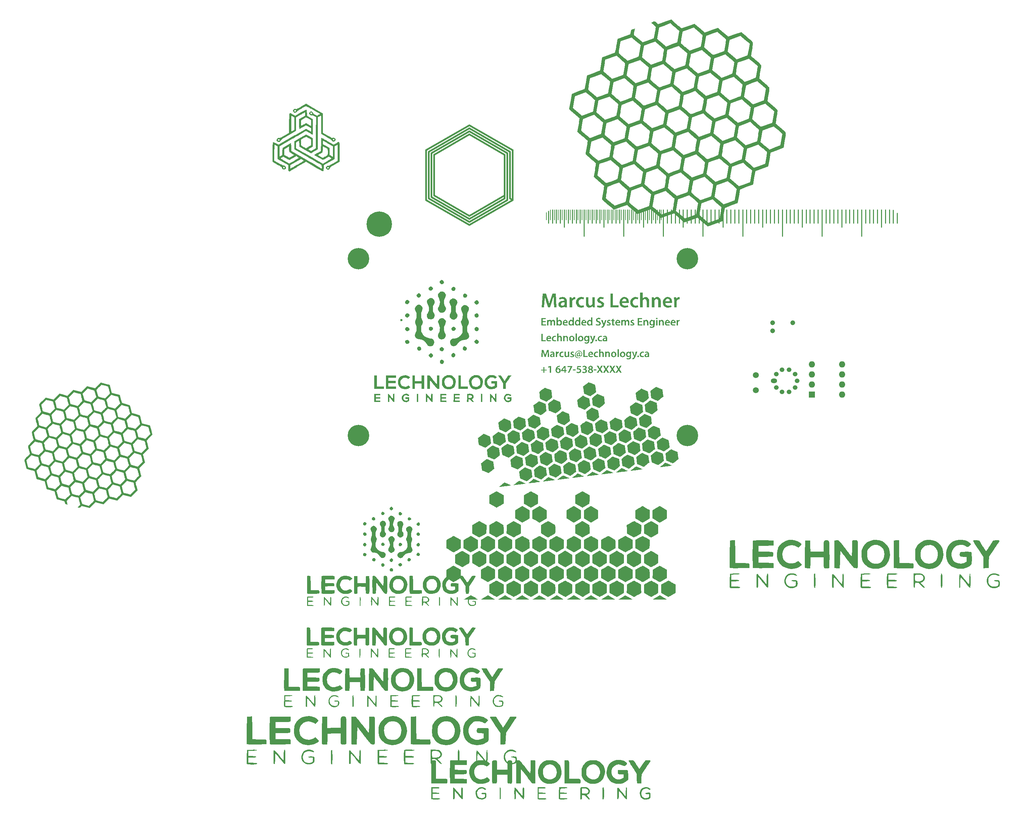
<source format=gtl>
G04 #@! TF.GenerationSoftware,KiCad,Pcbnew,8.0.4*
G04 #@! TF.CreationDate,2025-04-23T21:37:21-04:00*
G04 #@! TF.ProjectId,HDW_BUSINESS_CARD,4844575f-4255-4534-994e-4553535f4341,rev?*
G04 #@! TF.SameCoordinates,Original*
G04 #@! TF.FileFunction,Copper,L1,Top*
G04 #@! TF.FilePolarity,Positive*
%FSLAX46Y46*%
G04 Gerber Fmt 4.6, Leading zero omitted, Abs format (unit mm)*
G04 Created by KiCad (PCBNEW 8.0.4) date 2025-04-23 21:37:21*
%MOMM*%
%LPD*%
G01*
G04 APERTURE LIST*
%ADD10C,0.500000*%
G04 #@! TA.AperFunction,NonConductor*
%ADD11C,0.500000*%
G04 #@! TD*
%ADD12C,0.300000*%
G04 #@! TA.AperFunction,NonConductor*
%ADD13C,0.300000*%
G04 #@! TD*
G04 #@! TA.AperFunction,EtchedComponent*
%ADD14C,0.000000*%
G04 #@! TD*
G04 #@! TA.AperFunction,EtchedComponent*
%ADD15C,0.419999*%
G04 #@! TD*
G04 #@! TA.AperFunction,ComponentPad*
%ADD16C,0.600000*%
G04 #@! TD*
G04 #@! TA.AperFunction,ComponentPad*
%ADD17C,1.200000*%
G04 #@! TD*
G04 #@! TA.AperFunction,ComponentPad*
%ADD18C,0.800000*%
G04 #@! TD*
G04 #@! TA.AperFunction,ComponentPad*
%ADD19C,5.400000*%
G04 #@! TD*
G04 #@! TA.AperFunction,ComponentPad*
%ADD20C,6.400000*%
G04 #@! TD*
G04 #@! TA.AperFunction,ComponentPad*
%ADD21C,1.500000*%
G04 #@! TD*
G04 #@! TA.AperFunction,ComponentPad*
%ADD22R,1.600000X1.600000*%
G04 #@! TD*
G04 #@! TA.AperFunction,ComponentPad*
%ADD23O,1.600000X1.600000*%
G04 #@! TD*
G04 #@! TA.AperFunction,ComponentPad*
%ADD24O,1.600000X1.200000*%
G04 #@! TD*
G04 #@! TA.AperFunction,ComponentPad*
%ADD25O,1.200000X1.200000*%
G04 #@! TD*
G04 #@! TA.AperFunction,ViaPad*
%ADD26C,1.209040*%
G04 #@! TD*
G04 #@! TA.AperFunction,Conductor*
%ADD27C,0.250000*%
G04 #@! TD*
G04 #@! TA.AperFunction,Conductor*
%ADD28C,0.150000*%
G04 #@! TD*
G04 APERTURE END LIST*
D10*
D11*
G36*
X103382543Y-66267500D02*
G01*
X104004288Y-66267500D01*
X103801859Y-62797297D01*
X102973168Y-62797297D01*
X102491496Y-64190800D01*
X102429545Y-64382251D01*
X102370093Y-64575112D01*
X102313387Y-64767749D01*
X102259677Y-64958529D01*
X102209209Y-65145818D01*
X102162233Y-65327981D01*
X102144476Y-65399045D01*
X102129113Y-65399045D01*
X102086157Y-65216425D01*
X102040372Y-65030780D01*
X101991839Y-64842794D01*
X101940643Y-64653150D01*
X101886865Y-64462529D01*
X101830588Y-64271614D01*
X101807397Y-64195319D01*
X101351933Y-62797297D01*
X100512397Y-62797297D01*
X100279242Y-66267500D01*
X100874780Y-66267500D01*
X100952498Y-64873996D01*
X100962071Y-64693458D01*
X100971137Y-64507688D01*
X100979693Y-64318741D01*
X100987742Y-64128671D01*
X100995282Y-63939533D01*
X101002314Y-63753382D01*
X101008838Y-63572272D01*
X101014853Y-63398257D01*
X101025697Y-63398257D01*
X101071504Y-63603507D01*
X101121356Y-63813171D01*
X101174798Y-64025574D01*
X101231377Y-64239040D01*
X101290636Y-64451894D01*
X101352121Y-64662461D01*
X101377236Y-64745671D01*
X101843545Y-66226833D01*
X102330638Y-66226833D01*
X102843939Y-64724886D01*
X102915929Y-64518263D01*
X102985876Y-64308785D01*
X103053325Y-64098232D01*
X103117819Y-63888382D01*
X103178905Y-63681015D01*
X103236128Y-63477908D01*
X103257833Y-63398257D01*
X103273196Y-63398257D01*
X103273131Y-63622350D01*
X103275696Y-63806706D01*
X103280152Y-63993480D01*
X103286095Y-64180732D01*
X103293124Y-64366526D01*
X103300836Y-64548923D01*
X103310824Y-64769190D01*
X103314766Y-64854115D01*
X103382543Y-66267500D01*
G37*
G36*
X105633703Y-63666334D02*
G01*
X105836542Y-63687936D01*
X106063577Y-63753481D01*
X106244671Y-63855901D01*
X106383839Y-63989614D01*
X106485094Y-64149041D01*
X106552449Y-64328600D01*
X106589919Y-64522710D01*
X106601517Y-64725790D01*
X106601517Y-65647562D01*
X106601637Y-65691200D01*
X106605518Y-65883511D01*
X106617681Y-66081701D01*
X106643087Y-66267500D01*
X106067431Y-66267500D01*
X106021343Y-65989160D01*
X106005076Y-65989160D01*
X105975626Y-66025401D01*
X105832486Y-66154427D01*
X105652047Y-66252233D01*
X105466963Y-66306209D01*
X105259525Y-66325336D01*
X105212567Y-66324269D01*
X104997790Y-66288796D01*
X104817399Y-66208827D01*
X104672799Y-66092182D01*
X104565397Y-65946678D01*
X104487596Y-65744989D01*
X104466981Y-65563518D01*
X104468630Y-65503387D01*
X104470293Y-65493934D01*
X105098667Y-65493934D01*
X105099134Y-65517672D01*
X105142153Y-65695252D01*
X105272781Y-65827061D01*
X105461953Y-65869872D01*
X105532584Y-65865473D01*
X105718073Y-65805632D01*
X105872300Y-65676912D01*
X105964410Y-65510200D01*
X105979773Y-65364705D01*
X105979773Y-65005033D01*
X105812442Y-65008174D01*
X105613327Y-65029114D01*
X105434123Y-65073203D01*
X105258552Y-65163074D01*
X105141337Y-65300697D01*
X105098667Y-65493934D01*
X104470293Y-65493934D01*
X104507598Y-65281945D01*
X104596631Y-65091082D01*
X104733421Y-64930862D01*
X104915658Y-64801349D01*
X105080773Y-64724402D01*
X105269179Y-64664791D01*
X105479903Y-64622542D01*
X105711972Y-64597681D01*
X105964410Y-64590235D01*
X105964410Y-64549569D01*
X105927793Y-64358794D01*
X105809307Y-64210152D01*
X105633464Y-64134202D01*
X105451109Y-64115793D01*
X105310830Y-64123591D01*
X105127028Y-64156042D01*
X104935348Y-64217728D01*
X104772431Y-64300148D01*
X104648625Y-63888061D01*
X104813451Y-63805147D01*
X104995768Y-63741713D01*
X105176949Y-63699353D01*
X105378295Y-63672457D01*
X105559553Y-63664848D01*
X105633703Y-63666334D01*
G37*
G36*
X107274773Y-66267500D02*
G01*
X107911880Y-66267500D01*
X107911880Y-64967077D01*
X107922134Y-64782065D01*
X107927243Y-64748382D01*
X107986219Y-64571015D01*
X108102878Y-64411074D01*
X108266070Y-64305111D01*
X108442106Y-64263532D01*
X108497477Y-64261289D01*
X108678381Y-64274692D01*
X108689061Y-64276652D01*
X108689061Y-63722684D01*
X108539047Y-63664848D01*
X108357781Y-63690810D01*
X108182579Y-63768243D01*
X108025475Y-63896465D01*
X107914340Y-64046277D01*
X107844103Y-64198934D01*
X107828740Y-64198934D01*
X107803436Y-63722684D01*
X107253988Y-63722684D01*
X107264692Y-63920253D01*
X107270733Y-64113527D01*
X107273685Y-64301419D01*
X107274757Y-64511234D01*
X107274773Y-64543243D01*
X107274773Y-66267500D01*
G37*
G36*
X110838056Y-65723473D02*
G01*
X110666835Y-65781881D01*
X110488071Y-65814718D01*
X110335600Y-65822880D01*
X110139545Y-65801184D01*
X109963380Y-65737215D01*
X109812565Y-65632647D01*
X109692562Y-65489156D01*
X109608829Y-65308417D01*
X109566829Y-65092105D01*
X109562937Y-64995996D01*
X109582025Y-64784508D01*
X109642033Y-64594516D01*
X109740729Y-64431893D01*
X109875878Y-64302513D01*
X110045247Y-64212251D01*
X110246602Y-64166980D01*
X110335600Y-64162786D01*
X110527295Y-64175312D01*
X110705373Y-64216205D01*
X110817271Y-64263096D01*
X110931137Y-63780521D01*
X110752346Y-63720818D01*
X110573920Y-63684768D01*
X110380429Y-63666195D01*
X110314815Y-63664848D01*
X110075323Y-63680002D01*
X109856013Y-63724132D01*
X109657620Y-63795234D01*
X109480883Y-63891309D01*
X109326538Y-64010354D01*
X109195322Y-64150367D01*
X109087973Y-64309347D01*
X109005228Y-64485293D01*
X108947824Y-64676203D01*
X108916499Y-64880075D01*
X108910467Y-65022203D01*
X108923804Y-65238318D01*
X108963026Y-65438107D01*
X109026948Y-65620492D01*
X109114387Y-65784397D01*
X109224159Y-65928745D01*
X109403215Y-66088927D01*
X109560492Y-66183455D01*
X109736156Y-66254837D01*
X109929022Y-66301997D01*
X110137906Y-66323858D01*
X110210889Y-66325336D01*
X110410129Y-66316483D01*
X110589496Y-66292914D01*
X110783145Y-66248203D01*
X110925715Y-66196107D01*
X110838056Y-65723473D01*
G37*
G36*
X113653981Y-63722684D02*
G01*
X113016873Y-63722684D01*
X113016873Y-65262587D01*
X112989803Y-65441713D01*
X112980725Y-65462304D01*
X112880268Y-65630885D01*
X112727414Y-65752079D01*
X112541158Y-65805477D01*
X112493632Y-65807517D01*
X112301135Y-65769717D01*
X112146428Y-65640498D01*
X112063600Y-65460573D01*
X112028382Y-65262650D01*
X112021901Y-65110765D01*
X112021901Y-63722684D01*
X111384794Y-63722684D01*
X111384794Y-65221017D01*
X111395556Y-65440149D01*
X111426576Y-65631325D01*
X111496156Y-65845152D01*
X111593854Y-66015078D01*
X111748642Y-66170798D01*
X111931503Y-66269575D01*
X112133625Y-66317883D01*
X112260478Y-66325336D01*
X112459435Y-66307706D01*
X112660178Y-66247554D01*
X112821993Y-66157587D01*
X112965151Y-66032919D01*
X113073806Y-65890657D01*
X113089169Y-65890657D01*
X113120799Y-66267500D01*
X113674766Y-66267500D01*
X113666425Y-66081237D01*
X113659919Y-65897839D01*
X113655414Y-65696512D01*
X113653981Y-65504778D01*
X113653981Y-63722684D01*
G37*
G36*
X114186259Y-66150019D02*
G01*
X114363063Y-66228727D01*
X114549267Y-66281962D01*
X114730173Y-66312430D01*
X114924051Y-66325126D01*
X114952595Y-66325336D01*
X115188669Y-66310212D01*
X115394984Y-66266356D01*
X115571011Y-66196046D01*
X115747646Y-66074425D01*
X115875094Y-65919474D01*
X115952321Y-65735640D01*
X115978293Y-65527370D01*
X115953979Y-65328814D01*
X115884808Y-65157385D01*
X115768815Y-65010476D01*
X115604035Y-64885476D01*
X115428031Y-64796164D01*
X115305038Y-64748382D01*
X115122573Y-64674231D01*
X114964682Y-64584926D01*
X114866355Y-64419268D01*
X114864937Y-64389614D01*
X114934440Y-64212565D01*
X115099953Y-64127511D01*
X115217379Y-64115793D01*
X115399357Y-64133559D01*
X115578772Y-64183125D01*
X115750561Y-64263096D01*
X115879790Y-63815765D01*
X115713592Y-63743922D01*
X115525862Y-63694891D01*
X115334926Y-63669612D01*
X115206535Y-63664848D01*
X114997438Y-63680445D01*
X114810517Y-63725410D01*
X114610729Y-63818733D01*
X114451771Y-63948300D01*
X114337077Y-64108751D01*
X114270081Y-64294731D01*
X114253133Y-64458295D01*
X114283110Y-64653440D01*
X114376712Y-64834906D01*
X114511755Y-64976077D01*
X114665589Y-65081374D01*
X114859108Y-65173661D01*
X114948077Y-65206557D01*
X115122984Y-65279195D01*
X115282948Y-65382288D01*
X115360728Y-65548271D01*
X115361971Y-65579785D01*
X115298491Y-65757121D01*
X115139322Y-65848310D01*
X114958018Y-65869872D01*
X114758758Y-65848541D01*
X114582517Y-65801607D01*
X114407283Y-65730831D01*
X114315488Y-65680095D01*
X114186259Y-66150019D01*
G37*
G36*
X117595914Y-66267500D02*
G01*
X119667191Y-66267500D01*
X119667191Y-65734317D01*
X118233021Y-65734317D01*
X118233021Y-62797297D01*
X117595914Y-62797297D01*
X117595914Y-66267500D01*
G37*
G36*
X121282846Y-63672585D02*
G01*
X121480316Y-63711386D01*
X121651120Y-63779321D01*
X121839770Y-63908417D01*
X121986759Y-64072981D01*
X122095369Y-64263680D01*
X122168882Y-64471187D01*
X122210583Y-64686170D01*
X122223754Y-64899300D01*
X122222031Y-64983697D01*
X122202969Y-65168602D01*
X120514860Y-65168602D01*
X120535873Y-65333047D01*
X120601560Y-65504380D01*
X120729713Y-65661752D01*
X120901178Y-65768942D01*
X121104842Y-65828524D01*
X121291137Y-65843665D01*
X121423470Y-65840257D01*
X121612712Y-65821708D01*
X121800595Y-65784266D01*
X121990600Y-65726184D01*
X122083681Y-66165382D01*
X121975945Y-66206939D01*
X121779252Y-66263122D01*
X121584043Y-66299268D01*
X121400689Y-66318551D01*
X121203478Y-66325336D01*
X120982212Y-66312262D01*
X120779435Y-66273737D01*
X120595865Y-66210805D01*
X120432214Y-66124514D01*
X120246236Y-65974927D01*
X120098636Y-65788147D01*
X120014142Y-65625146D01*
X119952904Y-65443662D01*
X119915637Y-65244743D01*
X119903056Y-65029433D01*
X119908023Y-64898095D01*
X119931448Y-64723982D01*
X120514860Y-64723982D01*
X121622794Y-64723982D01*
X121616520Y-64604359D01*
X121571612Y-64423035D01*
X121472541Y-64256208D01*
X121306026Y-64137763D01*
X121099553Y-64100430D01*
X120931569Y-64125148D01*
X120771081Y-64209851D01*
X120636212Y-64361526D01*
X120552602Y-64542551D01*
X120514860Y-64723982D01*
X119931448Y-64723982D01*
X119934006Y-64704973D01*
X119982045Y-64519224D01*
X120051934Y-64343900D01*
X120143468Y-64182052D01*
X120256441Y-64036732D01*
X120390647Y-63910991D01*
X120545882Y-63807880D01*
X120721940Y-63730452D01*
X120918614Y-63681757D01*
X121135701Y-63664848D01*
X121282846Y-63672585D01*
G37*
G36*
X124501978Y-65723473D02*
G01*
X124330757Y-65781881D01*
X124151992Y-65814718D01*
X123999521Y-65822880D01*
X123803467Y-65801184D01*
X123627302Y-65737215D01*
X123476487Y-65632647D01*
X123356483Y-65489156D01*
X123272751Y-65308417D01*
X123230751Y-65092105D01*
X123226859Y-64995996D01*
X123245946Y-64784508D01*
X123305955Y-64594516D01*
X123404651Y-64431893D01*
X123539800Y-64302513D01*
X123709169Y-64212251D01*
X123910524Y-64166980D01*
X123999521Y-64162786D01*
X124191217Y-64175312D01*
X124369295Y-64216205D01*
X124481193Y-64263096D01*
X124595059Y-63780521D01*
X124416268Y-63720818D01*
X124237842Y-63684768D01*
X124044351Y-63666195D01*
X123978736Y-63664848D01*
X123739245Y-63680002D01*
X123519934Y-63724132D01*
X123321542Y-63795234D01*
X123144804Y-63891309D01*
X122990459Y-64010354D01*
X122859244Y-64150367D01*
X122751895Y-64309347D01*
X122669150Y-64485293D01*
X122611746Y-64676203D01*
X122580421Y-64880075D01*
X122574389Y-65022203D01*
X122587726Y-65238318D01*
X122626947Y-65438107D01*
X122690870Y-65620492D01*
X122778309Y-65784397D01*
X122888081Y-65928745D01*
X123067137Y-66088927D01*
X123224414Y-66183455D01*
X123400078Y-66254837D01*
X123592944Y-66301997D01*
X123801828Y-66323858D01*
X123874811Y-66325336D01*
X124074051Y-66316483D01*
X124253418Y-66292914D01*
X124447067Y-66248203D01*
X124589637Y-66196107D01*
X124501978Y-65723473D01*
G37*
G36*
X125059560Y-66267500D02*
G01*
X125696667Y-66267500D01*
X125696667Y-64738442D01*
X125719155Y-64555860D01*
X125722875Y-64545050D01*
X125820134Y-64375116D01*
X125972495Y-64246715D01*
X126151946Y-64187863D01*
X126219909Y-64183571D01*
X126420804Y-64222086D01*
X126580530Y-64349454D01*
X126665016Y-64519756D01*
X126700528Y-64699464D01*
X126707002Y-64832426D01*
X126707002Y-66267500D01*
X127344110Y-66267500D01*
X127344110Y-64764649D01*
X127332608Y-64549385D01*
X127299659Y-64360798D01*
X127226393Y-64148769D01*
X127124671Y-63979181D01*
X126965925Y-63822537D01*
X126782150Y-63722190D01*
X126584146Y-63672578D01*
X126463004Y-63664848D01*
X126273382Y-63684763D01*
X126097798Y-63741844D01*
X126022903Y-63779617D01*
X125865690Y-63884643D01*
X125737212Y-64020545D01*
X125706608Y-64064282D01*
X125696667Y-64064282D01*
X125696667Y-62565950D01*
X125059560Y-62565950D01*
X125059560Y-66267500D01*
G37*
G36*
X128020076Y-66267500D02*
G01*
X128657184Y-66267500D01*
X128657184Y-64764649D01*
X128680622Y-64581235D01*
X128687909Y-64560413D01*
X128782284Y-64387316D01*
X128916898Y-64262767D01*
X129094323Y-64191831D01*
X129185847Y-64183571D01*
X129383906Y-64221430D01*
X129541860Y-64347090D01*
X129625698Y-64515885D01*
X129661055Y-64694880D01*
X129667519Y-64827908D01*
X129667519Y-66267500D01*
X130304626Y-66267500D01*
X130304626Y-64753804D01*
X130292982Y-64541314D01*
X130259609Y-64354982D01*
X130185348Y-64145245D01*
X130082150Y-63977251D01*
X129920896Y-63821809D01*
X129733898Y-63722021D01*
X129531975Y-63672569D01*
X129408157Y-63664848D01*
X129222255Y-63681253D01*
X129027655Y-63738042D01*
X128864734Y-63824842D01*
X128715557Y-63949259D01*
X128600251Y-64100430D01*
X128584888Y-64100430D01*
X128553258Y-63722684D01*
X127999291Y-63722684D01*
X128007632Y-63914652D01*
X128014138Y-64097975D01*
X128018642Y-64295267D01*
X128020076Y-64480887D01*
X128020076Y-66267500D01*
G37*
G36*
X132199524Y-63672585D02*
G01*
X132396994Y-63711386D01*
X132567798Y-63779321D01*
X132756449Y-63908417D01*
X132903437Y-64072981D01*
X133012047Y-64263680D01*
X133085561Y-64471187D01*
X133127261Y-64686170D01*
X133140432Y-64899300D01*
X133138709Y-64983697D01*
X133119647Y-65168602D01*
X131431538Y-65168602D01*
X131452551Y-65333047D01*
X131518239Y-65504380D01*
X131646391Y-65661752D01*
X131817857Y-65768942D01*
X132021520Y-65828524D01*
X132207815Y-65843665D01*
X132340149Y-65840257D01*
X132529390Y-65821708D01*
X132717273Y-65784266D01*
X132907278Y-65726184D01*
X133000359Y-66165382D01*
X132892623Y-66206939D01*
X132695930Y-66263122D01*
X132500721Y-66299268D01*
X132317367Y-66318551D01*
X132120157Y-66325336D01*
X131898890Y-66312262D01*
X131696114Y-66273737D01*
X131512543Y-66210805D01*
X131348892Y-66124514D01*
X131162914Y-65974927D01*
X131015314Y-65788147D01*
X130930820Y-65625146D01*
X130869582Y-65443662D01*
X130832316Y-65244743D01*
X130819734Y-65029433D01*
X130824702Y-64898095D01*
X130848127Y-64723982D01*
X131431538Y-64723982D01*
X132539473Y-64723982D01*
X132533199Y-64604359D01*
X132488290Y-64423035D01*
X132389219Y-64256208D01*
X132222705Y-64137763D01*
X132016231Y-64100430D01*
X131848247Y-64125148D01*
X131687759Y-64209851D01*
X131552890Y-64361526D01*
X131469280Y-64542551D01*
X131431538Y-64723982D01*
X130848127Y-64723982D01*
X130850685Y-64704973D01*
X130898723Y-64519224D01*
X130968612Y-64343900D01*
X131060146Y-64182052D01*
X131173119Y-64036732D01*
X131307326Y-63910991D01*
X131462560Y-63807880D01*
X131638618Y-63730452D01*
X131835293Y-63681757D01*
X132052379Y-63664848D01*
X132199524Y-63672585D01*
G37*
G36*
X133651926Y-66267500D02*
G01*
X134289033Y-66267500D01*
X134289033Y-64967077D01*
X134299287Y-64782065D01*
X134304396Y-64748382D01*
X134363372Y-64571015D01*
X134480030Y-64411074D01*
X134643223Y-64305111D01*
X134819259Y-64263532D01*
X134874630Y-64261289D01*
X135055534Y-64274692D01*
X135066214Y-64276652D01*
X135066214Y-63722684D01*
X134916200Y-63664848D01*
X134734934Y-63690810D01*
X134559732Y-63768243D01*
X134402628Y-63896465D01*
X134291492Y-64046277D01*
X134221256Y-64198934D01*
X134205893Y-64198934D01*
X134180589Y-63722684D01*
X133631140Y-63722684D01*
X133641844Y-63920253D01*
X133647886Y-64113527D01*
X133650838Y-64301419D01*
X133651910Y-64511234D01*
X133651926Y-64543243D01*
X133651926Y-66267500D01*
G37*
D12*
D13*
G36*
X100193843Y-74809250D02*
G01*
X101285462Y-74809250D01*
X101285462Y-74528248D01*
X100529616Y-74528248D01*
X100529616Y-72980359D01*
X100193843Y-72980359D01*
X100193843Y-74809250D01*
G37*
G36*
X102136956Y-73441660D02*
G01*
X102241028Y-73462109D01*
X102331046Y-73497912D01*
X102430470Y-73565949D01*
X102507937Y-73652679D01*
X102565177Y-73753183D01*
X102603921Y-73862544D01*
X102625898Y-73975846D01*
X102632840Y-74088171D01*
X102631932Y-74132651D01*
X102621885Y-74230101D01*
X101732206Y-74230101D01*
X101743281Y-74316768D01*
X101777900Y-74407065D01*
X101845440Y-74490004D01*
X101935807Y-74546496D01*
X102043143Y-74577898D01*
X102141325Y-74585877D01*
X102211069Y-74584081D01*
X102310804Y-74574305D01*
X102409823Y-74554572D01*
X102509961Y-74523962D01*
X102559017Y-74755431D01*
X102502238Y-74777332D01*
X102398575Y-74806942D01*
X102295695Y-74825993D01*
X102199062Y-74836155D01*
X102095127Y-74839731D01*
X101978513Y-74832841D01*
X101871645Y-74812537D01*
X101774898Y-74779370D01*
X101688650Y-74733892D01*
X101590634Y-74655056D01*
X101512845Y-74556618D01*
X101468315Y-74470712D01*
X101436041Y-74375065D01*
X101416400Y-74270229D01*
X101409769Y-74156755D01*
X101412387Y-74087536D01*
X101424733Y-73995774D01*
X101732206Y-73995774D01*
X102316118Y-73995774D01*
X102312811Y-73932729D01*
X102289143Y-73837167D01*
X102236930Y-73749245D01*
X102149173Y-73686821D01*
X102040355Y-73667146D01*
X101951823Y-73680172D01*
X101867242Y-73724813D01*
X101796162Y-73804750D01*
X101752097Y-73900155D01*
X101732206Y-73995774D01*
X101424733Y-73995774D01*
X101426081Y-73985756D01*
X101451398Y-73887861D01*
X101488232Y-73795461D01*
X101536473Y-73710162D01*
X101596012Y-73633575D01*
X101666743Y-73567306D01*
X101748556Y-73512964D01*
X101841343Y-73472157D01*
X101944996Y-73446494D01*
X102059406Y-73437582D01*
X102136956Y-73441660D01*
G37*
G36*
X103833525Y-74522533D02*
G01*
X103743287Y-74553316D01*
X103649074Y-74570622D01*
X103568717Y-74574923D01*
X103465391Y-74563489D01*
X103372547Y-74529775D01*
X103293064Y-74474665D01*
X103229819Y-74399041D01*
X103185690Y-74303787D01*
X103163554Y-74189785D01*
X103161503Y-74139133D01*
X103171563Y-74027673D01*
X103203189Y-73927542D01*
X103255204Y-73841835D01*
X103326432Y-73773648D01*
X103415694Y-73726078D01*
X103521813Y-73702219D01*
X103568717Y-73700008D01*
X103669746Y-73706610D01*
X103763598Y-73728162D01*
X103822571Y-73752875D01*
X103882581Y-73498545D01*
X103788354Y-73467080D01*
X103694319Y-73448080D01*
X103592343Y-73438292D01*
X103557763Y-73437582D01*
X103431544Y-73445569D01*
X103315962Y-73468826D01*
X103211404Y-73506299D01*
X103118258Y-73556933D01*
X103036914Y-73619673D01*
X102967760Y-73693463D01*
X102911184Y-73777250D01*
X102867576Y-73869979D01*
X102837322Y-73970593D01*
X102820813Y-74078039D01*
X102817634Y-74152945D01*
X102824663Y-74266843D01*
X102845334Y-74372137D01*
X102879022Y-74468259D01*
X102925105Y-74554641D01*
X102982958Y-74630717D01*
X103077325Y-74715137D01*
X103160215Y-74764956D01*
X103252794Y-74802576D01*
X103354440Y-74827431D01*
X103464527Y-74838952D01*
X103502991Y-74839731D01*
X103607996Y-74835065D01*
X103702527Y-74822644D01*
X103804586Y-74799080D01*
X103879724Y-74771624D01*
X103833525Y-74522533D01*
G37*
G36*
X104127386Y-74809250D02*
G01*
X104463159Y-74809250D01*
X104463159Y-74003395D01*
X104475011Y-73907169D01*
X104476971Y-73901472D01*
X104528229Y-73811912D01*
X104608528Y-73744241D01*
X104703103Y-73713225D01*
X104738921Y-73710963D01*
X104844799Y-73731261D01*
X104928979Y-73798388D01*
X104973505Y-73888141D01*
X104992221Y-73982853D01*
X104995633Y-74052927D01*
X104995633Y-74809250D01*
X105331406Y-74809250D01*
X105331406Y-74017207D01*
X105325344Y-73903757D01*
X105307979Y-73804366D01*
X105269366Y-73692621D01*
X105215756Y-73603244D01*
X105132092Y-73520688D01*
X105035238Y-73467803D01*
X104930884Y-73441656D01*
X104867039Y-73437582D01*
X104767103Y-73448078D01*
X104674566Y-73478161D01*
X104635094Y-73498068D01*
X104552238Y-73553420D01*
X104484527Y-73625044D01*
X104468398Y-73648095D01*
X104463159Y-73648095D01*
X104463159Y-72858433D01*
X104127386Y-72858433D01*
X104127386Y-74809250D01*
G37*
G36*
X105687658Y-74809250D02*
G01*
X106023431Y-74809250D01*
X106023431Y-74017207D01*
X106035784Y-73920543D01*
X106039624Y-73909569D01*
X106089362Y-73818342D01*
X106160308Y-73752701D01*
X106253815Y-73715316D01*
X106302051Y-73710963D01*
X106406434Y-73730916D01*
X106489679Y-73797142D01*
X106533865Y-73886101D01*
X106552498Y-73980437D01*
X106555905Y-74050546D01*
X106555905Y-74809250D01*
X106891678Y-74809250D01*
X106891678Y-74011491D01*
X106885541Y-73899503D01*
X106867953Y-73801301D01*
X106828815Y-73690764D01*
X106774427Y-73602226D01*
X106689441Y-73520305D01*
X106590889Y-73467713D01*
X106484470Y-73441651D01*
X106419214Y-73437582D01*
X106321239Y-73446228D01*
X106218679Y-73476157D01*
X106132816Y-73521903D01*
X106054195Y-73587474D01*
X105993426Y-73667146D01*
X105985329Y-73667146D01*
X105968660Y-73468063D01*
X105676704Y-73468063D01*
X105681100Y-73569235D01*
X105684529Y-73665852D01*
X105686903Y-73769830D01*
X105687658Y-73867657D01*
X105687658Y-74809250D01*
G37*
G36*
X107959119Y-73444818D02*
G01*
X108059301Y-73466038D01*
X108151253Y-73500507D01*
X108234312Y-73547489D01*
X108330083Y-73628329D01*
X108407302Y-73728369D01*
X108452098Y-73814951D01*
X108484914Y-73910619D01*
X108505088Y-74014638D01*
X108511960Y-74126273D01*
X108510964Y-74171900D01*
X108496523Y-74299142D01*
X108466251Y-74412156D01*
X108421871Y-74511234D01*
X108365111Y-74596667D01*
X108297697Y-74668749D01*
X108221354Y-74727770D01*
X108137807Y-74774022D01*
X108018191Y-74816335D01*
X107924551Y-74833931D01*
X107829460Y-74839731D01*
X107726629Y-74833027D01*
X107629136Y-74813177D01*
X107538024Y-74780571D01*
X107428271Y-74717930D01*
X107334188Y-74634233D01*
X107275397Y-74558199D01*
X107227855Y-74471234D01*
X107192605Y-74373729D01*
X107170690Y-74266073D01*
X107163154Y-74148658D01*
X107163505Y-74140085D01*
X107509881Y-74140085D01*
X107515801Y-74234509D01*
X107539168Y-74341707D01*
X107579095Y-74434052D01*
X107647089Y-74521006D01*
X107734923Y-74577006D01*
X107840415Y-74596831D01*
X107941311Y-74577665D01*
X108027119Y-74522865D01*
X108094805Y-74436482D01*
X108135180Y-74343291D01*
X108159110Y-74233324D01*
X108165233Y-74134846D01*
X108158266Y-74034815D01*
X108136702Y-73936293D01*
X108099549Y-73845602D01*
X108032992Y-73756012D01*
X107940846Y-73697729D01*
X107843272Y-73680957D01*
X107742088Y-73697249D01*
X107646621Y-73754341D01*
X107577743Y-73843174D01*
X107539337Y-73934407D01*
X107517069Y-74035260D01*
X107509881Y-74140085D01*
X107163505Y-74140085D01*
X107166472Y-74067679D01*
X107183498Y-73954191D01*
X107214227Y-73850689D01*
X107257809Y-73757636D01*
X107313394Y-73675493D01*
X107380132Y-73604721D01*
X107457174Y-73545781D01*
X107543668Y-73499136D01*
X107638765Y-73465247D01*
X107741616Y-73444575D01*
X107851369Y-73437582D01*
X107959119Y-73444818D01*
G37*
G36*
X108787247Y-74809250D02*
G01*
X109123019Y-74809250D01*
X109123019Y-72858433D01*
X108787247Y-72858433D01*
X108787247Y-74809250D01*
G37*
G36*
X110199510Y-73444818D02*
G01*
X110299692Y-73466038D01*
X110391644Y-73500507D01*
X110474703Y-73547489D01*
X110570474Y-73628329D01*
X110647693Y-73728369D01*
X110692488Y-73814951D01*
X110725304Y-73910619D01*
X110745479Y-74014638D01*
X110752351Y-74126273D01*
X110751354Y-74171900D01*
X110736914Y-74299142D01*
X110706641Y-74412156D01*
X110662262Y-74511234D01*
X110605502Y-74596667D01*
X110538088Y-74668749D01*
X110461744Y-74727770D01*
X110378198Y-74774022D01*
X110258582Y-74816335D01*
X110164942Y-74833931D01*
X110069851Y-74839731D01*
X109967020Y-74833027D01*
X109869527Y-74813177D01*
X109778415Y-74780571D01*
X109668661Y-74717930D01*
X109574579Y-74634233D01*
X109515788Y-74558199D01*
X109468246Y-74471234D01*
X109432996Y-74373729D01*
X109411081Y-74266073D01*
X109403545Y-74148658D01*
X109403896Y-74140085D01*
X109750272Y-74140085D01*
X109756192Y-74234509D01*
X109779558Y-74341707D01*
X109819486Y-74434052D01*
X109887479Y-74521006D01*
X109975314Y-74577006D01*
X110080806Y-74596831D01*
X110181702Y-74577665D01*
X110267509Y-74522865D01*
X110335196Y-74436482D01*
X110375571Y-74343291D01*
X110399500Y-74233324D01*
X110405624Y-74134846D01*
X110398656Y-74034815D01*
X110377092Y-73936293D01*
X110339940Y-73845602D01*
X110273383Y-73756012D01*
X110181237Y-73697729D01*
X110083663Y-73680957D01*
X109982479Y-73697249D01*
X109887012Y-73754341D01*
X109818134Y-73843174D01*
X109779728Y-73934407D01*
X109757459Y-74035260D01*
X109750272Y-74140085D01*
X109403896Y-74140085D01*
X109406862Y-74067679D01*
X109423888Y-73954191D01*
X109454617Y-73850689D01*
X109498200Y-73757636D01*
X109553785Y-73675493D01*
X109620523Y-73604721D01*
X109697564Y-73545781D01*
X109784059Y-73499136D01*
X109879156Y-73465247D01*
X109982006Y-73444575D01*
X110091760Y-73437582D01*
X110199510Y-73444818D01*
G37*
G36*
X111601615Y-73440109D02*
G01*
X111699043Y-73459017D01*
X111791937Y-73500509D01*
X111873276Y-73566778D01*
X111931128Y-73645237D01*
X111936844Y-73645237D01*
X111950179Y-73468063D01*
X112242611Y-73468063D01*
X112238008Y-73551400D01*
X112234266Y-73650870D01*
X112232178Y-73758383D01*
X112231657Y-73853845D01*
X112231657Y-74623979D01*
X112231487Y-74649868D01*
X112227345Y-74748810D01*
X112214047Y-74862168D01*
X112191216Y-74964163D01*
X112158309Y-75054904D01*
X112104751Y-75149091D01*
X112034956Y-75227418D01*
X112008673Y-75249475D01*
X111922786Y-75304410D01*
X111828435Y-75343924D01*
X111728313Y-75369863D01*
X111625114Y-75384072D01*
X111521533Y-75388398D01*
X111457764Y-75386628D01*
X111362139Y-75377483D01*
X111254217Y-75357352D01*
X111154773Y-75327517D01*
X111057643Y-75282189D01*
X111131465Y-75028335D01*
X111139536Y-75032941D01*
X111226217Y-75073491D01*
X111321643Y-75104082D01*
X111416398Y-75122426D01*
X111519152Y-75129305D01*
X111617007Y-75120680D01*
X111720405Y-75086295D01*
X111804407Y-75023553D01*
X111864681Y-74930194D01*
X111893657Y-74827378D01*
X111901123Y-74727807D01*
X111901123Y-74613025D01*
X111895884Y-74613025D01*
X111864477Y-74655095D01*
X111786236Y-74726599D01*
X111701743Y-74772851D01*
X111603195Y-74801181D01*
X111508197Y-74809250D01*
X111417873Y-74802174D01*
X111306483Y-74771689D01*
X111206919Y-74718877D01*
X111120812Y-74645623D01*
X111049791Y-74553813D01*
X110995486Y-74445336D01*
X110966708Y-74354173D01*
X110948937Y-74255492D01*
X110942861Y-74150087D01*
X110943521Y-74139133D01*
X111284349Y-74139133D01*
X111287348Y-74203069D01*
X111305498Y-74302472D01*
X111348470Y-74405928D01*
X111413882Y-74486798D01*
X111501020Y-74539451D01*
X111609167Y-74558253D01*
X111666678Y-74552274D01*
X111760077Y-74513630D01*
X111834291Y-74443905D01*
X111882072Y-74348693D01*
X111888153Y-74324807D01*
X111895884Y-74228196D01*
X111895884Y-74007681D01*
X111884930Y-73915284D01*
X111858643Y-73848199D01*
X111796778Y-73765232D01*
X111709520Y-73711141D01*
X111612025Y-73694293D01*
X111511749Y-73711592D01*
X111425463Y-73761956D01*
X111356708Y-73843087D01*
X111315359Y-73932540D01*
X111290693Y-74040434D01*
X111284349Y-74139133D01*
X110943521Y-74139133D01*
X110950141Y-74029172D01*
X110971163Y-73918263D01*
X111004701Y-73817773D01*
X111049528Y-73728113D01*
X111124738Y-73626126D01*
X111214927Y-73545103D01*
X111317189Y-73486020D01*
X111428616Y-73449854D01*
X111546299Y-73437582D01*
X111601615Y-73440109D01*
G37*
G36*
X112433121Y-73468063D02*
G01*
X112921777Y-74686371D01*
X112938447Y-74752097D01*
X112919396Y-74811631D01*
X112863201Y-74899474D01*
X112796453Y-74972934D01*
X112733649Y-75021668D01*
X112651206Y-75072182D01*
X112561751Y-75108278D01*
X112539806Y-75114065D01*
X112616010Y-75395542D01*
X112717564Y-75371068D01*
X112807792Y-75333398D01*
X112893250Y-75283576D01*
X112968452Y-75226465D01*
X113039403Y-75155520D01*
X113107666Y-75067902D01*
X113161769Y-74982852D01*
X113216601Y-74882072D01*
X113258858Y-74794809D01*
X113302595Y-74696484D01*
X113348273Y-74586148D01*
X113396350Y-74462850D01*
X113429961Y-74372983D01*
X113762876Y-73468063D01*
X113405195Y-73468063D01*
X113197540Y-74176758D01*
X113168305Y-74276527D01*
X113142084Y-74376146D01*
X113126575Y-74435851D01*
X113118478Y-74435851D01*
X113093153Y-74343935D01*
X113065551Y-74252136D01*
X113042274Y-74179616D01*
X112804614Y-73468063D01*
X112433121Y-73468063D01*
G37*
G36*
X113999584Y-74839731D02*
G01*
X114095926Y-74819182D01*
X114171456Y-74754970D01*
X114207490Y-74658160D01*
X114209621Y-74624455D01*
X114190552Y-74526804D01*
X114129829Y-74448791D01*
X114035837Y-74410964D01*
X114002442Y-74408703D01*
X113900886Y-74433418D01*
X113828718Y-74500935D01*
X113795795Y-74601312D01*
X113794787Y-74624455D01*
X113813803Y-74719523D01*
X113874080Y-74798135D01*
X113966799Y-74837346D01*
X113999584Y-74839731D01*
G37*
G36*
X115410783Y-74522533D02*
G01*
X115320545Y-74553316D01*
X115226331Y-74570622D01*
X115145975Y-74574923D01*
X115042649Y-74563489D01*
X114949805Y-74529775D01*
X114870322Y-74474665D01*
X114807076Y-74399041D01*
X114762947Y-74303787D01*
X114740812Y-74189785D01*
X114738761Y-74139133D01*
X114748820Y-74027673D01*
X114780446Y-73927542D01*
X114832462Y-73841835D01*
X114903689Y-73773648D01*
X114992951Y-73726078D01*
X115099071Y-73702219D01*
X115145975Y-73700008D01*
X115247003Y-73706610D01*
X115340855Y-73728162D01*
X115399829Y-73752875D01*
X115459839Y-73498545D01*
X115365611Y-73467080D01*
X115271576Y-73448080D01*
X115169601Y-73438292D01*
X115135020Y-73437582D01*
X115008802Y-73445569D01*
X114893219Y-73468826D01*
X114788661Y-73506299D01*
X114695516Y-73556933D01*
X114614172Y-73619673D01*
X114545018Y-73693463D01*
X114488442Y-73777250D01*
X114444833Y-73869979D01*
X114414580Y-73970593D01*
X114398070Y-74078039D01*
X114394891Y-74152945D01*
X114401920Y-74266843D01*
X114422591Y-74372137D01*
X114456280Y-74468259D01*
X114502363Y-74554641D01*
X114560215Y-74630717D01*
X114654583Y-74715137D01*
X114737472Y-74764956D01*
X114830052Y-74802576D01*
X114931697Y-74827431D01*
X115041785Y-74838952D01*
X115080249Y-74839731D01*
X115185254Y-74835065D01*
X115279785Y-74822644D01*
X115381843Y-74799080D01*
X115456981Y-74771624D01*
X115410783Y-74522533D01*
G37*
G36*
X116226664Y-73438365D02*
G01*
X116333566Y-73449750D01*
X116453219Y-73484294D01*
X116548661Y-73538272D01*
X116622006Y-73608742D01*
X116675370Y-73692765D01*
X116710868Y-73787397D01*
X116730616Y-73889698D01*
X116736728Y-73996727D01*
X116736728Y-74482526D01*
X116736791Y-74505524D01*
X116738837Y-74606877D01*
X116745247Y-74711329D01*
X116758637Y-74809250D01*
X116455251Y-74809250D01*
X116430961Y-74662557D01*
X116422388Y-74662557D01*
X116406867Y-74681657D01*
X116331428Y-74749657D01*
X116236332Y-74801204D01*
X116138788Y-74829651D01*
X116029462Y-74839731D01*
X116004714Y-74839169D01*
X115891521Y-74820473D01*
X115796450Y-74778328D01*
X115720242Y-74716852D01*
X115663638Y-74640168D01*
X115622635Y-74533872D01*
X115611770Y-74438232D01*
X115612639Y-74406542D01*
X115613516Y-74401559D01*
X115944685Y-74401559D01*
X115944932Y-74414070D01*
X115967604Y-74507660D01*
X116036448Y-74577127D01*
X116136147Y-74599689D01*
X116173372Y-74597371D01*
X116271129Y-74565833D01*
X116352411Y-74497994D01*
X116400956Y-74410132D01*
X116409052Y-74333452D01*
X116409052Y-74143895D01*
X116320864Y-74145551D01*
X116215926Y-74156587D01*
X116121480Y-74179823D01*
X116028950Y-74227187D01*
X115967174Y-74299718D01*
X115944685Y-74401559D01*
X115613516Y-74401559D01*
X115633176Y-74289836D01*
X115680099Y-74189246D01*
X115752191Y-74104806D01*
X115848235Y-74036548D01*
X115935255Y-73995996D01*
X116034550Y-73964579D01*
X116145608Y-73942312D01*
X116267914Y-73929210D01*
X116400956Y-73925286D01*
X116400956Y-73903853D01*
X116381657Y-73803310D01*
X116319212Y-73724972D01*
X116226538Y-73684944D01*
X116130432Y-73675242D01*
X116056501Y-73679352D01*
X115959633Y-73696454D01*
X115858612Y-73728964D01*
X115772751Y-73772402D01*
X115707501Y-73555221D01*
X115794369Y-73511523D01*
X115890455Y-73478092D01*
X115985942Y-73455767D01*
X116092057Y-73441592D01*
X116187585Y-73437582D01*
X116226664Y-73438365D01*
G37*
D12*
D13*
G36*
X101254431Y-69705994D02*
G01*
X100543196Y-69705994D01*
X100543196Y-69237048D01*
X101296441Y-69237048D01*
X101296441Y-68954214D01*
X100198813Y-68954214D01*
X100198813Y-70830000D01*
X101338450Y-70830000D01*
X101338450Y-70547655D01*
X100543196Y-70547655D01*
X100543196Y-69985896D01*
X101254431Y-69985896D01*
X101254431Y-69705994D01*
G37*
G36*
X101626657Y-70830000D02*
G01*
X101962735Y-70830000D01*
X101962735Y-70014717D01*
X101974505Y-69916323D01*
X101979344Y-69898946D01*
X102026184Y-69812068D01*
X102102076Y-69740646D01*
X102204872Y-69704715D01*
X102228471Y-69703551D01*
X102332648Y-69727777D01*
X102406097Y-69795509D01*
X102449595Y-69899327D01*
X102463032Y-69996410D01*
X102463921Y-70031814D01*
X102463921Y-70830000D01*
X102800000Y-70830000D01*
X102800000Y-70003482D01*
X102810903Y-69906170D01*
X102816608Y-69887222D01*
X102864986Y-69800899D01*
X102939159Y-69735648D01*
X103035729Y-69704530D01*
X103057431Y-69703551D01*
X103153453Y-69722601D01*
X103233426Y-69788690D01*
X103277906Y-69882300D01*
X103297484Y-69986994D01*
X103301186Y-70068450D01*
X103301186Y-70830000D01*
X103637264Y-70830000D01*
X103637264Y-70017648D01*
X103631404Y-69901289D01*
X103614598Y-69799350D01*
X103577172Y-69684740D01*
X103525106Y-69593070D01*
X103443630Y-69508398D01*
X103348958Y-69454157D01*
X103246469Y-69427339D01*
X103183461Y-69423161D01*
X103083417Y-69431357D01*
X102988049Y-69458799D01*
X102903558Y-69504738D01*
X102826147Y-69566010D01*
X102761292Y-69641345D01*
X102738450Y-69675219D01*
X102732588Y-69675219D01*
X102682854Y-69583853D01*
X102612368Y-69510014D01*
X102523798Y-69456922D01*
X102419814Y-69427800D01*
X102354501Y-69423161D01*
X102253328Y-69431836D01*
X102151440Y-69461924D01*
X102056947Y-69516882D01*
X101985665Y-69584515D01*
X101934403Y-69655680D01*
X101926099Y-69655680D01*
X101909490Y-69454424D01*
X101615422Y-69454424D01*
X101619930Y-69558190D01*
X101623447Y-69657284D01*
X101625882Y-69763928D01*
X101626657Y-69864263D01*
X101626657Y-70830000D01*
G37*
G36*
X104345080Y-69642002D02*
G01*
X104350453Y-69642002D01*
X104404460Y-69572830D01*
X104484220Y-69506328D01*
X104581525Y-69457628D01*
X104678497Y-69432054D01*
X104787648Y-69423161D01*
X104878714Y-69430366D01*
X104991078Y-69461585D01*
X105091526Y-69516062D01*
X105178353Y-69592221D01*
X105249853Y-69688488D01*
X105304320Y-69803290D01*
X105332966Y-69900608D01*
X105350351Y-70006801D01*
X105355757Y-70121207D01*
X105347823Y-70254253D01*
X105325054Y-70373980D01*
X105288998Y-70480439D01*
X105241202Y-70573681D01*
X105161889Y-70677531D01*
X105068127Y-70758094D01*
X104963587Y-70815490D01*
X104851936Y-70849839D01*
X104736845Y-70861263D01*
X104655766Y-70856231D01*
X104548789Y-70831226D01*
X104451681Y-70783327D01*
X104366929Y-70710384D01*
X104306001Y-70626301D01*
X104300139Y-70626301D01*
X104283531Y-70830000D01*
X103989462Y-70830000D01*
X103992992Y-70760988D01*
X103997095Y-70654572D01*
X103999697Y-70550624D01*
X104000697Y-70445073D01*
X104000697Y-70038653D01*
X104345080Y-70038653D01*
X104345080Y-70263356D01*
X104353384Y-70345422D01*
X104395661Y-70443554D01*
X104464087Y-70520849D01*
X104553488Y-70571491D01*
X104658688Y-70589665D01*
X104770734Y-70571852D01*
X104863248Y-70520113D01*
X104934316Y-70436998D01*
X104975778Y-70345608D01*
X104999913Y-70235677D01*
X105006001Y-70135373D01*
X105000620Y-70046211D01*
X104978760Y-69943486D01*
X104930331Y-69837650D01*
X104857688Y-69756564D01*
X104760830Y-69706293D01*
X104661618Y-69692316D01*
X104648511Y-69692614D01*
X104547810Y-69715413D01*
X104459926Y-69771140D01*
X104392507Y-69855031D01*
X104356315Y-69947794D01*
X104345080Y-70038653D01*
X104000697Y-70038653D01*
X104000697Y-68829162D01*
X104345080Y-68829162D01*
X104345080Y-69642002D01*
G37*
G36*
X106296983Y-69427343D02*
G01*
X106403724Y-69448317D01*
X106496050Y-69485038D01*
X106598023Y-69554820D01*
X106677477Y-69643773D01*
X106736185Y-69746854D01*
X106775922Y-69859020D01*
X106798463Y-69975227D01*
X106805582Y-70090432D01*
X106804651Y-70136052D01*
X106794347Y-70236001D01*
X105881856Y-70236001D01*
X105893214Y-70324890D01*
X105928721Y-70417503D01*
X105997992Y-70502568D01*
X106090677Y-70560509D01*
X106200765Y-70592716D01*
X106301465Y-70600900D01*
X106372997Y-70599058D01*
X106475289Y-70589031D01*
X106576847Y-70568792D01*
X106679553Y-70537397D01*
X106729867Y-70774801D01*
X106671632Y-70797264D01*
X106565311Y-70827633D01*
X106459793Y-70847172D01*
X106360682Y-70857595D01*
X106254082Y-70861263D01*
X106134478Y-70854195D01*
X106024869Y-70833371D01*
X105925642Y-70799354D01*
X105837182Y-70752710D01*
X105736653Y-70671852D01*
X105656870Y-70570890D01*
X105611197Y-70482781D01*
X105578096Y-70384682D01*
X105557952Y-70277158D01*
X105551151Y-70160774D01*
X105553836Y-70089781D01*
X105566499Y-69995666D01*
X105881856Y-69995666D01*
X106480739Y-69995666D01*
X106477348Y-69931005D01*
X106453073Y-69832992D01*
X106399521Y-69742815D01*
X106309513Y-69678791D01*
X106197906Y-69658611D01*
X106107104Y-69671972D01*
X106020354Y-69717757D01*
X105947451Y-69799743D01*
X105902257Y-69897595D01*
X105881856Y-69995666D01*
X105566499Y-69995666D01*
X105567881Y-69985391D01*
X105593848Y-69884986D01*
X105631625Y-69790216D01*
X105681103Y-69702731D01*
X105742170Y-69624179D01*
X105814714Y-69556211D01*
X105898625Y-69500476D01*
X105993791Y-69458623D01*
X106100101Y-69432301D01*
X106217445Y-69423161D01*
X106296983Y-69427343D01*
G37*
G36*
X108339427Y-70442630D02*
G01*
X108339962Y-70522806D01*
X108342104Y-70628679D01*
X108345459Y-70727247D01*
X108350662Y-70830000D01*
X108045359Y-70830000D01*
X108028262Y-70615066D01*
X108022889Y-70615066D01*
X107958110Y-70705909D01*
X107872474Y-70778090D01*
X107785052Y-70823292D01*
X107686953Y-70851519D01*
X107580321Y-70861263D01*
X107461208Y-70848530D01*
X107350809Y-70811330D01*
X107251331Y-70751164D01*
X107164986Y-70669532D01*
X107093981Y-70567933D01*
X107052126Y-70479532D01*
X107021074Y-70381377D01*
X107001760Y-70274099D01*
X106995115Y-70158332D01*
X106995860Y-70144166D01*
X107345359Y-70144166D01*
X107348582Y-70214057D01*
X107368005Y-70320715D01*
X107413713Y-70429277D01*
X107482817Y-70512395D01*
X107574217Y-70565567D01*
X107686810Y-70584291D01*
X107787622Y-70566828D01*
X107875244Y-70517124D01*
X107942899Y-70439211D01*
X107983810Y-70337117D01*
X107985304Y-70331221D01*
X107995045Y-70233070D01*
X107995045Y-70027418D01*
X107986252Y-69933628D01*
X107948990Y-69839205D01*
X107885258Y-69761498D01*
X107797895Y-69708795D01*
X107689741Y-69689385D01*
X107593301Y-69703407D01*
X107497360Y-69754109D01*
X107423937Y-69836477D01*
X107380663Y-69925264D01*
X107354280Y-70028908D01*
X107345359Y-70144166D01*
X106995860Y-70144166D01*
X107001699Y-70033192D01*
X107022288Y-69918526D01*
X107055662Y-69814733D01*
X107100602Y-69722215D01*
X107176404Y-69617090D01*
X107267708Y-69533671D01*
X107371623Y-69472910D01*
X107485258Y-69435756D01*
X107605722Y-69423161D01*
X107623151Y-69423381D01*
X107736117Y-69436571D01*
X107832394Y-69467888D01*
X107920414Y-69521823D01*
X107989183Y-69599993D01*
X107995045Y-69599993D01*
X107995045Y-68829162D01*
X108339427Y-68829162D01*
X108339427Y-70442630D01*
G37*
G36*
X109965108Y-70442630D02*
G01*
X109965642Y-70522806D01*
X109967784Y-70628679D01*
X109971140Y-70727247D01*
X109976343Y-70830000D01*
X109671039Y-70830000D01*
X109653942Y-70615066D01*
X109648569Y-70615066D01*
X109583791Y-70705909D01*
X109498155Y-70778090D01*
X109410733Y-70823292D01*
X109312633Y-70851519D01*
X109206001Y-70861263D01*
X109086889Y-70848530D01*
X108976489Y-70811330D01*
X108877012Y-70751164D01*
X108790666Y-70669532D01*
X108719662Y-70567933D01*
X108677806Y-70479532D01*
X108646755Y-70381377D01*
X108627440Y-70274099D01*
X108620795Y-70158332D01*
X108621540Y-70144166D01*
X108971039Y-70144166D01*
X108974262Y-70214057D01*
X108993685Y-70320715D01*
X109039393Y-70429277D01*
X109108497Y-70512395D01*
X109199897Y-70565567D01*
X109312491Y-70584291D01*
X109413302Y-70566828D01*
X109500924Y-70517124D01*
X109568579Y-70439211D01*
X109609490Y-70337117D01*
X109610985Y-70331221D01*
X109620725Y-70233070D01*
X109620725Y-70027418D01*
X109611933Y-69933628D01*
X109574670Y-69839205D01*
X109510938Y-69761498D01*
X109423575Y-69708795D01*
X109315422Y-69689385D01*
X109218981Y-69703407D01*
X109123041Y-69754109D01*
X109049617Y-69836477D01*
X109006343Y-69925264D01*
X108979960Y-70028908D01*
X108971039Y-70144166D01*
X108621540Y-70144166D01*
X108627380Y-70033192D01*
X108647969Y-69918526D01*
X108681343Y-69814733D01*
X108726282Y-69722215D01*
X108802084Y-69617090D01*
X108893388Y-69533671D01*
X108997303Y-69472910D01*
X109110938Y-69435756D01*
X109231402Y-69423161D01*
X109248831Y-69423381D01*
X109361797Y-69436571D01*
X109458074Y-69467888D01*
X109546094Y-69521823D01*
X109614863Y-69599993D01*
X109620725Y-69599993D01*
X109620725Y-68829162D01*
X109965108Y-68829162D01*
X109965108Y-70442630D01*
G37*
G36*
X110992308Y-69427343D02*
G01*
X111099048Y-69448317D01*
X111191375Y-69485038D01*
X111293348Y-69554820D01*
X111372801Y-69643773D01*
X111431509Y-69746854D01*
X111471246Y-69859020D01*
X111493787Y-69975227D01*
X111500907Y-70090432D01*
X111499976Y-70136052D01*
X111489672Y-70236001D01*
X110577180Y-70236001D01*
X110588538Y-70324890D01*
X110624045Y-70417503D01*
X110693317Y-70502568D01*
X110786001Y-70560509D01*
X110896089Y-70592716D01*
X110996789Y-70600900D01*
X111068321Y-70599058D01*
X111170614Y-70589031D01*
X111272172Y-70568792D01*
X111374877Y-70537397D01*
X111425191Y-70774801D01*
X111366956Y-70797264D01*
X111260635Y-70827633D01*
X111155117Y-70847172D01*
X111056007Y-70857595D01*
X110949406Y-70861263D01*
X110829803Y-70854195D01*
X110720194Y-70833371D01*
X110620966Y-70799354D01*
X110532507Y-70752710D01*
X110431978Y-70671852D01*
X110352194Y-70570890D01*
X110306522Y-70482781D01*
X110273420Y-70384682D01*
X110253276Y-70277158D01*
X110246475Y-70160774D01*
X110249160Y-70089781D01*
X110261823Y-69995666D01*
X110577180Y-69995666D01*
X111176064Y-69995666D01*
X111172672Y-69931005D01*
X111148397Y-69832992D01*
X111094846Y-69742815D01*
X111004838Y-69678791D01*
X110893230Y-69658611D01*
X110802428Y-69671972D01*
X110715678Y-69717757D01*
X110642776Y-69799743D01*
X110597581Y-69897595D01*
X110577180Y-69995666D01*
X110261823Y-69995666D01*
X110263205Y-69985391D01*
X110289172Y-69884986D01*
X110326950Y-69790216D01*
X110376428Y-69702731D01*
X110437494Y-69624179D01*
X110510038Y-69556211D01*
X110593949Y-69500476D01*
X110689115Y-69458623D01*
X110795426Y-69432301D01*
X110912770Y-69423161D01*
X110992308Y-69427343D01*
G37*
G36*
X113034752Y-70442630D02*
G01*
X113035286Y-70522806D01*
X113037428Y-70628679D01*
X113040784Y-70727247D01*
X113045987Y-70830000D01*
X112740683Y-70830000D01*
X112723586Y-70615066D01*
X112718213Y-70615066D01*
X112653435Y-70705909D01*
X112567799Y-70778090D01*
X112480377Y-70823292D01*
X112382277Y-70851519D01*
X112275645Y-70861263D01*
X112156533Y-70848530D01*
X112046133Y-70811330D01*
X111946656Y-70751164D01*
X111860310Y-70669532D01*
X111789306Y-70567933D01*
X111747450Y-70479532D01*
X111716399Y-70381377D01*
X111697084Y-70274099D01*
X111690439Y-70158332D01*
X111691184Y-70144166D01*
X112040683Y-70144166D01*
X112043906Y-70214057D01*
X112063329Y-70320715D01*
X112109037Y-70429277D01*
X112178142Y-70512395D01*
X112269541Y-70565567D01*
X112382135Y-70584291D01*
X112482946Y-70566828D01*
X112570568Y-70517124D01*
X112638224Y-70439211D01*
X112679134Y-70337117D01*
X112680629Y-70331221D01*
X112690369Y-70233070D01*
X112690369Y-70027418D01*
X112681577Y-69933628D01*
X112644314Y-69839205D01*
X112580582Y-69761498D01*
X112493220Y-69708795D01*
X112385066Y-69689385D01*
X112288625Y-69703407D01*
X112192685Y-69754109D01*
X112119261Y-69836477D01*
X112075987Y-69925264D01*
X112049604Y-70028908D01*
X112040683Y-70144166D01*
X111691184Y-70144166D01*
X111697024Y-70033192D01*
X111717613Y-69918526D01*
X111750987Y-69814733D01*
X111795926Y-69722215D01*
X111871728Y-69617090D01*
X111963032Y-69533671D01*
X112066947Y-69472910D01*
X112180582Y-69435756D01*
X112301046Y-69423161D01*
X112318475Y-69423381D01*
X112431441Y-69436571D01*
X112527718Y-69467888D01*
X112615738Y-69521823D01*
X112684508Y-69599993D01*
X112690369Y-69599993D01*
X112690369Y-68829162D01*
X113034752Y-68829162D01*
X113034752Y-70442630D01*
G37*
G36*
X113911584Y-70741095D02*
G01*
X114006968Y-70787074D01*
X114114258Y-70821144D01*
X114218476Y-70843427D01*
X114329459Y-70857363D01*
X114424005Y-70861263D01*
X114553465Y-70854516D01*
X114669628Y-70835010D01*
X114772615Y-70803842D01*
X114862552Y-70762112D01*
X114962377Y-70691941D01*
X115039511Y-70607551D01*
X115094246Y-70511545D01*
X115126872Y-70406529D01*
X115137683Y-70295108D01*
X115126146Y-70176230D01*
X115091327Y-70071404D01*
X115032912Y-69979153D01*
X114950589Y-69898003D01*
X114867306Y-69840083D01*
X114768361Y-69787567D01*
X114653593Y-69739699D01*
X114545761Y-69695776D01*
X114442873Y-69645587D01*
X114357727Y-69585036D01*
X114300255Y-69493447D01*
X114292114Y-69430976D01*
X114320191Y-69329612D01*
X114396812Y-69254486D01*
X114493037Y-69217064D01*
X114602791Y-69205785D01*
X114712146Y-69212632D01*
X114819854Y-69233416D01*
X114917200Y-69265548D01*
X114980879Y-69294689D01*
X115062456Y-69016741D01*
X114967552Y-68977365D01*
X114862567Y-68948349D01*
X114754366Y-68930737D01*
X114649217Y-68923468D01*
X114611584Y-68922951D01*
X114499922Y-68928953D01*
X114396910Y-68946444D01*
X114303057Y-68974652D01*
X114193048Y-69027595D01*
X114101436Y-69096384D01*
X114029429Y-69179186D01*
X113978235Y-69274170D01*
X113949061Y-69379503D01*
X113942358Y-69464193D01*
X113956599Y-69583061D01*
X113998040Y-69687668D01*
X114064758Y-69779212D01*
X114154830Y-69858889D01*
X114242411Y-69914890D01*
X114342722Y-69964675D01*
X114454780Y-70008855D01*
X114556025Y-70049370D01*
X114651467Y-70099327D01*
X114729262Y-70162555D01*
X114780770Y-70257674D01*
X114787927Y-70320020D01*
X114765273Y-70424518D01*
X114699023Y-70505340D01*
X114607306Y-70552712D01*
X114504989Y-70573313D01*
X114445987Y-70575987D01*
X114347776Y-70570426D01*
X114237672Y-70551592D01*
X114135689Y-70522296D01*
X114033529Y-70479823D01*
X113989741Y-70456308D01*
X113911584Y-70741095D01*
G37*
G36*
X115237334Y-69454424D02*
G01*
X115738520Y-70703970D01*
X115755617Y-70771381D01*
X115736078Y-70832442D01*
X115678441Y-70922537D01*
X115609983Y-70997881D01*
X115545568Y-71047864D01*
X115461011Y-71099674D01*
X115369262Y-71136695D01*
X115346755Y-71142630D01*
X115424912Y-71431325D01*
X115529070Y-71406223D01*
X115621612Y-71367587D01*
X115709261Y-71316488D01*
X115786392Y-71257913D01*
X115859162Y-71185149D01*
X115929175Y-71095285D01*
X115984666Y-71008054D01*
X116040904Y-70904689D01*
X116084244Y-70815189D01*
X116129103Y-70714343D01*
X116175952Y-70601177D01*
X116225261Y-70474718D01*
X116259734Y-70382547D01*
X116601186Y-69454424D01*
X116234333Y-69454424D01*
X116021353Y-70181290D01*
X115991369Y-70283618D01*
X115964475Y-70385790D01*
X115948569Y-70447027D01*
X115940265Y-70447027D01*
X115914290Y-70352754D01*
X115885980Y-70258601D01*
X115862107Y-70184221D01*
X115618353Y-69454424D01*
X115237334Y-69454424D01*
G37*
G36*
X116681786Y-70766496D02*
G01*
X116777356Y-70809041D01*
X116878006Y-70837817D01*
X116975793Y-70854286D01*
X117080593Y-70861149D01*
X117096022Y-70861263D01*
X117223629Y-70853087D01*
X117335151Y-70829381D01*
X117430301Y-70791376D01*
X117525779Y-70725635D01*
X117594670Y-70641878D01*
X117636414Y-70542508D01*
X117650453Y-70429930D01*
X117637310Y-70322602D01*
X117599921Y-70229938D01*
X117537222Y-70150527D01*
X117448151Y-70082960D01*
X117353014Y-70034683D01*
X117286531Y-70008855D01*
X117187902Y-69968773D01*
X117102555Y-69920500D01*
X117049405Y-69830955D01*
X117048639Y-69814926D01*
X117086208Y-69719224D01*
X117175674Y-69673249D01*
X117239148Y-69666915D01*
X117337515Y-69676518D01*
X117434496Y-69703311D01*
X117527355Y-69746538D01*
X117597208Y-69504738D01*
X117507371Y-69465903D01*
X117405896Y-69439400D01*
X117302687Y-69425736D01*
X117233286Y-69423161D01*
X117120261Y-69431592D01*
X117019223Y-69455897D01*
X116911229Y-69506342D01*
X116825306Y-69576378D01*
X116763309Y-69663108D01*
X116727095Y-69763638D01*
X116717934Y-69852051D01*
X116734138Y-69957535D01*
X116784733Y-70055625D01*
X116857730Y-70131933D01*
X116940883Y-70188851D01*
X117045488Y-70238735D01*
X117093579Y-70256517D01*
X117188124Y-70295781D01*
X117274591Y-70351507D01*
X117316634Y-70441227D01*
X117317306Y-70458262D01*
X117282992Y-70554119D01*
X117196955Y-70603411D01*
X117098953Y-70615066D01*
X116991245Y-70603535D01*
X116895979Y-70578166D01*
X116801259Y-70539909D01*
X116751639Y-70512484D01*
X116681786Y-70766496D01*
G37*
G36*
X117987997Y-69199923D02*
G01*
X117987997Y-69454424D01*
X117795045Y-69454424D01*
X117795045Y-69712344D01*
X117987997Y-69712344D01*
X117987997Y-70363007D01*
X117992922Y-70474406D01*
X118011070Y-70582865D01*
X118048378Y-70681607D01*
X118097418Y-70749399D01*
X118177210Y-70811207D01*
X118270987Y-70847059D01*
X118370538Y-70860779D01*
X118394417Y-70861263D01*
X118498082Y-70855931D01*
X118598367Y-70839006D01*
X118643545Y-70825115D01*
X118637683Y-70564263D01*
X118540091Y-70578436D01*
X118503349Y-70578918D01*
X118404223Y-70553888D01*
X118344623Y-70468610D01*
X118328225Y-70368658D01*
X118327006Y-70322951D01*
X118327006Y-69712344D01*
X118654780Y-69712344D01*
X118654780Y-69454424D01*
X118327006Y-69454424D01*
X118327006Y-69104668D01*
X117987997Y-69199923D01*
G37*
G36*
X119556439Y-69427343D02*
G01*
X119663180Y-69448317D01*
X119755506Y-69485038D01*
X119857479Y-69554820D01*
X119936933Y-69643773D01*
X119995640Y-69746854D01*
X120035378Y-69859020D01*
X120057919Y-69975227D01*
X120065038Y-70090432D01*
X120064107Y-70136052D01*
X120053803Y-70236001D01*
X119141311Y-70236001D01*
X119152670Y-70324890D01*
X119188176Y-70417503D01*
X119257448Y-70502568D01*
X119350132Y-70560509D01*
X119460220Y-70592716D01*
X119560921Y-70600900D01*
X119632452Y-70599058D01*
X119734745Y-70589031D01*
X119836303Y-70568792D01*
X119939009Y-70537397D01*
X119989323Y-70774801D01*
X119931087Y-70797264D01*
X119824767Y-70827633D01*
X119719248Y-70847172D01*
X119620138Y-70857595D01*
X119513538Y-70861263D01*
X119393934Y-70854195D01*
X119284325Y-70833371D01*
X119185098Y-70799354D01*
X119096638Y-70752710D01*
X118996109Y-70671852D01*
X118916326Y-70570890D01*
X118870653Y-70482781D01*
X118837552Y-70384682D01*
X118817407Y-70277158D01*
X118810607Y-70160774D01*
X118813292Y-70089781D01*
X118825954Y-69995666D01*
X119141311Y-69995666D01*
X119740195Y-69995666D01*
X119736804Y-69931005D01*
X119712529Y-69832992D01*
X119658977Y-69742815D01*
X119568969Y-69678791D01*
X119457362Y-69658611D01*
X119366560Y-69671972D01*
X119279809Y-69717757D01*
X119206907Y-69799743D01*
X119161713Y-69897595D01*
X119141311Y-69995666D01*
X118825954Y-69995666D01*
X118827336Y-69985391D01*
X118853303Y-69884986D01*
X118891081Y-69790216D01*
X118940559Y-69702731D01*
X119001625Y-69624179D01*
X119074169Y-69556211D01*
X119158080Y-69500476D01*
X119253246Y-69458623D01*
X119359557Y-69432301D01*
X119476901Y-69423161D01*
X119556439Y-69427343D01*
G37*
G36*
X120341521Y-70830000D02*
G01*
X120677599Y-70830000D01*
X120677599Y-70014717D01*
X120689368Y-69916323D01*
X120694207Y-69898946D01*
X120741048Y-69812068D01*
X120816939Y-69740646D01*
X120919736Y-69704715D01*
X120943335Y-69703551D01*
X121047512Y-69727777D01*
X121120961Y-69795509D01*
X121164459Y-69899327D01*
X121177896Y-69996410D01*
X121178785Y-70031814D01*
X121178785Y-70830000D01*
X121514863Y-70830000D01*
X121514863Y-70003482D01*
X121525767Y-69906170D01*
X121531472Y-69887222D01*
X121579849Y-69800899D01*
X121654023Y-69735648D01*
X121750593Y-69704530D01*
X121772295Y-69703551D01*
X121868317Y-69722601D01*
X121948290Y-69788690D01*
X121992770Y-69882300D01*
X122012348Y-69986994D01*
X122016050Y-70068450D01*
X122016050Y-70830000D01*
X122352128Y-70830000D01*
X122352128Y-70017648D01*
X122346268Y-69901289D01*
X122329462Y-69799350D01*
X122292036Y-69684740D01*
X122239970Y-69593070D01*
X122158494Y-69508398D01*
X122063822Y-69454157D01*
X121961333Y-69427339D01*
X121898325Y-69423161D01*
X121798281Y-69431357D01*
X121702913Y-69458799D01*
X121618422Y-69504738D01*
X121541011Y-69566010D01*
X121476156Y-69641345D01*
X121453314Y-69675219D01*
X121447452Y-69675219D01*
X121397718Y-69583853D01*
X121327232Y-69510014D01*
X121238662Y-69456922D01*
X121134677Y-69427800D01*
X121069364Y-69423161D01*
X120968192Y-69431836D01*
X120866304Y-69461924D01*
X120771811Y-69516882D01*
X120700529Y-69584515D01*
X120649267Y-69655680D01*
X120640963Y-69655680D01*
X120624354Y-69454424D01*
X120330286Y-69454424D01*
X120334794Y-69558190D01*
X120338311Y-69657284D01*
X120340746Y-69763928D01*
X120341521Y-69864263D01*
X120341521Y-70830000D01*
G37*
G36*
X122631542Y-70766496D02*
G01*
X122727111Y-70809041D01*
X122827762Y-70837817D01*
X122925549Y-70854286D01*
X123030348Y-70861149D01*
X123045778Y-70861263D01*
X123173385Y-70853087D01*
X123284907Y-70829381D01*
X123380056Y-70791376D01*
X123475535Y-70725635D01*
X123544425Y-70641878D01*
X123586170Y-70542508D01*
X123600209Y-70429930D01*
X123587066Y-70322602D01*
X123549676Y-70229938D01*
X123486978Y-70150527D01*
X123397907Y-70082960D01*
X123302770Y-70034683D01*
X123236287Y-70008855D01*
X123137658Y-69968773D01*
X123052311Y-69920500D01*
X122999161Y-69830955D01*
X122998394Y-69814926D01*
X123035964Y-69719224D01*
X123125430Y-69673249D01*
X123188904Y-69666915D01*
X123287270Y-69676518D01*
X123384251Y-69703311D01*
X123477110Y-69746538D01*
X123546964Y-69504738D01*
X123457127Y-69465903D01*
X123355651Y-69439400D01*
X123252443Y-69425736D01*
X123183042Y-69423161D01*
X123070017Y-69431592D01*
X122968978Y-69455897D01*
X122860985Y-69506342D01*
X122775062Y-69576378D01*
X122713065Y-69663108D01*
X122676851Y-69763638D01*
X122667690Y-69852051D01*
X122683894Y-69957535D01*
X122734489Y-70055625D01*
X122807485Y-70131933D01*
X122890639Y-70188851D01*
X122995244Y-70238735D01*
X123043335Y-70256517D01*
X123137880Y-70295781D01*
X123224346Y-70351507D01*
X123266390Y-70441227D01*
X123267062Y-70458262D01*
X123232748Y-70554119D01*
X123146711Y-70603411D01*
X123048709Y-70615066D01*
X122941001Y-70603535D01*
X122845735Y-70578166D01*
X122751014Y-70539909D01*
X122701395Y-70512484D01*
X122631542Y-70766496D01*
G37*
G36*
X125530216Y-69705994D02*
G01*
X124818981Y-69705994D01*
X124818981Y-69237048D01*
X125572226Y-69237048D01*
X125572226Y-68954214D01*
X124474598Y-68954214D01*
X124474598Y-70830000D01*
X125614235Y-70830000D01*
X125614235Y-70547655D01*
X124818981Y-70547655D01*
X124818981Y-69985896D01*
X125530216Y-69985896D01*
X125530216Y-69705994D01*
G37*
G36*
X125902442Y-70830000D02*
G01*
X126246824Y-70830000D01*
X126246824Y-70017648D01*
X126259493Y-69918505D01*
X126263433Y-69907250D01*
X126314446Y-69813684D01*
X126387211Y-69746360D01*
X126483116Y-69708017D01*
X126532588Y-69703551D01*
X126639647Y-69724016D01*
X126725028Y-69791940D01*
X126770346Y-69883181D01*
X126789458Y-69979935D01*
X126792951Y-70051842D01*
X126792951Y-70830000D01*
X127137334Y-70830000D01*
X127137334Y-70011786D01*
X127131040Y-69896926D01*
X127113000Y-69796206D01*
X127072859Y-69682835D01*
X127017076Y-69592027D01*
X126929912Y-69508005D01*
X126828832Y-69454065D01*
X126719685Y-69427334D01*
X126652756Y-69423161D01*
X126552268Y-69432028D01*
X126447079Y-69462725D01*
X126359014Y-69509644D01*
X126278377Y-69576896D01*
X126216050Y-69658611D01*
X126207745Y-69658611D01*
X126190648Y-69454424D01*
X125891207Y-69454424D01*
X125895715Y-69558190D01*
X125899232Y-69657284D01*
X125901667Y-69763928D01*
X125902442Y-69864263D01*
X125902442Y-70830000D01*
G37*
G36*
X128091416Y-69425752D02*
G01*
X128191342Y-69445146D01*
X128286618Y-69487702D01*
X128370043Y-69555670D01*
X128429378Y-69636140D01*
X128435240Y-69636140D01*
X128448918Y-69454424D01*
X128748848Y-69454424D01*
X128744127Y-69539897D01*
X128740289Y-69641918D01*
X128738147Y-69752188D01*
X128737613Y-69850097D01*
X128737613Y-70639979D01*
X128737439Y-70666532D01*
X128733191Y-70768010D01*
X128719551Y-70884275D01*
X128696135Y-70988886D01*
X128662384Y-71081953D01*
X128607453Y-71178555D01*
X128535868Y-71258890D01*
X128508912Y-71281513D01*
X128420822Y-71337857D01*
X128324052Y-71378384D01*
X128221363Y-71404987D01*
X128115518Y-71419561D01*
X128009281Y-71423998D01*
X127943877Y-71422183D01*
X127845800Y-71412803D01*
X127735110Y-71392156D01*
X127633116Y-71361556D01*
X127533496Y-71315066D01*
X127609211Y-71054703D01*
X127617489Y-71059427D01*
X127706393Y-71101017D01*
X127804266Y-71132392D01*
X127901450Y-71151206D01*
X128006838Y-71158262D01*
X128107203Y-71149416D01*
X128213252Y-71114148D01*
X128299408Y-71049798D01*
X128361227Y-70954046D01*
X128390946Y-70848592D01*
X128398604Y-70746468D01*
X128398604Y-70628743D01*
X128393230Y-70628743D01*
X128361018Y-70671892D01*
X128280771Y-70745230D01*
X128194111Y-70792668D01*
X128093037Y-70821724D01*
X127995603Y-70830000D01*
X127902963Y-70822742D01*
X127788716Y-70791476D01*
X127686600Y-70737310D01*
X127598285Y-70662177D01*
X127525443Y-70568014D01*
X127469746Y-70456754D01*
X127440230Y-70363255D01*
X127422003Y-70262043D01*
X127415771Y-70153935D01*
X127416447Y-70142700D01*
X127766015Y-70142700D01*
X127769091Y-70208276D01*
X127787707Y-70310228D01*
X127831780Y-70416336D01*
X127898870Y-70499280D01*
X127988242Y-70553283D01*
X128099162Y-70572568D01*
X128158148Y-70566435D01*
X128253942Y-70526800D01*
X128330058Y-70455287D01*
X128379064Y-70357634D01*
X128385302Y-70333135D01*
X128393230Y-70234047D01*
X128393230Y-70007878D01*
X128381995Y-69913112D01*
X128355034Y-69844307D01*
X128291584Y-69759212D01*
X128202088Y-69703735D01*
X128102093Y-69686454D01*
X127999246Y-69704197D01*
X127910748Y-69755852D01*
X127840230Y-69839063D01*
X127797820Y-69930811D01*
X127772522Y-70041471D01*
X127766015Y-70142700D01*
X127416447Y-70142700D01*
X127423237Y-70029920D01*
X127444799Y-69916167D01*
X127479197Y-69813100D01*
X127525173Y-69721142D01*
X127602311Y-69616540D01*
X127694813Y-69533439D01*
X127799697Y-69472841D01*
X127913981Y-69435748D01*
X128034682Y-69423161D01*
X128091416Y-69425752D01*
G37*
G36*
X129439567Y-70830000D02*
G01*
X129439567Y-69454424D01*
X129095184Y-69454424D01*
X129095184Y-70830000D01*
X129439567Y-70830000D01*
G37*
G36*
X129268597Y-68891688D02*
G01*
X129172978Y-68913859D01*
X129101665Y-68981071D01*
X129075645Y-69079755D01*
X129100884Y-69174902D01*
X129179173Y-69245964D01*
X129266154Y-69264403D01*
X129364834Y-69241845D01*
X129436467Y-69174902D01*
X129462037Y-69079755D01*
X129435264Y-68981071D01*
X129356708Y-68909786D01*
X129268597Y-68891688D01*
G37*
G36*
X129810327Y-70830000D02*
G01*
X130154710Y-70830000D01*
X130154710Y-70017648D01*
X130167379Y-69918505D01*
X130171318Y-69907250D01*
X130222332Y-69813684D01*
X130295096Y-69746360D01*
X130391001Y-69708017D01*
X130440474Y-69703551D01*
X130547533Y-69724016D01*
X130632913Y-69791940D01*
X130678231Y-69883181D01*
X130697343Y-69979935D01*
X130700837Y-70051842D01*
X130700837Y-70830000D01*
X131045219Y-70830000D01*
X131045219Y-70011786D01*
X131038925Y-69896926D01*
X131020886Y-69796206D01*
X130980745Y-69682835D01*
X130924962Y-69592027D01*
X130837797Y-69508005D01*
X130736718Y-69454065D01*
X130627570Y-69427334D01*
X130560642Y-69423161D01*
X130460154Y-69432028D01*
X130354965Y-69462725D01*
X130266899Y-69509644D01*
X130186263Y-69576896D01*
X130123935Y-69658611D01*
X130115631Y-69658611D01*
X130098534Y-69454424D01*
X129799092Y-69454424D01*
X129803601Y-69558190D01*
X129807118Y-69657284D01*
X129809552Y-69763928D01*
X129810327Y-69864263D01*
X129810327Y-70830000D01*
G37*
G36*
X132069489Y-69427343D02*
G01*
X132176229Y-69448317D01*
X132268555Y-69485038D01*
X132370529Y-69554820D01*
X132449982Y-69643773D01*
X132508690Y-69746854D01*
X132548427Y-69859020D01*
X132570968Y-69975227D01*
X132578087Y-70090432D01*
X132577156Y-70136052D01*
X132566852Y-70236001D01*
X131654361Y-70236001D01*
X131665719Y-70324890D01*
X131701226Y-70417503D01*
X131770498Y-70502568D01*
X131863182Y-70560509D01*
X131973270Y-70592716D01*
X132073970Y-70600900D01*
X132145502Y-70599058D01*
X132247794Y-70589031D01*
X132349353Y-70568792D01*
X132452058Y-70537397D01*
X132502372Y-70774801D01*
X132444137Y-70797264D01*
X132337816Y-70827633D01*
X132232298Y-70847172D01*
X132133187Y-70857595D01*
X132026587Y-70861263D01*
X131906983Y-70854195D01*
X131797375Y-70833371D01*
X131698147Y-70799354D01*
X131609687Y-70752710D01*
X131509159Y-70671852D01*
X131429375Y-70570890D01*
X131383703Y-70482781D01*
X131350601Y-70384682D01*
X131330457Y-70277158D01*
X131323656Y-70160774D01*
X131326341Y-70089781D01*
X131339004Y-69995666D01*
X131654361Y-69995666D01*
X132253244Y-69995666D01*
X132249853Y-69931005D01*
X132225578Y-69832992D01*
X132172026Y-69742815D01*
X132082019Y-69678791D01*
X131970411Y-69658611D01*
X131879609Y-69671972D01*
X131792859Y-69717757D01*
X131719957Y-69799743D01*
X131674762Y-69897595D01*
X131654361Y-69995666D01*
X131339004Y-69995666D01*
X131340386Y-69985391D01*
X131366353Y-69884986D01*
X131404131Y-69790216D01*
X131453608Y-69702731D01*
X131514675Y-69624179D01*
X131587219Y-69556211D01*
X131671130Y-69500476D01*
X131766296Y-69458623D01*
X131872607Y-69432301D01*
X131989951Y-69423161D01*
X132069489Y-69427343D01*
G37*
G36*
X133513452Y-69427343D02*
G01*
X133620193Y-69448317D01*
X133712519Y-69485038D01*
X133814492Y-69554820D01*
X133893946Y-69643773D01*
X133952654Y-69746854D01*
X133992391Y-69859020D01*
X134014932Y-69975227D01*
X134022051Y-70090432D01*
X134021120Y-70136052D01*
X134010816Y-70236001D01*
X133098325Y-70236001D01*
X133109683Y-70324890D01*
X133145190Y-70417503D01*
X133214461Y-70502568D01*
X133307145Y-70560509D01*
X133417234Y-70592716D01*
X133517934Y-70600900D01*
X133589465Y-70599058D01*
X133691758Y-70589031D01*
X133793316Y-70568792D01*
X133896022Y-70537397D01*
X133946336Y-70774801D01*
X133888100Y-70797264D01*
X133781780Y-70827633D01*
X133676261Y-70847172D01*
X133577151Y-70857595D01*
X133470551Y-70861263D01*
X133350947Y-70854195D01*
X133241338Y-70833371D01*
X133142111Y-70799354D01*
X133053651Y-70752710D01*
X132953122Y-70671852D01*
X132873339Y-70570890D01*
X132827666Y-70482781D01*
X132794565Y-70384682D01*
X132774421Y-70277158D01*
X132767620Y-70160774D01*
X132770305Y-70089781D01*
X132782968Y-69995666D01*
X133098325Y-69995666D01*
X133697208Y-69995666D01*
X133693817Y-69931005D01*
X133669542Y-69832992D01*
X133615990Y-69742815D01*
X133525982Y-69678791D01*
X133414375Y-69658611D01*
X133323573Y-69671972D01*
X133236823Y-69717757D01*
X133163920Y-69799743D01*
X133118726Y-69897595D01*
X133098325Y-69995666D01*
X132782968Y-69995666D01*
X132784350Y-69985391D01*
X132810317Y-69884986D01*
X132848094Y-69790216D01*
X132897572Y-69702731D01*
X132958639Y-69624179D01*
X133031183Y-69556211D01*
X133115093Y-69500476D01*
X133210260Y-69458623D01*
X133316570Y-69432301D01*
X133433914Y-69423161D01*
X133513452Y-69427343D01*
G37*
G36*
X134298534Y-70830000D02*
G01*
X134642916Y-70830000D01*
X134642916Y-70127069D01*
X134648459Y-70027062D01*
X134651221Y-70008855D01*
X134683100Y-69912981D01*
X134746158Y-69826526D01*
X134834370Y-69769249D01*
X134929525Y-69746774D01*
X134959455Y-69745561D01*
X135057241Y-69752806D01*
X135063014Y-69753866D01*
X135063014Y-69454424D01*
X134981926Y-69423161D01*
X134883944Y-69437194D01*
X134789240Y-69479050D01*
X134704319Y-69548359D01*
X134644246Y-69629339D01*
X134606280Y-69711856D01*
X134597976Y-69711856D01*
X134584298Y-69454424D01*
X134287299Y-69454424D01*
X134293085Y-69561217D01*
X134296350Y-69665690D01*
X134297946Y-69767253D01*
X134298525Y-69880667D01*
X134298534Y-69897969D01*
X134298534Y-70830000D01*
G37*
D12*
D13*
G36*
X101782691Y-78809250D02*
G01*
X102110368Y-78809250D01*
X102003682Y-76980359D01*
X101566939Y-76980359D01*
X101313086Y-77714773D01*
X101280436Y-77815672D01*
X101249103Y-77917315D01*
X101219217Y-78018841D01*
X101190910Y-78119387D01*
X101164313Y-78218093D01*
X101139555Y-78314098D01*
X101130197Y-78351551D01*
X101122100Y-78351551D01*
X101099461Y-78255305D01*
X101075331Y-78157465D01*
X101049753Y-78058391D01*
X101022771Y-77958444D01*
X100994429Y-77857981D01*
X100964769Y-77757364D01*
X100952547Y-77717154D01*
X100712505Y-76980359D01*
X100270047Y-76980359D01*
X100147168Y-78809250D01*
X100461032Y-78809250D01*
X100501992Y-78074836D01*
X100507037Y-77979687D01*
X100511815Y-77881781D01*
X100516325Y-77782201D01*
X100520566Y-77682029D01*
X100524540Y-77582348D01*
X100528246Y-77484242D01*
X100531685Y-77388792D01*
X100534855Y-77297081D01*
X100540570Y-77297081D01*
X100564711Y-77405253D01*
X100590985Y-77515752D01*
X100619150Y-77627694D01*
X100648969Y-77740197D01*
X100680200Y-77852377D01*
X100712604Y-77963351D01*
X100725840Y-78007205D01*
X100971598Y-78787817D01*
X101228309Y-78787817D01*
X101498832Y-77996251D01*
X101536773Y-77887355D01*
X101573637Y-77776954D01*
X101609184Y-77665987D01*
X101643175Y-77555391D01*
X101675369Y-77446102D01*
X101705526Y-77339059D01*
X101716966Y-77297081D01*
X101725062Y-77297081D01*
X101725028Y-77415184D01*
X101726380Y-77512345D01*
X101728728Y-77610780D01*
X101731861Y-77709467D01*
X101735565Y-77807385D01*
X101739630Y-77903513D01*
X101744893Y-78019600D01*
X101746971Y-78064358D01*
X101782691Y-78809250D01*
G37*
G36*
X102969113Y-77438365D02*
G01*
X103076015Y-77449750D01*
X103195669Y-77484294D01*
X103291110Y-77538272D01*
X103364455Y-77608742D01*
X103417819Y-77692765D01*
X103453318Y-77787397D01*
X103473065Y-77889698D01*
X103479178Y-77996727D01*
X103479178Y-78482526D01*
X103479241Y-78505524D01*
X103481286Y-78606877D01*
X103487696Y-78711329D01*
X103501086Y-78809250D01*
X103197700Y-78809250D01*
X103173410Y-78662557D01*
X103164837Y-78662557D01*
X103149316Y-78681657D01*
X103073877Y-78749657D01*
X102978781Y-78801204D01*
X102881237Y-78829651D01*
X102771912Y-78839731D01*
X102747164Y-78839169D01*
X102633970Y-78820473D01*
X102538899Y-78778328D01*
X102462691Y-78716852D01*
X102406087Y-78640168D01*
X102365084Y-78533872D01*
X102354220Y-78438232D01*
X102355089Y-78406542D01*
X102355966Y-78401559D01*
X102687135Y-78401559D01*
X102687381Y-78414070D01*
X102710053Y-78507660D01*
X102778898Y-78577127D01*
X102878597Y-78599689D01*
X102915821Y-78597371D01*
X103013579Y-78565833D01*
X103094861Y-78497994D01*
X103143405Y-78410132D01*
X103151502Y-78333452D01*
X103151502Y-78143895D01*
X103063314Y-78145551D01*
X102958375Y-78156587D01*
X102863929Y-78179823D01*
X102771399Y-78227187D01*
X102709623Y-78299718D01*
X102687135Y-78401559D01*
X102355966Y-78401559D01*
X102375626Y-78289836D01*
X102422548Y-78189246D01*
X102494640Y-78104806D01*
X102590684Y-78036548D01*
X102677704Y-77995996D01*
X102777000Y-77964579D01*
X102888057Y-77942312D01*
X103010363Y-77929210D01*
X103143405Y-77925286D01*
X103143405Y-77903853D01*
X103124107Y-77803310D01*
X103061662Y-77724972D01*
X102968987Y-77684944D01*
X102872882Y-77675242D01*
X102798951Y-77679352D01*
X102702082Y-77696454D01*
X102601061Y-77728964D01*
X102515200Y-77772402D01*
X102449951Y-77555221D01*
X102536818Y-77511523D01*
X102632904Y-77478092D01*
X102728392Y-77455767D01*
X102834507Y-77441592D01*
X102930034Y-77437582D01*
X102969113Y-77438365D01*
G37*
G36*
X103834002Y-78809250D02*
G01*
X104169774Y-78809250D01*
X104169774Y-78123892D01*
X104175178Y-78026385D01*
X104177871Y-78008634D01*
X104208953Y-77915156D01*
X104270435Y-77830863D01*
X104356442Y-77775018D01*
X104449218Y-77753105D01*
X104478400Y-77751922D01*
X104573741Y-77758986D01*
X104579370Y-77760019D01*
X104579370Y-77468063D01*
X104500308Y-77437582D01*
X104404776Y-77451264D01*
X104312440Y-77492074D01*
X104229642Y-77559650D01*
X104171071Y-77638605D01*
X104134054Y-77719059D01*
X104125957Y-77719059D01*
X104112622Y-77468063D01*
X103823047Y-77468063D01*
X103828689Y-77572187D01*
X103831873Y-77674048D01*
X103833429Y-77773072D01*
X103833993Y-77883650D01*
X103834002Y-77900520D01*
X103834002Y-78809250D01*
G37*
G36*
X105711948Y-78522533D02*
G01*
X105621710Y-78553316D01*
X105527496Y-78570622D01*
X105447140Y-78574923D01*
X105343814Y-78563489D01*
X105250970Y-78529775D01*
X105171487Y-78474665D01*
X105108242Y-78399041D01*
X105064113Y-78303787D01*
X105041977Y-78189785D01*
X105039926Y-78139133D01*
X105049986Y-78027673D01*
X105081612Y-77927542D01*
X105133627Y-77841835D01*
X105204855Y-77773648D01*
X105294117Y-77726078D01*
X105400236Y-77702219D01*
X105447140Y-77700008D01*
X105548169Y-77706610D01*
X105642021Y-77728162D01*
X105700994Y-77752875D01*
X105761004Y-77498545D01*
X105666777Y-77467080D01*
X105572741Y-77448080D01*
X105470766Y-77438292D01*
X105436186Y-77437582D01*
X105309967Y-77445569D01*
X105194385Y-77468826D01*
X105089827Y-77506299D01*
X104996681Y-77556933D01*
X104915337Y-77619673D01*
X104846183Y-77693463D01*
X104789607Y-77777250D01*
X104745998Y-77869979D01*
X104715745Y-77970593D01*
X104699236Y-78078039D01*
X104696057Y-78152945D01*
X104703086Y-78266843D01*
X104723757Y-78372137D01*
X104757445Y-78468259D01*
X104803528Y-78554641D01*
X104861381Y-78630717D01*
X104955748Y-78715137D01*
X105038638Y-78764956D01*
X105131217Y-78802576D01*
X105232863Y-78827431D01*
X105342950Y-78838952D01*
X105381414Y-78839731D01*
X105486419Y-78835065D01*
X105580950Y-78822644D01*
X105683009Y-78799080D01*
X105758147Y-78771624D01*
X105711948Y-78522533D01*
G37*
G36*
X107196017Y-77468063D02*
G01*
X106860244Y-77468063D01*
X106860244Y-78279633D01*
X106845977Y-78374038D01*
X106841193Y-78384890D01*
X106788249Y-78473737D01*
X106707691Y-78537609D01*
X106609529Y-78565751D01*
X106584481Y-78566826D01*
X106483031Y-78546905D01*
X106401496Y-78478803D01*
X106357843Y-78383978D01*
X106339282Y-78279667D01*
X106335867Y-78199619D01*
X106335867Y-77468063D01*
X106000094Y-77468063D01*
X106000094Y-78257725D01*
X106005766Y-78373214D01*
X106022114Y-78473968D01*
X106058785Y-78586661D01*
X106110274Y-78676217D01*
X106191852Y-78758285D01*
X106288224Y-78810343D01*
X106394748Y-78835803D01*
X106461603Y-78839731D01*
X106566459Y-78830439D01*
X106672256Y-78798737D01*
X106757536Y-78751322D01*
X106832985Y-78685619D01*
X106890249Y-78610643D01*
X106898346Y-78610643D01*
X106915015Y-78809250D01*
X107206971Y-78809250D01*
X107202575Y-78711084D01*
X107199146Y-78614429D01*
X107196772Y-78508324D01*
X107196017Y-78407275D01*
X107196017Y-77468063D01*
G37*
G36*
X107476542Y-78747334D02*
G01*
X107569722Y-78788815D01*
X107667857Y-78816872D01*
X107763199Y-78832929D01*
X107865378Y-78839620D01*
X107880422Y-78839731D01*
X108004839Y-78831760D01*
X108113572Y-78808647D01*
X108206343Y-78771591D01*
X108299435Y-78707494D01*
X108366603Y-78625831D01*
X108407304Y-78528945D01*
X108420992Y-78419181D01*
X108408178Y-78314537D01*
X108371723Y-78224189D01*
X108310592Y-78146764D01*
X108223748Y-78080886D01*
X108130989Y-78033816D01*
X108066168Y-78008634D01*
X107970005Y-77969554D01*
X107886792Y-77922488D01*
X107834970Y-77835182D01*
X107834223Y-77819553D01*
X107870853Y-77726243D01*
X107958083Y-77681418D01*
X108019970Y-77675242D01*
X108115877Y-77684605D01*
X108210434Y-77710728D01*
X108300971Y-77752875D01*
X108369078Y-77517119D01*
X108281488Y-77479256D01*
X108182549Y-77453415D01*
X108081920Y-77440093D01*
X108014255Y-77437582D01*
X107904055Y-77445802D01*
X107805543Y-77469499D01*
X107700249Y-77518684D01*
X107616474Y-77586968D01*
X107556027Y-77671531D01*
X107520718Y-77769547D01*
X107511786Y-77855750D01*
X107527585Y-77958596D01*
X107576915Y-78054234D01*
X107648087Y-78128635D01*
X107729162Y-78184129D01*
X107831151Y-78232767D01*
X107878040Y-78250104D01*
X107970221Y-78288386D01*
X108054526Y-78342719D01*
X108095519Y-78430196D01*
X108096174Y-78446805D01*
X108062718Y-78540266D01*
X107978832Y-78588326D01*
X107883279Y-78599689D01*
X107778264Y-78588447D01*
X107685380Y-78563712D01*
X107593027Y-78526411D01*
X107544649Y-78499672D01*
X107476542Y-78747334D01*
G37*
G36*
X109741891Y-77197629D02*
G01*
X109866665Y-77217608D01*
X109982254Y-77253599D01*
X110087727Y-77304540D01*
X110182155Y-77369370D01*
X110264608Y-77447026D01*
X110334154Y-77536447D01*
X110389865Y-77636570D01*
X110430810Y-77746334D01*
X110456059Y-77864676D01*
X110464682Y-77990535D01*
X110462074Y-78063236D01*
X110448786Y-78165401D01*
X110425025Y-78258871D01*
X110378559Y-78369134D01*
X110317097Y-78461927D01*
X110242708Y-78536101D01*
X110157463Y-78590506D01*
X110063434Y-78623992D01*
X109962690Y-78635410D01*
X109918812Y-78632056D01*
X109824416Y-78593504D01*
X109761293Y-78509830D01*
X109741222Y-78408703D01*
X109733126Y-78408703D01*
X109706942Y-78448219D01*
X109639108Y-78525724D01*
X109561839Y-78582383D01*
X109461978Y-78621191D01*
X109364490Y-78632076D01*
X109274015Y-78618566D01*
X109183519Y-78570325D01*
X109114795Y-78489868D01*
X109077639Y-78397463D01*
X109064438Y-78285349D01*
X109066188Y-78261059D01*
X109296383Y-78261059D01*
X109303860Y-78327493D01*
X109357801Y-78414764D01*
X109454506Y-78443471D01*
X109489717Y-78439434D01*
X109579386Y-78393899D01*
X109647444Y-78321775D01*
X109699682Y-78230020D01*
X109730268Y-78128655D01*
X109776943Y-77850035D01*
X109767163Y-77847014D01*
X109670258Y-77833841D01*
X109558821Y-77853473D01*
X109460916Y-77908109D01*
X109393266Y-77975773D01*
X109341368Y-78059616D01*
X109308111Y-78155943D01*
X109296383Y-78261059D01*
X109066188Y-78261059D01*
X109071101Y-78192878D01*
X109099944Y-78074403D01*
X109150217Y-77964353D01*
X109220412Y-77865910D01*
X109309023Y-77782255D01*
X109414542Y-77716569D01*
X109503872Y-77681010D01*
X109601229Y-77658690D01*
X109705978Y-77650952D01*
X109717237Y-77651033D01*
X109817576Y-77658435D01*
X109920297Y-77678440D01*
X110016985Y-77713820D01*
X109932684Y-78209621D01*
X109919328Y-78313114D01*
X109928771Y-78415594D01*
X110006031Y-78473953D01*
X110079495Y-78459323D01*
X110161870Y-78397903D01*
X110221866Y-78308190D01*
X110259200Y-78207924D01*
X110277953Y-78111364D01*
X110284651Y-78000537D01*
X110283972Y-77965970D01*
X110273853Y-77865677D01*
X110251753Y-77771262D01*
X110203975Y-77656210D01*
X110135681Y-77555670D01*
X110047317Y-77471963D01*
X109939328Y-77407411D01*
X109845727Y-77372965D01*
X109741527Y-77351578D01*
X109626917Y-77344232D01*
X109507537Y-77353203D01*
X109393106Y-77379583D01*
X109285108Y-77422570D01*
X109185026Y-77481365D01*
X109094344Y-77555167D01*
X109014545Y-77643175D01*
X108947113Y-77744589D01*
X108893530Y-77858607D01*
X108855281Y-77984431D01*
X108833848Y-78121258D01*
X108829635Y-78218194D01*
X108833012Y-78300921D01*
X108850332Y-78416283D01*
X108881564Y-78520881D01*
X108925818Y-78614390D01*
X108982205Y-78696485D01*
X109049835Y-78766842D01*
X109127817Y-78825136D01*
X109215262Y-78871041D01*
X109311279Y-78904232D01*
X109414979Y-78924386D01*
X109525471Y-78931176D01*
X109539311Y-78931084D01*
X109635646Y-78925408D01*
X109742473Y-78908612D01*
X109842602Y-78881546D01*
X109932684Y-78844970D01*
X109978883Y-78980708D01*
X109890708Y-79018587D01*
X109787942Y-79050934D01*
X109682240Y-79071777D01*
X109586876Y-79081484D01*
X109484987Y-79084536D01*
X109360123Y-79076205D01*
X109240058Y-79051596D01*
X109126426Y-79011283D01*
X109020861Y-78955841D01*
X108924996Y-78885845D01*
X108840467Y-78801868D01*
X108768907Y-78704485D01*
X108711951Y-78594272D01*
X108671232Y-78471801D01*
X108648384Y-78337649D01*
X108643888Y-78242008D01*
X108648514Y-78138719D01*
X108662212Y-78037523D01*
X108684708Y-77939050D01*
X108715731Y-77843932D01*
X108755009Y-77752799D01*
X108802270Y-77666282D01*
X108857241Y-77585012D01*
X108919651Y-77509618D01*
X108989227Y-77440732D01*
X109065697Y-77378985D01*
X109148790Y-77325007D01*
X109238233Y-77279429D01*
X109333754Y-77242882D01*
X109435081Y-77215995D01*
X109541942Y-77199401D01*
X109654064Y-77193730D01*
X109741891Y-77197629D01*
G37*
G36*
X110770926Y-78809250D02*
G01*
X111862545Y-78809250D01*
X111862545Y-78528248D01*
X111106699Y-78528248D01*
X111106699Y-76980359D01*
X110770926Y-76980359D01*
X110770926Y-78809250D01*
G37*
G36*
X112714039Y-77441660D02*
G01*
X112818111Y-77462109D01*
X112908129Y-77497912D01*
X113007553Y-77565949D01*
X113085020Y-77652679D01*
X113142260Y-77753183D01*
X113181004Y-77862544D01*
X113202981Y-77975846D01*
X113209923Y-78088171D01*
X113209015Y-78132651D01*
X113198968Y-78230101D01*
X112309289Y-78230101D01*
X112320364Y-78316768D01*
X112354983Y-78407065D01*
X112422523Y-78490004D01*
X112512890Y-78546496D01*
X112620226Y-78577898D01*
X112718408Y-78585877D01*
X112788152Y-78584081D01*
X112887887Y-78574305D01*
X112986906Y-78554572D01*
X113087044Y-78523962D01*
X113136100Y-78755431D01*
X113079321Y-78777332D01*
X112975658Y-78806942D01*
X112872778Y-78825993D01*
X112776145Y-78836155D01*
X112672210Y-78839731D01*
X112555596Y-78832841D01*
X112448728Y-78812537D01*
X112351981Y-78779370D01*
X112265733Y-78733892D01*
X112167717Y-78655056D01*
X112089928Y-78556618D01*
X112045398Y-78470712D01*
X112013124Y-78375065D01*
X111993483Y-78270229D01*
X111986852Y-78156755D01*
X111989470Y-78087536D01*
X112001816Y-77995774D01*
X112309289Y-77995774D01*
X112893201Y-77995774D01*
X112889894Y-77932729D01*
X112866226Y-77837167D01*
X112814013Y-77749245D01*
X112726256Y-77686821D01*
X112617438Y-77667146D01*
X112528906Y-77680172D01*
X112444325Y-77724813D01*
X112373245Y-77804750D01*
X112329181Y-77900155D01*
X112309289Y-77995774D01*
X112001816Y-77995774D01*
X112003164Y-77985756D01*
X112028482Y-77887861D01*
X112065315Y-77795461D01*
X112113556Y-77710162D01*
X112173095Y-77633575D01*
X112243826Y-77567306D01*
X112325639Y-77512964D01*
X112418426Y-77472157D01*
X112522079Y-77446494D01*
X112636489Y-77437582D01*
X112714039Y-77441660D01*
G37*
G36*
X114410608Y-78522533D02*
G01*
X114320370Y-78553316D01*
X114226157Y-78570622D01*
X114145800Y-78574923D01*
X114042474Y-78563489D01*
X113949630Y-78529775D01*
X113870147Y-78474665D01*
X113806902Y-78399041D01*
X113762773Y-78303787D01*
X113740638Y-78189785D01*
X113738586Y-78139133D01*
X113748646Y-78027673D01*
X113780272Y-77927542D01*
X113832287Y-77841835D01*
X113903515Y-77773648D01*
X113992777Y-77726078D01*
X114098896Y-77702219D01*
X114145800Y-77700008D01*
X114246829Y-77706610D01*
X114340681Y-77728162D01*
X114399654Y-77752875D01*
X114459665Y-77498545D01*
X114365437Y-77467080D01*
X114271402Y-77448080D01*
X114169426Y-77438292D01*
X114134846Y-77437582D01*
X114008628Y-77445569D01*
X113893045Y-77468826D01*
X113788487Y-77506299D01*
X113695341Y-77556933D01*
X113613997Y-77619673D01*
X113544843Y-77693463D01*
X113488267Y-77777250D01*
X113444659Y-77869979D01*
X113414405Y-77970593D01*
X113397896Y-78078039D01*
X113394717Y-78152945D01*
X113401746Y-78266843D01*
X113422417Y-78372137D01*
X113456105Y-78468259D01*
X113502188Y-78554641D01*
X113560041Y-78630717D01*
X113654408Y-78715137D01*
X113737298Y-78764956D01*
X113829877Y-78802576D01*
X113931523Y-78827431D01*
X114041610Y-78838952D01*
X114080075Y-78839731D01*
X114185079Y-78835065D01*
X114279610Y-78822644D01*
X114381669Y-78799080D01*
X114456807Y-78771624D01*
X114410608Y-78522533D01*
G37*
G36*
X114704469Y-78809250D02*
G01*
X115040242Y-78809250D01*
X115040242Y-78003395D01*
X115052094Y-77907169D01*
X115054054Y-77901472D01*
X115105312Y-77811912D01*
X115185611Y-77744241D01*
X115280186Y-77713225D01*
X115316004Y-77710963D01*
X115421882Y-77731261D01*
X115506062Y-77798388D01*
X115550588Y-77888141D01*
X115569304Y-77982853D01*
X115572716Y-78052927D01*
X115572716Y-78809250D01*
X115908489Y-78809250D01*
X115908489Y-78017207D01*
X115902427Y-77903757D01*
X115885062Y-77804366D01*
X115846449Y-77692621D01*
X115792839Y-77603244D01*
X115709175Y-77520688D01*
X115612321Y-77467803D01*
X115507967Y-77441656D01*
X115444122Y-77437582D01*
X115344186Y-77448078D01*
X115251649Y-77478161D01*
X115212177Y-77498068D01*
X115129321Y-77553420D01*
X115061610Y-77625044D01*
X115045481Y-77648095D01*
X115040242Y-77648095D01*
X115040242Y-76858433D01*
X114704469Y-76858433D01*
X114704469Y-78809250D01*
G37*
G36*
X116264741Y-78809250D02*
G01*
X116600514Y-78809250D01*
X116600514Y-78017207D01*
X116612867Y-77920543D01*
X116616707Y-77909569D01*
X116666445Y-77818342D01*
X116737391Y-77752701D01*
X116830898Y-77715316D01*
X116879134Y-77710963D01*
X116983517Y-77730916D01*
X117066762Y-77797142D01*
X117110948Y-77886101D01*
X117129582Y-77980437D01*
X117132988Y-78050546D01*
X117132988Y-78809250D01*
X117468761Y-78809250D01*
X117468761Y-78011491D01*
X117462624Y-77899503D01*
X117445036Y-77801301D01*
X117405898Y-77690764D01*
X117351510Y-77602226D01*
X117266524Y-77520305D01*
X117167972Y-77467713D01*
X117061553Y-77441651D01*
X116996297Y-77437582D01*
X116898322Y-77446228D01*
X116795762Y-77476157D01*
X116709899Y-77521903D01*
X116631278Y-77587474D01*
X116570509Y-77667146D01*
X116562412Y-77667146D01*
X116545743Y-77468063D01*
X116253787Y-77468063D01*
X116258183Y-77569235D01*
X116261612Y-77665852D01*
X116263986Y-77769830D01*
X116264741Y-77867657D01*
X116264741Y-78809250D01*
G37*
G36*
X118536202Y-77444818D02*
G01*
X118636384Y-77466038D01*
X118728336Y-77500507D01*
X118811396Y-77547489D01*
X118907167Y-77628329D01*
X118984385Y-77728369D01*
X119029181Y-77814951D01*
X119061997Y-77910619D01*
X119082171Y-78014638D01*
X119089043Y-78126273D01*
X119088047Y-78171900D01*
X119073606Y-78299142D01*
X119043334Y-78412156D01*
X118998954Y-78511234D01*
X118942194Y-78596667D01*
X118874780Y-78668749D01*
X118798437Y-78727770D01*
X118714890Y-78774022D01*
X118595274Y-78816335D01*
X118501634Y-78833931D01*
X118406543Y-78839731D01*
X118303712Y-78833027D01*
X118206219Y-78813177D01*
X118115107Y-78780571D01*
X118005354Y-78717930D01*
X117911271Y-78634233D01*
X117852480Y-78558199D01*
X117804938Y-78471234D01*
X117769688Y-78373729D01*
X117747774Y-78266073D01*
X117740237Y-78148658D01*
X117740588Y-78140085D01*
X118086964Y-78140085D01*
X118092884Y-78234509D01*
X118116251Y-78341707D01*
X118156178Y-78434052D01*
X118224172Y-78521006D01*
X118312006Y-78577006D01*
X118417498Y-78596831D01*
X118518394Y-78577665D01*
X118604202Y-78522865D01*
X118671888Y-78436482D01*
X118712263Y-78343291D01*
X118736193Y-78233324D01*
X118742316Y-78134846D01*
X118735349Y-78034815D01*
X118713785Y-77936293D01*
X118676632Y-77845602D01*
X118610076Y-77756012D01*
X118517929Y-77697729D01*
X118420355Y-77680957D01*
X118319171Y-77697249D01*
X118223704Y-77754341D01*
X118154826Y-77843174D01*
X118116420Y-77934407D01*
X118094152Y-78035260D01*
X118086964Y-78140085D01*
X117740588Y-78140085D01*
X117743555Y-78067679D01*
X117760581Y-77954191D01*
X117791310Y-77850689D01*
X117834892Y-77757636D01*
X117890477Y-77675493D01*
X117957215Y-77604721D01*
X118034257Y-77545781D01*
X118120751Y-77499136D01*
X118215848Y-77465247D01*
X118318699Y-77444575D01*
X118428452Y-77437582D01*
X118536202Y-77444818D01*
G37*
G36*
X119364330Y-78809250D02*
G01*
X119700102Y-78809250D01*
X119700102Y-76858433D01*
X119364330Y-76858433D01*
X119364330Y-78809250D01*
G37*
G36*
X120776593Y-77444818D02*
G01*
X120876775Y-77466038D01*
X120968727Y-77500507D01*
X121051786Y-77547489D01*
X121147557Y-77628329D01*
X121224776Y-77728369D01*
X121269571Y-77814951D01*
X121302387Y-77910619D01*
X121322562Y-78014638D01*
X121329434Y-78126273D01*
X121328437Y-78171900D01*
X121313997Y-78299142D01*
X121283724Y-78412156D01*
X121239345Y-78511234D01*
X121182585Y-78596667D01*
X121115171Y-78668749D01*
X121038827Y-78727770D01*
X120955281Y-78774022D01*
X120835665Y-78816335D01*
X120742025Y-78833931D01*
X120646934Y-78839731D01*
X120544103Y-78833027D01*
X120446610Y-78813177D01*
X120355498Y-78780571D01*
X120245744Y-78717930D01*
X120151662Y-78634233D01*
X120092871Y-78558199D01*
X120045329Y-78471234D01*
X120010079Y-78373729D01*
X119988164Y-78266073D01*
X119980628Y-78148658D01*
X119980979Y-78140085D01*
X120327355Y-78140085D01*
X120333275Y-78234509D01*
X120356642Y-78341707D01*
X120396569Y-78434052D01*
X120464562Y-78521006D01*
X120552397Y-78577006D01*
X120657889Y-78596831D01*
X120758785Y-78577665D01*
X120844592Y-78522865D01*
X120912279Y-78436482D01*
X120952654Y-78343291D01*
X120976583Y-78233324D01*
X120982707Y-78134846D01*
X120975740Y-78034815D01*
X120954175Y-77936293D01*
X120917023Y-77845602D01*
X120850466Y-77756012D01*
X120758320Y-77697729D01*
X120660746Y-77680957D01*
X120559562Y-77697249D01*
X120464095Y-77754341D01*
X120395217Y-77843174D01*
X120356811Y-77934407D01*
X120334542Y-78035260D01*
X120327355Y-78140085D01*
X119980979Y-78140085D01*
X119983946Y-78067679D01*
X120000971Y-77954191D01*
X120031700Y-77850689D01*
X120075283Y-77757636D01*
X120130868Y-77675493D01*
X120197606Y-77604721D01*
X120274647Y-77545781D01*
X120361142Y-77499136D01*
X120456239Y-77465247D01*
X120559089Y-77444575D01*
X120668843Y-77437582D01*
X120776593Y-77444818D01*
G37*
G36*
X122178698Y-77440109D02*
G01*
X122276126Y-77459017D01*
X122369020Y-77500509D01*
X122450359Y-77566778D01*
X122508211Y-77645237D01*
X122513927Y-77645237D01*
X122527262Y-77468063D01*
X122819694Y-77468063D01*
X122815091Y-77551400D01*
X122811349Y-77650870D01*
X122809261Y-77758383D01*
X122808740Y-77853845D01*
X122808740Y-78623979D01*
X122808570Y-78649868D01*
X122804428Y-78748810D01*
X122791130Y-78862168D01*
X122768299Y-78964163D01*
X122735392Y-79054904D01*
X122681834Y-79149091D01*
X122612039Y-79227418D01*
X122585756Y-79249475D01*
X122499869Y-79304410D01*
X122405518Y-79343924D01*
X122305396Y-79369863D01*
X122202198Y-79384072D01*
X122098616Y-79388398D01*
X122034847Y-79386628D01*
X121939223Y-79377483D01*
X121831300Y-79357352D01*
X121731856Y-79327517D01*
X121634726Y-79282189D01*
X121708548Y-79028335D01*
X121716619Y-79032941D01*
X121803300Y-79073491D01*
X121898726Y-79104082D01*
X121993481Y-79122426D01*
X122096235Y-79129305D01*
X122194090Y-79120680D01*
X122297488Y-79086295D01*
X122381490Y-79023553D01*
X122441764Y-78930194D01*
X122470740Y-78827378D01*
X122478206Y-78727807D01*
X122478206Y-78613025D01*
X122472967Y-78613025D01*
X122441560Y-78655095D01*
X122363319Y-78726599D01*
X122278826Y-78772851D01*
X122180278Y-78801181D01*
X122085280Y-78809250D01*
X121994956Y-78802174D01*
X121883566Y-78771689D01*
X121784002Y-78718877D01*
X121697895Y-78645623D01*
X121626874Y-78553813D01*
X121572570Y-78445336D01*
X121543791Y-78354173D01*
X121526020Y-78255492D01*
X121519944Y-78150087D01*
X121520604Y-78139133D01*
X121861432Y-78139133D01*
X121864431Y-78203069D01*
X121882581Y-78302472D01*
X121925553Y-78405928D01*
X121990965Y-78486798D01*
X122078103Y-78539451D01*
X122186250Y-78558253D01*
X122243761Y-78552274D01*
X122337160Y-78513630D01*
X122411374Y-78443905D01*
X122459155Y-78348693D01*
X122465236Y-78324807D01*
X122472967Y-78228196D01*
X122472967Y-78007681D01*
X122462013Y-77915284D01*
X122435726Y-77848199D01*
X122373862Y-77765232D01*
X122286603Y-77711141D01*
X122189108Y-77694293D01*
X122088832Y-77711592D01*
X122002546Y-77761956D01*
X121933791Y-77843087D01*
X121892442Y-77932540D01*
X121867776Y-78040434D01*
X121861432Y-78139133D01*
X121520604Y-78139133D01*
X121527224Y-78029172D01*
X121548246Y-77918263D01*
X121581784Y-77817773D01*
X121626611Y-77728113D01*
X121701821Y-77626126D01*
X121792010Y-77545103D01*
X121894272Y-77486020D01*
X122005699Y-77449854D01*
X122123382Y-77437582D01*
X122178698Y-77440109D01*
G37*
G36*
X123010204Y-77468063D02*
G01*
X123498860Y-78686371D01*
X123515530Y-78752097D01*
X123496479Y-78811631D01*
X123440284Y-78899474D01*
X123373536Y-78972934D01*
X123310732Y-79021668D01*
X123228289Y-79072182D01*
X123138834Y-79108278D01*
X123116889Y-79114065D01*
X123193093Y-79395542D01*
X123294647Y-79371068D01*
X123384875Y-79333398D01*
X123470333Y-79283576D01*
X123545535Y-79226465D01*
X123616486Y-79155520D01*
X123684749Y-79067902D01*
X123738853Y-78982852D01*
X123793684Y-78882072D01*
X123835941Y-78794809D01*
X123879678Y-78696484D01*
X123925356Y-78586148D01*
X123973433Y-78462850D01*
X124007044Y-78372983D01*
X124339959Y-77468063D01*
X123982278Y-77468063D01*
X123774623Y-78176758D01*
X123745388Y-78276527D01*
X123719167Y-78376146D01*
X123703658Y-78435851D01*
X123695561Y-78435851D01*
X123670236Y-78343935D01*
X123642634Y-78252136D01*
X123619357Y-78179616D01*
X123381697Y-77468063D01*
X123010204Y-77468063D01*
G37*
G36*
X124576667Y-78839731D02*
G01*
X124673009Y-78819182D01*
X124748539Y-78754970D01*
X124784573Y-78658160D01*
X124786704Y-78624455D01*
X124767635Y-78526804D01*
X124706912Y-78448791D01*
X124612920Y-78410964D01*
X124579525Y-78408703D01*
X124477969Y-78433418D01*
X124405801Y-78500935D01*
X124372878Y-78601312D01*
X124371870Y-78624455D01*
X124390886Y-78719523D01*
X124451163Y-78798135D01*
X124543882Y-78837346D01*
X124576667Y-78839731D01*
G37*
G36*
X125987866Y-78522533D02*
G01*
X125897628Y-78553316D01*
X125803414Y-78570622D01*
X125723058Y-78574923D01*
X125619732Y-78563489D01*
X125526888Y-78529775D01*
X125447405Y-78474665D01*
X125384159Y-78399041D01*
X125340030Y-78303787D01*
X125317895Y-78189785D01*
X125315844Y-78139133D01*
X125325903Y-78027673D01*
X125357529Y-77927542D01*
X125409545Y-77841835D01*
X125480772Y-77773648D01*
X125570034Y-77726078D01*
X125676154Y-77702219D01*
X125723058Y-77700008D01*
X125824086Y-77706610D01*
X125917938Y-77728162D01*
X125976912Y-77752875D01*
X126036922Y-77498545D01*
X125942695Y-77467080D01*
X125848659Y-77448080D01*
X125746684Y-77438292D01*
X125712103Y-77437582D01*
X125585885Y-77445569D01*
X125470302Y-77468826D01*
X125365744Y-77506299D01*
X125272599Y-77556933D01*
X125191255Y-77619673D01*
X125122101Y-77693463D01*
X125065525Y-77777250D01*
X125021916Y-77869979D01*
X124991663Y-77970593D01*
X124975153Y-78078039D01*
X124971974Y-78152945D01*
X124979003Y-78266843D01*
X124999674Y-78372137D01*
X125033363Y-78468259D01*
X125079446Y-78554641D01*
X125137298Y-78630717D01*
X125231666Y-78715137D01*
X125314555Y-78764956D01*
X125407135Y-78802576D01*
X125508780Y-78827431D01*
X125618868Y-78838952D01*
X125657332Y-78839731D01*
X125762337Y-78835065D01*
X125856868Y-78822644D01*
X125958926Y-78799080D01*
X126034064Y-78771624D01*
X125987866Y-78522533D01*
G37*
G36*
X126803747Y-77438365D02*
G01*
X126910649Y-77449750D01*
X127030302Y-77484294D01*
X127125744Y-77538272D01*
X127199089Y-77608742D01*
X127252453Y-77692765D01*
X127287951Y-77787397D01*
X127307699Y-77889698D01*
X127313811Y-77996727D01*
X127313811Y-78482526D01*
X127313874Y-78505524D01*
X127315920Y-78606877D01*
X127322330Y-78711329D01*
X127335720Y-78809250D01*
X127032334Y-78809250D01*
X127008044Y-78662557D01*
X126999471Y-78662557D01*
X126983950Y-78681657D01*
X126908511Y-78749657D01*
X126813415Y-78801204D01*
X126715871Y-78829651D01*
X126606545Y-78839731D01*
X126581797Y-78839169D01*
X126468604Y-78820473D01*
X126373533Y-78778328D01*
X126297325Y-78716852D01*
X126240721Y-78640168D01*
X126199718Y-78533872D01*
X126188853Y-78438232D01*
X126189722Y-78406542D01*
X126190599Y-78401559D01*
X126521769Y-78401559D01*
X126522015Y-78414070D01*
X126544687Y-78507660D01*
X126613531Y-78577127D01*
X126713230Y-78599689D01*
X126750455Y-78597371D01*
X126848212Y-78565833D01*
X126929494Y-78497994D01*
X126978039Y-78410132D01*
X126986135Y-78333452D01*
X126986135Y-78143895D01*
X126897947Y-78145551D01*
X126793009Y-78156587D01*
X126698563Y-78179823D01*
X126606033Y-78227187D01*
X126544257Y-78299718D01*
X126521769Y-78401559D01*
X126190599Y-78401559D01*
X126210259Y-78289836D01*
X126257182Y-78189246D01*
X126329274Y-78104806D01*
X126425318Y-78036548D01*
X126512338Y-77995996D01*
X126611633Y-77964579D01*
X126722691Y-77942312D01*
X126844997Y-77929210D01*
X126978039Y-77925286D01*
X126978039Y-77903853D01*
X126958740Y-77803310D01*
X126896295Y-77724972D01*
X126803621Y-77684944D01*
X126707515Y-77675242D01*
X126633584Y-77679352D01*
X126536716Y-77696454D01*
X126435695Y-77728964D01*
X126349834Y-77772402D01*
X126284584Y-77555221D01*
X126371452Y-77511523D01*
X126467538Y-77478092D01*
X126563025Y-77455767D01*
X126669140Y-77441592D01*
X126764668Y-77437582D01*
X126803747Y-77438365D01*
G37*
D12*
D13*
G36*
X100701550Y-81369475D02*
G01*
X100701550Y-81986249D01*
X100109066Y-81986249D01*
X100109066Y-82199619D01*
X100701550Y-82199619D01*
X100701550Y-82809250D01*
X100928257Y-82809250D01*
X100928257Y-82199619D01*
X101520265Y-82199619D01*
X101520265Y-81986249D01*
X100928257Y-81986249D01*
X100928257Y-81369475D01*
X100701550Y-81369475D01*
G37*
G36*
X102270872Y-82809250D02*
G01*
X102596167Y-82809250D01*
X102596167Y-81041322D01*
X102317547Y-81041322D01*
X101883185Y-81253740D01*
X101940814Y-81506641D01*
X102265633Y-81343280D01*
X102270872Y-81343280D01*
X102270872Y-82809250D01*
G37*
G36*
X104849417Y-81276125D02*
G01*
X104776174Y-81275825D01*
X104680340Y-81284222D01*
X104612522Y-81294235D01*
X104490319Y-81325966D01*
X104385416Y-81371768D01*
X104297080Y-81429799D01*
X104224582Y-81498216D01*
X104167189Y-81575178D01*
X104115577Y-81680592D01*
X104084998Y-81792882D01*
X104093094Y-81792882D01*
X104128117Y-81756484D01*
X104211022Y-81693958D01*
X104297455Y-81653032D01*
X104396665Y-81627729D01*
X104491735Y-81620471D01*
X104520196Y-81621109D01*
X104629429Y-81636202D01*
X104729793Y-81670716D01*
X104819301Y-81723790D01*
X104895966Y-81794566D01*
X104957802Y-81882183D01*
X105002821Y-81985783D01*
X105029037Y-82104505D01*
X105035163Y-82202953D01*
X105032279Y-82266380D01*
X105009737Y-82388526D01*
X104966004Y-82501962D01*
X104902495Y-82603769D01*
X104820620Y-82691029D01*
X104721791Y-82760822D01*
X104607422Y-82810229D01*
X104512295Y-82832150D01*
X104409816Y-82839731D01*
X104331275Y-82835937D01*
X104222104Y-82816507D01*
X104123494Y-82781521D01*
X104035665Y-82732032D01*
X103958837Y-82669088D01*
X103893227Y-82593739D01*
X103839055Y-82507037D01*
X103796541Y-82410031D01*
X103765902Y-82303771D01*
X103747358Y-82189308D01*
X103745788Y-82158660D01*
X104074043Y-82158660D01*
X104081048Y-82245237D01*
X104103582Y-82344967D01*
X104151091Y-82447698D01*
X104221247Y-82526392D01*
X104314392Y-82575174D01*
X104409816Y-82588735D01*
X104513739Y-82567910D01*
X104597066Y-82509105D01*
X104656565Y-82417824D01*
X104686150Y-82317906D01*
X104694152Y-82222004D01*
X104682526Y-82111354D01*
X104648365Y-82017342D01*
X104581461Y-81933066D01*
X104487050Y-81881103D01*
X104385526Y-81866228D01*
X104327775Y-81871701D01*
X104232297Y-81906624D01*
X104152967Y-81968474D01*
X104095952Y-82051022D01*
X104089905Y-82064418D01*
X104074043Y-82158660D01*
X103745788Y-82158660D01*
X103741128Y-82067692D01*
X103746771Y-81942326D01*
X103763230Y-81824003D01*
X103789803Y-81713071D01*
X103825786Y-81609874D01*
X103870476Y-81514758D01*
X103923169Y-81428071D01*
X103983163Y-81350158D01*
X104049754Y-81281364D01*
X104080575Y-81252966D01*
X104163085Y-81188999D01*
X104253084Y-81135063D01*
X104350191Y-81091148D01*
X104454023Y-81057242D01*
X104564200Y-81033334D01*
X104680340Y-81019413D01*
X104749798Y-81011652D01*
X104849417Y-81010841D01*
X104849417Y-81276125D01*
G37*
G36*
X106290621Y-82108175D02*
G01*
X106520184Y-82108175D01*
X106520184Y-82362505D01*
X106290621Y-82362505D01*
X106290621Y-82809250D01*
X105973899Y-82809250D01*
X105973899Y-82362505D01*
X105168520Y-82362505D01*
X105168520Y-82143895D01*
X105195502Y-82102936D01*
X105490957Y-82102936D01*
X105490957Y-82108175D01*
X105973899Y-82108175D01*
X105973899Y-81627139D01*
X105973915Y-81617717D01*
X105975983Y-81513782D01*
X105979991Y-81418013D01*
X105984853Y-81319942D01*
X105973899Y-81319942D01*
X105958817Y-81350746D01*
X105915228Y-81437811D01*
X105867768Y-81528854D01*
X105818633Y-81619042D01*
X105490957Y-82102936D01*
X105195502Y-82102936D01*
X105894837Y-81041322D01*
X106290621Y-81041322D01*
X106290621Y-82108175D01*
G37*
G36*
X106724506Y-81041322D02*
G01*
X106724506Y-81319942D01*
X107562747Y-81319942D01*
X107562747Y-81325181D01*
X106814521Y-82809250D01*
X107166964Y-82809250D01*
X107917571Y-81257074D01*
X107917571Y-81041322D01*
X106724506Y-81041322D01*
G37*
G36*
X108124750Y-81967674D02*
G01*
X108124750Y-82199619D01*
X108821062Y-82199619D01*
X108821062Y-81967674D01*
X108124750Y-81967674D01*
G37*
G36*
X110149865Y-81041322D02*
G01*
X109229705Y-81041322D01*
X109115399Y-81941479D01*
X109217150Y-81931116D01*
X109312875Y-81925877D01*
X109358299Y-81925286D01*
X109480942Y-81931347D01*
X109585295Y-81949040D01*
X109690926Y-81986390D01*
X109782834Y-82051655D01*
X109838628Y-82136875D01*
X109860325Y-82239563D01*
X109860767Y-82258201D01*
X109842065Y-82364186D01*
X109790719Y-82449250D01*
X109713867Y-82512865D01*
X109618649Y-82554503D01*
X109512204Y-82573637D01*
X109475462Y-82574923D01*
X109371699Y-82568255D01*
X109274567Y-82550845D01*
X109177207Y-82522781D01*
X109085394Y-82483955D01*
X109016810Y-82736380D01*
X109112970Y-82778935D01*
X109209999Y-82807523D01*
X109306385Y-82826217D01*
X109413162Y-82837419D01*
X109489274Y-82839731D01*
X109607179Y-82832652D01*
X109716409Y-82812132D01*
X109816326Y-82779247D01*
X109906291Y-82735073D01*
X109985667Y-82680686D01*
X110073926Y-82594144D01*
X110140712Y-82493909D01*
X110184513Y-82382533D01*
X110203816Y-82262565D01*
X110204637Y-82231530D01*
X110194659Y-82118996D01*
X110166410Y-82019844D01*
X110122413Y-81934090D01*
X110054548Y-81851005D01*
X109972691Y-81786214D01*
X109877541Y-81734925D01*
X109784990Y-81702818D01*
X109686585Y-81682130D01*
X109585017Y-81672380D01*
X109541188Y-81671432D01*
X109443871Y-81676254D01*
X109415451Y-81680005D01*
X109467365Y-81319942D01*
X110149865Y-81319942D01*
X110149865Y-81041322D01*
G37*
G36*
X110474684Y-82717329D02*
G01*
X110562147Y-82762776D01*
X110662056Y-82797562D01*
X110762036Y-82820799D01*
X110872732Y-82835556D01*
X110971437Y-82839731D01*
X111090050Y-82833620D01*
X111198409Y-82815861D01*
X111296205Y-82787314D01*
X111409636Y-82733952D01*
X111503008Y-82664976D01*
X111575592Y-82582422D01*
X111626655Y-82488327D01*
X111655467Y-82384728D01*
X111662034Y-82302018D01*
X111648979Y-82195445D01*
X111613964Y-82101391D01*
X111559869Y-82020794D01*
X111489571Y-81954590D01*
X111405947Y-81903717D01*
X111311875Y-81869113D01*
X111271966Y-81860036D01*
X111271966Y-81854797D01*
X111366259Y-81813540D01*
X111458382Y-81750955D01*
X111527532Y-81675705D01*
X111573668Y-81589485D01*
X111596754Y-81493992D01*
X111599642Y-81443297D01*
X111586048Y-81338156D01*
X111545311Y-81241062D01*
X111477496Y-81156015D01*
X111382668Y-81087017D01*
X111287400Y-81046062D01*
X111174919Y-81019987D01*
X111079283Y-81011428D01*
X111045259Y-81010841D01*
X110947749Y-81015600D01*
X110835741Y-81032348D01*
X110732429Y-81058554D01*
X110641242Y-81091489D01*
X110554755Y-81134772D01*
X110534694Y-81147531D01*
X110610898Y-81389478D01*
X110698731Y-81342213D01*
X110790204Y-81307952D01*
X110893320Y-81284584D01*
X110974295Y-81278506D01*
X111073533Y-81288537D01*
X111171438Y-81329357D01*
X111236973Y-81404335D01*
X111258154Y-81499974D01*
X111232434Y-81598757D01*
X111165345Y-81670176D01*
X111071994Y-81716262D01*
X110967485Y-81739052D01*
X110908569Y-81742397D01*
X110755685Y-81742397D01*
X110755685Y-81988154D01*
X110908569Y-81988154D01*
X111021934Y-81997889D01*
X111126509Y-82027862D01*
X111214607Y-82079221D01*
X111278544Y-82153116D01*
X111310634Y-82250694D01*
X111312925Y-82288683D01*
X111293138Y-82391706D01*
X111240727Y-82472518D01*
X111151955Y-82534716D01*
X111044317Y-82566049D01*
X110955244Y-82572542D01*
X110845440Y-82563708D01*
X110742516Y-82541256D01*
X110640911Y-82506710D01*
X110550887Y-82463475D01*
X110474684Y-82717329D01*
G37*
G36*
X112611936Y-81011506D02*
G01*
X112710911Y-81021130D01*
X112825897Y-81050111D01*
X112921907Y-81094954D01*
X113015949Y-81169003D01*
X113081987Y-81257889D01*
X113120939Y-81356084D01*
X113133719Y-81458061D01*
X113121937Y-81556278D01*
X113085135Y-81651930D01*
X113021131Y-81740950D01*
X112942963Y-81808891D01*
X112860338Y-81857655D01*
X112860338Y-81865752D01*
X112913484Y-81888455D01*
X113010122Y-81946145D01*
X113090733Y-82019833D01*
X113151531Y-82109068D01*
X113188729Y-82213398D01*
X113198968Y-82311544D01*
X113195870Y-82369434D01*
X113171768Y-82477368D01*
X113125318Y-82573759D01*
X113058351Y-82657314D01*
X112972699Y-82726736D01*
X112870190Y-82780732D01*
X112752656Y-82818006D01*
X112655747Y-82834209D01*
X112552189Y-82839731D01*
X112440658Y-82833594D01*
X112339731Y-82815949D01*
X112221794Y-82776514D01*
X112123040Y-82721397D01*
X112043659Y-82653330D01*
X111983841Y-82575040D01*
X111936867Y-82466960D01*
X111921127Y-82352503D01*
X111924005Y-82314401D01*
X112265472Y-82314401D01*
X112271441Y-82384008D01*
X112307416Y-82472339D01*
X112372962Y-82543184D01*
X112465147Y-82588975D01*
X112563143Y-82602547D01*
X112579577Y-82602222D01*
X112683953Y-82582752D01*
X112776990Y-82527772D01*
X112836807Y-82444216D01*
X112857957Y-82338691D01*
X112844513Y-82246077D01*
X112797152Y-82157831D01*
X112719493Y-82088606D01*
X112631853Y-82042571D01*
X112527423Y-82007205D01*
X112512005Y-82011741D01*
X112416168Y-82054401D01*
X112333937Y-82124011D01*
X112282960Y-82212017D01*
X112265472Y-82314401D01*
X111924005Y-82314401D01*
X111927052Y-82274058D01*
X111957202Y-82168156D01*
X112011023Y-82076086D01*
X112086444Y-81997528D01*
X112164300Y-81942155D01*
X112254518Y-81895757D01*
X112254518Y-81887660D01*
X112174783Y-81841500D01*
X112098102Y-81776713D01*
X112034031Y-81690606D01*
X111996334Y-81596073D01*
X111983995Y-81496163D01*
X111985551Y-81482351D01*
X112303574Y-81482351D01*
X112304963Y-81508739D01*
X112336585Y-81601283D01*
X112404955Y-81674225D01*
X112489728Y-81723234D01*
X112593148Y-81759543D01*
X112648654Y-81738554D01*
X112734063Y-81679691D01*
X112792489Y-81596755D01*
X112814139Y-81493306D01*
X112799792Y-81402598D01*
X112746780Y-81313714D01*
X112663523Y-81260195D01*
X112560286Y-81243262D01*
X112473633Y-81254388D01*
X112385459Y-81299281D01*
X112324151Y-81380616D01*
X112303574Y-81482351D01*
X111985551Y-81482351D01*
X111995681Y-81392444D01*
X112029352Y-81298569D01*
X112082926Y-81215768D01*
X112154322Y-81145269D01*
X112241457Y-81088298D01*
X112342249Y-81046085D01*
X112454617Y-81019856D01*
X112576479Y-81010841D01*
X112611936Y-81011506D01*
G37*
G36*
X113373285Y-81967674D02*
G01*
X113373285Y-82199619D01*
X114069596Y-82199619D01*
X114069596Y-81967674D01*
X113373285Y-81967674D01*
G37*
G36*
X115666542Y-82809250D02*
G01*
X115106920Y-81879087D01*
X115644633Y-80980359D01*
X115259804Y-80980359D01*
X115063103Y-81360425D01*
X115018642Y-81449129D01*
X114974863Y-81541116D01*
X114931861Y-81637228D01*
X114918316Y-81668574D01*
X114910219Y-81668574D01*
X114867039Y-81574331D01*
X114821853Y-81480907D01*
X114776659Y-81391976D01*
X114760193Y-81360425D01*
X114560635Y-80980359D01*
X114172948Y-80980359D01*
X114700183Y-81890042D01*
X114153897Y-82809250D01*
X114538726Y-82809250D01*
X114721615Y-82449663D01*
X114766710Y-82363646D01*
X114811114Y-82276214D01*
X114854160Y-82186113D01*
X114888311Y-82108175D01*
X114894026Y-82108175D01*
X114939929Y-82195887D01*
X114988644Y-82286658D01*
X115037493Y-82375308D01*
X115079296Y-82449663D01*
X115275997Y-82809250D01*
X115666542Y-82809250D01*
G37*
G36*
X117251580Y-82809250D02*
G01*
X116691959Y-81879087D01*
X117229672Y-80980359D01*
X116844842Y-80980359D01*
X116648142Y-81360425D01*
X116603680Y-81449129D01*
X116559902Y-81541116D01*
X116516899Y-81637228D01*
X116503354Y-81668574D01*
X116495258Y-81668574D01*
X116452077Y-81574331D01*
X116406891Y-81480907D01*
X116361698Y-81391976D01*
X116345232Y-81360425D01*
X116145673Y-80980359D01*
X115757986Y-80980359D01*
X116285221Y-81890042D01*
X115738935Y-82809250D01*
X116123764Y-82809250D01*
X116306653Y-82449663D01*
X116351748Y-82363646D01*
X116396152Y-82276214D01*
X116439199Y-82186113D01*
X116473349Y-82108175D01*
X116479064Y-82108175D01*
X116524968Y-82195887D01*
X116573683Y-82286658D01*
X116622531Y-82375308D01*
X116664335Y-82449663D01*
X116861036Y-82809250D01*
X117251580Y-82809250D01*
G37*
G36*
X118836618Y-82809250D02*
G01*
X118276997Y-81879087D01*
X118814710Y-80980359D01*
X118429881Y-80980359D01*
X118233180Y-81360425D01*
X118188719Y-81449129D01*
X118144940Y-81541116D01*
X118101937Y-81637228D01*
X118088393Y-81668574D01*
X118080296Y-81668574D01*
X118037116Y-81574331D01*
X117991930Y-81480907D01*
X117946736Y-81391976D01*
X117930270Y-81360425D01*
X117730711Y-80980359D01*
X117343025Y-80980359D01*
X117870259Y-81890042D01*
X117323974Y-82809250D01*
X117708803Y-82809250D01*
X117891692Y-82449663D01*
X117936787Y-82363646D01*
X117981190Y-82276214D01*
X118024237Y-82186113D01*
X118058387Y-82108175D01*
X118064103Y-82108175D01*
X118110006Y-82195887D01*
X118158721Y-82286658D01*
X118207570Y-82375308D01*
X118249373Y-82449663D01*
X118446074Y-82809250D01*
X118836618Y-82809250D01*
G37*
G36*
X120421657Y-82809250D02*
G01*
X119862035Y-81879087D01*
X120399748Y-80980359D01*
X120014919Y-80980359D01*
X119818218Y-81360425D01*
X119773757Y-81449129D01*
X119729978Y-81541116D01*
X119686976Y-81637228D01*
X119673431Y-81668574D01*
X119665334Y-81668574D01*
X119622154Y-81574331D01*
X119576968Y-81480907D01*
X119531775Y-81391976D01*
X119515308Y-81360425D01*
X119315750Y-80980359D01*
X118928063Y-80980359D01*
X119455298Y-81890042D01*
X118909012Y-82809250D01*
X119293841Y-82809250D01*
X119476730Y-82449663D01*
X119521825Y-82363646D01*
X119566229Y-82276214D01*
X119609276Y-82186113D01*
X119643426Y-82108175D01*
X119649141Y-82108175D01*
X119695045Y-82195887D01*
X119743759Y-82286658D01*
X119792608Y-82375308D01*
X119834412Y-82449663D01*
X120031113Y-82809250D01*
X120421657Y-82809250D01*
G37*
D14*
G04 #@! TA.AperFunction,EtchedComponent*
G36*
X55755026Y-123087437D02*
G01*
X55959513Y-123249374D01*
X56046865Y-123444319D01*
X56012349Y-123648954D01*
X55899428Y-123798753D01*
X55698374Y-123924448D01*
X55504185Y-123916343D01*
X55329019Y-123789361D01*
X55200162Y-123577200D01*
X55200373Y-123369758D01*
X55325899Y-123189040D01*
X55444810Y-123110135D01*
X55625197Y-123054084D01*
X55755026Y-123087437D01*
G37*
G04 #@! TD.AperFunction*
G04 #@! TA.AperFunction,EtchedComponent*
G36*
X58050291Y-119240980D02*
G01*
X58201351Y-119381922D01*
X58266471Y-119573714D01*
X58231092Y-119781083D01*
X58132112Y-119923364D01*
X57950864Y-120039789D01*
X57757336Y-120028647D01*
X57571493Y-119918500D01*
X57426442Y-119746784D01*
X57410118Y-119553266D01*
X57503144Y-119351349D01*
X57645015Y-119219792D01*
X57827850Y-119186161D01*
X58050291Y-119240980D01*
G37*
G04 #@! TD.AperFunction*
G04 #@! TA.AperFunction,EtchedComponent*
G36*
X60453931Y-130937175D02*
G01*
X60578741Y-131094104D01*
X60611795Y-131256605D01*
X60560969Y-131488035D01*
X60429983Y-131644731D01*
X60251077Y-131714129D01*
X60056492Y-131683663D01*
X59879456Y-131542031D01*
X59759585Y-131326083D01*
X59767393Y-131135337D01*
X59874592Y-130981412D01*
X60065143Y-130867123D01*
X60270494Y-130856946D01*
X60453931Y-130937175D01*
G37*
G04 #@! TD.AperFunction*
G04 #@! TA.AperFunction,EtchedComponent*
G36*
X69224361Y-120551558D02*
G01*
X69391215Y-120660567D01*
X69498764Y-120846793D01*
X69503061Y-121051564D01*
X69419160Y-121236594D01*
X69262117Y-121363602D01*
X69101314Y-121397771D01*
X68945117Y-121350489D01*
X68799731Y-121242660D01*
X68674036Y-121041605D01*
X68682141Y-120847416D01*
X68809123Y-120672250D01*
X69016897Y-120546780D01*
X69224361Y-120551558D01*
G37*
G04 #@! TD.AperFunction*
G04 #@! TA.AperFunction,EtchedComponent*
G36*
X64778002Y-125735613D02*
G01*
X64944493Y-125861668D01*
X65024951Y-126035226D01*
X65006320Y-126226398D01*
X64875541Y-126405291D01*
X64858430Y-126419292D01*
X64642482Y-126539163D01*
X64451737Y-126531355D01*
X64297811Y-126424156D01*
X64192422Y-126243657D01*
X64180574Y-126040950D01*
X64249542Y-125855006D01*
X64386600Y-125724800D01*
X64538534Y-125686953D01*
X64778002Y-125735613D01*
G37*
G04 #@! TD.AperFunction*
G04 #@! TA.AperFunction,EtchedComponent*
G36*
X55779511Y-120515925D02*
G01*
X55939955Y-120653642D01*
X56041047Y-120825383D01*
X56054539Y-120904524D01*
X55997977Y-121063715D01*
X55859959Y-121215123D01*
X55687985Y-121314413D01*
X55597845Y-121330752D01*
X55441816Y-121284849D01*
X55317336Y-121196715D01*
X55209787Y-121010489D01*
X55205491Y-120805719D01*
X55289391Y-120620688D01*
X55446434Y-120493681D01*
X55607237Y-120459512D01*
X55779511Y-120515925D01*
G37*
G04 #@! TD.AperFunction*
G04 #@! TA.AperFunction,EtchedComponent*
G36*
X55810178Y-128290556D02*
G01*
X55972842Y-128433956D01*
X56052375Y-128622902D01*
X56054539Y-128658887D01*
X55995408Y-128843277D01*
X55846440Y-128983477D01*
X55650273Y-129055702D01*
X55449544Y-129036167D01*
X55410628Y-129018086D01*
X55244232Y-128866871D01*
X55180607Y-128678126D01*
X55210845Y-128487353D01*
X55326037Y-128330057D01*
X55517276Y-128241742D01*
X55607442Y-128233654D01*
X55810178Y-128290556D01*
G37*
G04 #@! TD.AperFunction*
G04 #@! TA.AperFunction,EtchedComponent*
G36*
X58031977Y-129546602D02*
G01*
X58210062Y-129651252D01*
X58313422Y-129828963D01*
X58330919Y-130034805D01*
X58251417Y-130223846D01*
X58210608Y-130267331D01*
X58026423Y-130360488D01*
X57816933Y-130365694D01*
X57643326Y-130281881D01*
X57638651Y-130277321D01*
X57515533Y-130080406D01*
X57500798Y-129876244D01*
X57577670Y-129696001D01*
X57729374Y-129570843D01*
X57939133Y-129531937D01*
X58031977Y-129546602D01*
G37*
G04 #@! TD.AperFunction*
G04 #@! TA.AperFunction,EtchedComponent*
G36*
X60310605Y-125659530D02*
G01*
X60488690Y-125764181D01*
X60592050Y-125941892D01*
X60609547Y-126147734D01*
X60530045Y-126336774D01*
X60489236Y-126380260D01*
X60305051Y-126473417D01*
X60095561Y-126478623D01*
X59921954Y-126394809D01*
X59917279Y-126390250D01*
X59794160Y-126193335D01*
X59779426Y-125989173D01*
X59856298Y-125808930D01*
X60008002Y-125683772D01*
X60217761Y-125644866D01*
X60310605Y-125659530D01*
G37*
G04 #@! TD.AperFunction*
G04 #@! TA.AperFunction,EtchedComponent*
G36*
X62446268Y-116622134D02*
G01*
X62610536Y-116743381D01*
X62726927Y-116894435D01*
X62754896Y-116996170D01*
X62700463Y-117195008D01*
X62566488Y-117359543D01*
X62390669Y-117457169D01*
X62220239Y-117458573D01*
X62020378Y-117338039D01*
X61902613Y-117152468D01*
X61885146Y-117043820D01*
X61934137Y-116856659D01*
X62055313Y-116688468D01*
X62209983Y-116585341D01*
X62280830Y-116572441D01*
X62446268Y-116622134D01*
G37*
G04 #@! TD.AperFunction*
G04 #@! TA.AperFunction,EtchedComponent*
G36*
X62543524Y-129685167D02*
G01*
X62579802Y-129712925D01*
X62727678Y-129898797D01*
X62752137Y-130106169D01*
X62653181Y-130304246D01*
X62579802Y-130373381D01*
X62377179Y-130491224D01*
X62204572Y-130487289D01*
X62034249Y-130360755D01*
X62030866Y-130357171D01*
X61905202Y-130149802D01*
X61913313Y-129940430D01*
X62049646Y-129738524D01*
X62216748Y-129606772D01*
X62367088Y-129589676D01*
X62543524Y-129685167D01*
G37*
G04 #@! TD.AperFunction*
G04 #@! TA.AperFunction,EtchedComponent*
G36*
X64672068Y-117929503D02*
G01*
X64868943Y-118047280D01*
X64889295Y-118067921D01*
X65014702Y-118269453D01*
X65007113Y-118461512D01*
X64866830Y-118638441D01*
X64858430Y-118645149D01*
X64642482Y-118765020D01*
X64451737Y-118757212D01*
X64297811Y-118650013D01*
X64196015Y-118523259D01*
X64155834Y-118432203D01*
X64183933Y-118190391D01*
X64299428Y-118016026D01*
X64472185Y-117924074D01*
X64672068Y-117929503D01*
G37*
G04 #@! TD.AperFunction*
G04 #@! TA.AperFunction,EtchedComponent*
G36*
X67082239Y-119318326D02*
G01*
X67231302Y-119449319D01*
X67244518Y-119470990D01*
X67309420Y-119617162D01*
X67295964Y-119736459D01*
X67244518Y-119839591D01*
X67097136Y-119986987D01*
X66895728Y-120052051D01*
X66690378Y-120027618D01*
X66556259Y-119938093D01*
X66458194Y-119739174D01*
X66466482Y-119513202D01*
X66538921Y-119366050D01*
X66686822Y-119269370D01*
X66884337Y-119255902D01*
X67082239Y-119318326D01*
G37*
G04 #@! TD.AperFunction*
G04 #@! TA.AperFunction,EtchedComponent*
G36*
X69289811Y-128220826D02*
G01*
X69456855Y-128373712D01*
X69486498Y-128424569D01*
X69544242Y-128564735D01*
X69532628Y-128680432D01*
X69455193Y-128825709D01*
X69290222Y-128993052D01*
X69088473Y-129038792D01*
X68875142Y-128960176D01*
X68796833Y-128897639D01*
X68680197Y-128713160D01*
X68686940Y-128512838D01*
X68813884Y-128324979D01*
X68865988Y-128281817D01*
X69083616Y-128188068D01*
X69289811Y-128220826D01*
G37*
G04 #@! TD.AperFunction*
G04 #@! TA.AperFunction,EtchedComponent*
G36*
X60324684Y-117894341D02*
G01*
X60494825Y-118014876D01*
X60598752Y-118169730D01*
X60611795Y-118241475D01*
X60562280Y-118406972D01*
X60441436Y-118570618D01*
X60290813Y-118686124D01*
X60188066Y-118713517D01*
X60021088Y-118672642D01*
X59891347Y-118604814D01*
X59770197Y-118451136D01*
X59744190Y-118258273D01*
X59800479Y-118066438D01*
X59926217Y-117915844D01*
X60108558Y-117846705D01*
X60133829Y-117845792D01*
X60324684Y-117894341D01*
G37*
G04 #@! TD.AperFunction*
G04 #@! TA.AperFunction,EtchedComponent*
G36*
X62502754Y-132127325D02*
G01*
X62509455Y-132130749D01*
X62678632Y-132253980D01*
X62747837Y-132417272D01*
X62755360Y-132529204D01*
X62699324Y-132727169D01*
X62552792Y-132864162D01*
X62352070Y-132922657D01*
X62133463Y-132885124D01*
X62076927Y-132856747D01*
X61962858Y-132722411D01*
X61914300Y-132527551D01*
X61945619Y-132335537D01*
X61954618Y-132317198D01*
X62101296Y-132163647D01*
X62302160Y-132094256D01*
X62502754Y-132127325D01*
G37*
G04 #@! TD.AperFunction*
G04 #@! TA.AperFunction,EtchedComponent*
G36*
X66981866Y-129557302D02*
G01*
X67149657Y-129683483D01*
X67240791Y-129848486D01*
X67246624Y-129900078D01*
X67197245Y-130067046D01*
X67076591Y-130231535D01*
X66925889Y-130347363D01*
X66822894Y-130374730D01*
X66655916Y-130333856D01*
X66526175Y-130266028D01*
X66402985Y-130111495D01*
X66376826Y-129919506D01*
X66434604Y-129729014D01*
X66563228Y-129578976D01*
X66749602Y-129508344D01*
X66781295Y-129507005D01*
X66981866Y-129557302D01*
G37*
G04 #@! TD.AperFunction*
G04 #@! TA.AperFunction,EtchedComponent*
G36*
X69362132Y-123177037D02*
G01*
X69489453Y-123337038D01*
X69525252Y-123508852D01*
X69472613Y-123692394D01*
X69343129Y-123851601D01*
X69179450Y-123939208D01*
X69132179Y-123944472D01*
X68994047Y-123904597D01*
X68834205Y-123808390D01*
X68830596Y-123805571D01*
X68685313Y-123625447D01*
X68670533Y-123426192D01*
X68787326Y-123223510D01*
X68790659Y-123219906D01*
X68975129Y-123103679D01*
X69178155Y-123094320D01*
X69362132Y-123177037D01*
G37*
G04 #@! TD.AperFunction*
G04 #@! TA.AperFunction,EtchedComponent*
G36*
X64752212Y-130838532D02*
G01*
X64919245Y-130982709D01*
X65021864Y-131167365D01*
X65035014Y-131253659D01*
X64979600Y-131384428D01*
X64844908Y-131520073D01*
X64678267Y-131621457D01*
X64553801Y-131651596D01*
X64420687Y-131606408D01*
X64271047Y-131496672D01*
X64261256Y-131487097D01*
X64129504Y-131319994D01*
X64112408Y-131169654D01*
X64207899Y-130993219D01*
X64235657Y-130956941D01*
X64422274Y-130808414D01*
X64565885Y-130780356D01*
X64752212Y-130838532D01*
G37*
G04 #@! TD.AperFunction*
G04 #@! TA.AperFunction,EtchedComponent*
G36*
X55769783Y-125741354D02*
G01*
X55922700Y-125872668D01*
X56030691Y-126033062D01*
X56054539Y-126130483D01*
X56007344Y-126288487D01*
X55892233Y-126454384D01*
X55748924Y-126581784D01*
X55631004Y-126625211D01*
X55515929Y-126586223D01*
X55366988Y-126491840D01*
X55359884Y-126486310D01*
X55212008Y-126300438D01*
X55187548Y-126093066D01*
X55286504Y-125894989D01*
X55359884Y-125825854D01*
X55504729Y-125729962D01*
X55614810Y-125687108D01*
X55618919Y-125686953D01*
X55769783Y-125741354D01*
G37*
G04 #@! TD.AperFunction*
G04 #@! TA.AperFunction,EtchedComponent*
G36*
X69250351Y-125741395D02*
G01*
X69403122Y-125877055D01*
X69523645Y-126052436D01*
X69548684Y-126111064D01*
X69535504Y-126248239D01*
X69404267Y-126421352D01*
X69396280Y-126429401D01*
X69210107Y-126580114D01*
X69052052Y-126612226D01*
X68891087Y-126527419D01*
X68818512Y-126460711D01*
X68705199Y-126308618D01*
X68654232Y-126163577D01*
X68654012Y-126156082D01*
X68706821Y-125999775D01*
X68835161Y-125838988D01*
X68993901Y-125720315D01*
X69108413Y-125686953D01*
X69250351Y-125741395D01*
G37*
G04 #@! TD.AperFunction*
G04 #@! TA.AperFunction,EtchedComponent*
G36*
X54507433Y-139304221D02*
G01*
X54538079Y-139335762D01*
X54557997Y-139416747D01*
X54568788Y-139565225D01*
X54572053Y-139799247D01*
X54569394Y-140136861D01*
X54564984Y-140437026D01*
X54554507Y-140898737D01*
X54539214Y-141237192D01*
X54518201Y-141463115D01*
X54490565Y-141587229D01*
X54465323Y-141619834D01*
X54389925Y-141585544D01*
X54345584Y-141491318D01*
X54333233Y-141370970D01*
X54325184Y-141144831D01*
X54321902Y-140841095D01*
X54323857Y-140487954D01*
X54326358Y-140331329D01*
X54335236Y-139941867D01*
X54346335Y-139666399D01*
X54362347Y-139484884D01*
X54385969Y-139377280D01*
X54419892Y-139323545D01*
X54464456Y-139304075D01*
X54507433Y-139304221D01*
G37*
G04 #@! TD.AperFunction*
G04 #@! TA.AperFunction,EtchedComponent*
G36*
X74467864Y-139304398D02*
G01*
X74511402Y-139324500D01*
X74543417Y-139378196D01*
X74566152Y-139484410D01*
X74581850Y-139662062D01*
X74592756Y-139930075D01*
X74601112Y-140307370D01*
X74603521Y-140448626D01*
X74609614Y-140859848D01*
X74611012Y-141155941D01*
X74605742Y-141355786D01*
X74591827Y-141478264D01*
X74567296Y-141542255D01*
X74530173Y-141566640D01*
X74486239Y-141570330D01*
X74436913Y-141564688D01*
X74401262Y-141535302D01*
X74377071Y-141463483D01*
X74362123Y-141330541D01*
X74354203Y-141117788D01*
X74351096Y-140806533D01*
X74350582Y-140426102D01*
X74351542Y-140009139D01*
X74355682Y-139708129D01*
X74364892Y-139504992D01*
X74381063Y-139381650D01*
X74406085Y-139320024D01*
X74441847Y-139302036D01*
X74467864Y-139304398D01*
G37*
G04 #@! TD.AperFunction*
G04 #@! TA.AperFunction,EtchedComponent*
G36*
X41592578Y-134017414D02*
G01*
X41784056Y-134049614D01*
X41901646Y-134097104D01*
X41905192Y-134100375D01*
X41917233Y-134176064D01*
X41929464Y-134367593D01*
X41941252Y-134656768D01*
X41951964Y-135025394D01*
X41960966Y-135455279D01*
X41967080Y-135879231D01*
X41987008Y-137616240D01*
X42960008Y-137616240D01*
X43324051Y-137620907D01*
X43643458Y-137633775D01*
X43891254Y-137653147D01*
X44040461Y-137677325D01*
X44062639Y-137685617D01*
X44154013Y-137801297D01*
X44198344Y-137991100D01*
X44195635Y-138203637D01*
X44145884Y-138387519D01*
X44062639Y-138485122D01*
X43963002Y-138503530D01*
X43754452Y-138519207D01*
X43462092Y-138531940D01*
X43111023Y-138541513D01*
X42726345Y-138547715D01*
X42333160Y-138550331D01*
X41956570Y-138549148D01*
X41621676Y-138543952D01*
X41353578Y-138534530D01*
X41177379Y-138520667D01*
X41126175Y-138510114D01*
X41102101Y-138470247D01*
X41082745Y-138364838D01*
X41067700Y-138183016D01*
X41056560Y-137913907D01*
X41048918Y-137546639D01*
X41044367Y-137070338D01*
X41042500Y-136474133D01*
X41042402Y-136271563D01*
X41042402Y-134066815D01*
X41213587Y-134023850D01*
X41383619Y-134006746D01*
X41592578Y-134017414D01*
G37*
G04 #@! TD.AperFunction*
G04 #@! TA.AperFunction,EtchedComponent*
G36*
X67430439Y-134014754D02*
G01*
X67618141Y-134037382D01*
X67741275Y-134071775D01*
X67755601Y-134081769D01*
X67762046Y-134152272D01*
X67768269Y-134338970D01*
X67773976Y-134624023D01*
X67778873Y-134989588D01*
X67782665Y-135417826D01*
X67784955Y-135860625D01*
X67791069Y-137616240D01*
X68796603Y-137616240D01*
X69170397Y-137620775D01*
X69497001Y-137633325D01*
X69750573Y-137652312D01*
X69905273Y-137676156D01*
X69931769Y-137685617D01*
X70014778Y-137763352D01*
X70053688Y-137905174D01*
X70061400Y-138085369D01*
X70048330Y-138303922D01*
X70000853Y-138428495D01*
X69931769Y-138485122D01*
X69832131Y-138503530D01*
X69623582Y-138519207D01*
X69331221Y-138531940D01*
X68980152Y-138541513D01*
X68595474Y-138547715D01*
X68202290Y-138550331D01*
X67825699Y-138549148D01*
X67490805Y-138543952D01*
X67222708Y-138534530D01*
X67046509Y-138520667D01*
X66995305Y-138510114D01*
X66971230Y-138470247D01*
X66951874Y-138364838D01*
X66936829Y-138183016D01*
X66925690Y-137913907D01*
X66918048Y-137546639D01*
X66913496Y-137070338D01*
X66911629Y-136474133D01*
X66911532Y-136271563D01*
X66911532Y-134066815D01*
X67082716Y-134023850D01*
X67233515Y-134008656D01*
X67430439Y-134014754D01*
G37*
G04 #@! TD.AperFunction*
G04 #@! TA.AperFunction,EtchedComponent*
G36*
X47066558Y-139305491D02*
G01*
X47097493Y-139339977D01*
X47118496Y-139425835D01*
X47131457Y-139581146D01*
X47138266Y-139823989D01*
X47140813Y-140172445D01*
X47141083Y-140426102D01*
X47139146Y-140856323D01*
X47132470Y-141168814D01*
X47119761Y-141379836D01*
X47099725Y-141505653D01*
X47071067Y-141562525D01*
X47049982Y-141570330D01*
X46978992Y-141520682D01*
X46840913Y-141383373D01*
X46651825Y-141175852D01*
X46427812Y-140915570D01*
X46262515Y-140715844D01*
X45566149Y-139861359D01*
X45547392Y-140715844D01*
X45538340Y-141067885D01*
X45526895Y-141307396D01*
X45509264Y-141455874D01*
X45481652Y-141534820D01*
X45440264Y-141565733D01*
X45396600Y-141570330D01*
X45347862Y-141563815D01*
X45312860Y-141531616D01*
X45289330Y-141454752D01*
X45275004Y-141314241D01*
X45267616Y-141091102D01*
X45264901Y-140766353D01*
X45264566Y-140464525D01*
X45267473Y-140008288D01*
X45280540Y-139678159D01*
X45310283Y-139466262D01*
X45363218Y-139364718D01*
X45445860Y-139365649D01*
X45564727Y-139461176D01*
X45726335Y-139643422D01*
X45834223Y-139775809D01*
X46056955Y-140050893D01*
X46305659Y-140355342D01*
X46504408Y-140596535D01*
X46839500Y-141000673D01*
X46873009Y-140163696D01*
X46889254Y-139811260D01*
X46907229Y-139571149D01*
X46930741Y-139421669D01*
X46963597Y-139341125D01*
X47009604Y-139307821D01*
X47023801Y-139304297D01*
X47066558Y-139305491D01*
G37*
G04 #@! TD.AperFunction*
G04 #@! TA.AperFunction,EtchedComponent*
G36*
X51318352Y-139340942D02*
G01*
X51564302Y-139492459D01*
X51669291Y-139607288D01*
X51664218Y-139679895D01*
X51569085Y-139700459D01*
X51403894Y-139659154D01*
X51310624Y-139617050D01*
X50974585Y-139509363D01*
X50654089Y-139519444D01*
X50368610Y-139631082D01*
X50137623Y-139828065D01*
X49980604Y-140094182D01*
X49917027Y-140413223D01*
X49958622Y-140742467D01*
X50101942Y-141052111D01*
X50329257Y-141257302D01*
X50640548Y-141358025D01*
X50813517Y-141369275D01*
X51050451Y-141353969D01*
X51258199Y-141315204D01*
X51326584Y-141291499D01*
X51431581Y-141225611D01*
X51482100Y-141124638D01*
X51496940Y-140944293D01*
X51497284Y-140889388D01*
X51497284Y-140565053D01*
X51128682Y-140565053D01*
X50908015Y-140556482D01*
X50794022Y-140525798D01*
X50760147Y-140465548D01*
X50760080Y-140461589D01*
X50782045Y-140407861D01*
X50865244Y-140379497D01*
X51035634Y-140372019D01*
X51245964Y-140377816D01*
X51731848Y-140397507D01*
X51751561Y-140845323D01*
X51771274Y-141293139D01*
X51477599Y-141465244D01*
X51106522Y-141610833D01*
X50714372Y-141638364D01*
X50335553Y-141547691D01*
X50182571Y-141470679D01*
X49928161Y-141247254D01*
X49743096Y-140944490D01*
X49647972Y-140606128D01*
X49650319Y-140340128D01*
X49763807Y-139931661D01*
X49962767Y-139622915D01*
X50256498Y-139403319D01*
X50583023Y-139280089D01*
X50957781Y-139246039D01*
X51318352Y-139340942D01*
G37*
G04 #@! TD.AperFunction*
G04 #@! TA.AperFunction,EtchedComponent*
G36*
X42040416Y-139230556D02*
G01*
X42295744Y-139242814D01*
X42488291Y-139262403D01*
X42575659Y-139285235D01*
X42651759Y-139366047D01*
X42598269Y-139427917D01*
X42418439Y-139469777D01*
X42115516Y-139490563D01*
X41943196Y-139492757D01*
X41310476Y-139492757D01*
X41310476Y-139894868D01*
X41310476Y-140296979D01*
X41935982Y-140296979D01*
X42257619Y-140300112D01*
X42465498Y-140313011D01*
X42579823Y-140340932D01*
X42620797Y-140389126D01*
X42608623Y-140462847D01*
X42605548Y-140471077D01*
X42552523Y-140517982D01*
X42423175Y-140547298D01*
X42196860Y-140561942D01*
X41939981Y-140565053D01*
X41310476Y-140565053D01*
X41310476Y-140964819D01*
X41310476Y-141364585D01*
X41997415Y-141383685D01*
X42316027Y-141396031D01*
X42521972Y-141414305D01*
X42636606Y-141442224D01*
X42681280Y-141483507D01*
X42684355Y-141503311D01*
X42662163Y-141548089D01*
X42581943Y-141579530D01*
X42423227Y-141600787D01*
X42165546Y-141615014D01*
X41910070Y-141622607D01*
X41600252Y-141626201D01*
X41340947Y-141621847D01*
X41160683Y-141610516D01*
X41089094Y-141594682D01*
X41073587Y-141515241D01*
X41060258Y-141324940D01*
X41050035Y-141046953D01*
X41043843Y-140704451D01*
X41042402Y-140427016D01*
X41043969Y-140007655D01*
X41049812Y-139703554D01*
X41061641Y-139495962D01*
X41081167Y-139366125D01*
X41110103Y-139295292D01*
X41148411Y-139265363D01*
X41276303Y-139243031D01*
X41492839Y-139230137D01*
X41760162Y-139226155D01*
X42040416Y-139230556D01*
G37*
G04 #@! TD.AperFunction*
G04 #@! TA.AperFunction,EtchedComponent*
G36*
X62682105Y-139230556D02*
G01*
X62937433Y-139242814D01*
X63129980Y-139262403D01*
X63217347Y-139285235D01*
X63293448Y-139366047D01*
X63239958Y-139427917D01*
X63060127Y-139469777D01*
X62757205Y-139490563D01*
X62584885Y-139492757D01*
X61952165Y-139492757D01*
X61952165Y-139892441D01*
X61952165Y-140292125D01*
X62605595Y-140311307D01*
X62915395Y-140324185D01*
X63112886Y-140343561D01*
X63219770Y-140373410D01*
X63257751Y-140417709D01*
X63259025Y-140431016D01*
X63234428Y-140479400D01*
X63146169Y-140512374D01*
X62972543Y-140533914D01*
X62691848Y-140547997D01*
X62605595Y-140550725D01*
X61952165Y-140569907D01*
X61952165Y-140967246D01*
X61952165Y-141364585D01*
X62639104Y-141383685D01*
X62957715Y-141396031D01*
X63163661Y-141414305D01*
X63278294Y-141442224D01*
X63322969Y-141483507D01*
X63326043Y-141503311D01*
X63303852Y-141548089D01*
X63223632Y-141579530D01*
X63064916Y-141600787D01*
X62807235Y-141615014D01*
X62551759Y-141622607D01*
X62241941Y-141626201D01*
X61982635Y-141621847D01*
X61802372Y-141610516D01*
X61730783Y-141594682D01*
X61715275Y-141515241D01*
X61701947Y-141324940D01*
X61691723Y-141046953D01*
X61685532Y-140704451D01*
X61684091Y-140427016D01*
X61685658Y-140007655D01*
X61691500Y-139703554D01*
X61703329Y-139495962D01*
X61722856Y-139366125D01*
X61751791Y-139295292D01*
X61790100Y-139265363D01*
X61917992Y-139243031D01*
X62134528Y-139230137D01*
X62401851Y-139226155D01*
X62682105Y-139230556D01*
G37*
G04 #@! TD.AperFunction*
G04 #@! TA.AperFunction,EtchedComponent*
G36*
X67043534Y-139231756D02*
G01*
X67274722Y-139249660D01*
X67424328Y-139279253D01*
X67447119Y-139289937D01*
X67514702Y-139366810D01*
X67450273Y-139427797D01*
X67254954Y-139472534D01*
X66929868Y-139500659D01*
X66776872Y-139506784D01*
X66140819Y-139526267D01*
X66120794Y-139909156D01*
X66100768Y-140292046D01*
X66757469Y-140311267D01*
X67068142Y-140324114D01*
X67266469Y-140343393D01*
X67374117Y-140373054D01*
X67412754Y-140417048D01*
X67414170Y-140431016D01*
X67389573Y-140479400D01*
X67301314Y-140512374D01*
X67127688Y-140533914D01*
X66846993Y-140547997D01*
X66760740Y-140550725D01*
X66107310Y-140569907D01*
X66107310Y-140967323D01*
X66107310Y-141364740D01*
X66827758Y-141383762D01*
X67155001Y-141395633D01*
X67369228Y-141412936D01*
X67491445Y-141439158D01*
X67542659Y-141477783D01*
X67548207Y-141503311D01*
X67526535Y-141547238D01*
X67448090Y-141578308D01*
X67292731Y-141599494D01*
X67040315Y-141613768D01*
X66740358Y-141622551D01*
X66423698Y-141626138D01*
X66157201Y-141622102D01*
X65968707Y-141611355D01*
X65886058Y-141594806D01*
X65885872Y-141594627D01*
X65862805Y-141505550D01*
X65847007Y-141310685D01*
X65838065Y-141038062D01*
X65835565Y-140715710D01*
X65839094Y-140371656D01*
X65848238Y-140033931D01*
X65862583Y-139730564D01*
X65881716Y-139489583D01*
X65905224Y-139339017D01*
X65919658Y-139305106D01*
X66020559Y-139269908D01*
X66219277Y-139244617D01*
X66479932Y-139229591D01*
X66766644Y-139225185D01*
X67043534Y-139231756D01*
G37*
G04 #@! TD.AperFunction*
G04 #@! TA.AperFunction,EtchedComponent*
G36*
X82944369Y-139255522D02*
G01*
X83165584Y-139325891D01*
X83375911Y-139418761D01*
X83526216Y-139514158D01*
X83561308Y-139552797D01*
X83592350Y-139661418D01*
X83523446Y-139702902D01*
X83372810Y-139673400D01*
X83248585Y-139618911D01*
X82917923Y-139512258D01*
X82590736Y-139516096D01*
X82295344Y-139621832D01*
X82060063Y-139820874D01*
X81944878Y-140014496D01*
X81862217Y-140343079D01*
X81874138Y-140671119D01*
X81972185Y-140965351D01*
X82147902Y-141192510D01*
X82264470Y-141271699D01*
X82503057Y-141344009D01*
X82798849Y-141366159D01*
X83084201Y-141336757D01*
X83227375Y-141291499D01*
X83332877Y-141225057D01*
X83383320Y-141123020D01*
X83397810Y-140940773D01*
X83398075Y-140892890D01*
X83398075Y-140572058D01*
X83051496Y-140551801D01*
X82828961Y-140522761D01*
X82697440Y-140471486D01*
X82676286Y-140444701D01*
X82691966Y-140399559D01*
X82790184Y-140376635D01*
X82991115Y-140373015D01*
X83140148Y-140377683D01*
X83632640Y-140397507D01*
X83652355Y-140845453D01*
X83672071Y-141293400D01*
X83418988Y-141465374D01*
X83230646Y-141571115D01*
X83030977Y-141623247D01*
X82759927Y-141637347D01*
X82755898Y-141637348D01*
X82496037Y-141625897D01*
X82309149Y-141580248D01*
X82135284Y-141483461D01*
X82084516Y-141447611D01*
X81853083Y-141244517D01*
X81705068Y-141013487D01*
X81609729Y-140704752D01*
X81601477Y-140665581D01*
X81591499Y-140307702D01*
X81693996Y-139964457D01*
X81889110Y-139660462D01*
X82156984Y-139420335D01*
X82477762Y-139268692D01*
X82761400Y-139227627D01*
X82944369Y-139255522D01*
G37*
G04 #@! TD.AperFunction*
G04 #@! TA.AperFunction,EtchedComponent*
G36*
X50874124Y-134009746D02*
G01*
X51352785Y-134060355D01*
X51746032Y-134174055D01*
X52093062Y-134364567D01*
X52266705Y-134497245D01*
X52466469Y-134663614D01*
X52202840Y-134933594D01*
X52016380Y-135108751D01*
X51874157Y-135185532D01*
X51737740Y-135171073D01*
X51568700Y-135072506D01*
X51544907Y-135055728D01*
X51324354Y-134959838D01*
X51022159Y-134907164D01*
X50683897Y-134898714D01*
X50355145Y-134935493D01*
X50081477Y-135018509D01*
X50071508Y-135023194D01*
X49807666Y-135218177D01*
X49594086Y-135507629D01*
X49444758Y-135856983D01*
X49373675Y-136231672D01*
X49394827Y-136597129D01*
X49409427Y-136658954D01*
X49581916Y-137083276D01*
X49838755Y-137408385D01*
X50167357Y-137627118D01*
X50555132Y-137732310D01*
X50989493Y-137716797D01*
X51187925Y-137671098D01*
X51411610Y-137589583D01*
X51611338Y-137489538D01*
X51641666Y-137470042D01*
X51798633Y-137377718D01*
X51920943Y-137364278D01*
X52050627Y-137437989D01*
X52203211Y-137580497D01*
X52368140Y-137768772D01*
X52426318Y-137910989D01*
X52383521Y-138033917D01*
X52316442Y-138105361D01*
X52021343Y-138300053D01*
X51633245Y-138450446D01*
X51188247Y-138548282D01*
X50722451Y-138585301D01*
X50324460Y-138561074D01*
X49812752Y-138426064D01*
X49353464Y-138174819D01*
X49115009Y-137974767D01*
X48811454Y-137590097D01*
X48594059Y-137129981D01*
X48472793Y-136629251D01*
X48457626Y-136122737D01*
X48502526Y-135835100D01*
X48662438Y-135312412D01*
X48880989Y-134894705D01*
X49176606Y-134561162D01*
X49567712Y-134290968D01*
X50069902Y-134064372D01*
X50268071Y-134023320D01*
X50564849Y-134005197D01*
X50874124Y-134009746D01*
G37*
G04 #@! TD.AperFunction*
G04 #@! TA.AperFunction,EtchedComponent*
G36*
X58985170Y-139297674D02*
G01*
X59020439Y-139328068D01*
X59044344Y-139401604D01*
X59059087Y-139537000D01*
X59066870Y-139752976D01*
X59069895Y-140068250D01*
X59070371Y-140431016D01*
X59068329Y-140862023D01*
X59061371Y-141174963D01*
X59048248Y-141385757D01*
X59027708Y-141510324D01*
X58998502Y-141564583D01*
X58980921Y-141570330D01*
X58934566Y-141561205D01*
X58876356Y-141524945D01*
X58794081Y-141448220D01*
X58675533Y-141317700D01*
X58508503Y-141120057D01*
X58280783Y-140841961D01*
X58031584Y-140533856D01*
X57495437Y-139869136D01*
X57476680Y-140719733D01*
X57467602Y-141070844D01*
X57456104Y-141309473D01*
X57438368Y-141457164D01*
X57410572Y-141535465D01*
X57368897Y-141565923D01*
X57325888Y-141570330D01*
X57277769Y-141563957D01*
X57243015Y-141532371D01*
X57219459Y-141456865D01*
X57204934Y-141318738D01*
X57197271Y-141099283D01*
X57194304Y-140779798D01*
X57193853Y-140431016D01*
X57196649Y-140057230D01*
X57204398Y-139735078D01*
X57216138Y-139486292D01*
X57230912Y-139332607D01*
X57244117Y-139292728D01*
X57298076Y-139305551D01*
X57366541Y-139351543D01*
X57463078Y-139445126D01*
X57601254Y-139600723D01*
X57794634Y-139832754D01*
X58056784Y-140155642D01*
X58062673Y-140162942D01*
X58285632Y-140436047D01*
X58481392Y-140669705D01*
X58633608Y-140844872D01*
X58725940Y-140942510D01*
X58743359Y-140955994D01*
X58765557Y-140901967D01*
X58783933Y-140738323D01*
X58796736Y-140489465D01*
X58802214Y-140179797D01*
X58802297Y-140135018D01*
X58803503Y-139786011D01*
X58809421Y-139549332D01*
X58823501Y-139403276D01*
X58849191Y-139326142D01*
X58889942Y-139296224D01*
X58936334Y-139291702D01*
X58985170Y-139297674D01*
G37*
G04 #@! TD.AperFunction*
G04 #@! TA.AperFunction,EtchedComponent*
G36*
X83225054Y-134014151D02*
G01*
X83431464Y-134039145D01*
X83571364Y-134077741D01*
X83598207Y-134096658D01*
X83589072Y-134172420D01*
X83507598Y-134338970D01*
X83351483Y-134600154D01*
X83118424Y-134959815D01*
X82806117Y-135421798D01*
X82793036Y-135440869D01*
X81923669Y-136707730D01*
X81923669Y-137590435D01*
X81921384Y-137958086D01*
X81912919Y-138212814D01*
X81895856Y-138375676D01*
X81867777Y-138467733D01*
X81826263Y-138510045D01*
X81817660Y-138513819D01*
X81660454Y-138544579D01*
X81453414Y-138551886D01*
X81258709Y-138536718D01*
X81143056Y-138503209D01*
X81106138Y-138412081D01*
X81075630Y-138195036D01*
X81052393Y-137860075D01*
X81040613Y-137549222D01*
X81015089Y-136644472D01*
X80225052Y-135452668D01*
X79991744Y-135093998D01*
X79787861Y-134767656D01*
X79624036Y-134491745D01*
X79510906Y-134284368D01*
X79459105Y-134163629D01*
X79457297Y-134145808D01*
X79496230Y-134079631D01*
X79600312Y-134042072D01*
X79798836Y-134024819D01*
X79893328Y-134022096D01*
X80071885Y-134020524D01*
X80210606Y-134034818D01*
X80327210Y-134080661D01*
X80439415Y-134173739D01*
X80564941Y-134329737D01*
X80721505Y-134564340D01*
X80926827Y-134893233D01*
X80986442Y-134989743D01*
X81155781Y-135259742D01*
X81302534Y-135485998D01*
X81411118Y-135645006D01*
X81465948Y-135713258D01*
X81466252Y-135713452D01*
X81519669Y-135672270D01*
X81631232Y-135536951D01*
X81786801Y-135326230D01*
X81972233Y-135058843D01*
X82063644Y-134922008D01*
X82261358Y-134626873D01*
X82437826Y-134371345D01*
X82577924Y-134176736D01*
X82666527Y-134064359D01*
X82684688Y-134046847D01*
X82803873Y-134015397D01*
X82999926Y-134005367D01*
X83225054Y-134014151D01*
G37*
G04 #@! TD.AperFunction*
G04 #@! TA.AperFunction,EtchedComponent*
G36*
X78958101Y-139304391D02*
G01*
X79002698Y-139325109D01*
X79035203Y-139380461D01*
X79058049Y-139489884D01*
X79073668Y-139672812D01*
X79084492Y-139948682D01*
X79092953Y-140336930D01*
X79093880Y-140389390D01*
X79098548Y-140852890D01*
X79091877Y-141193285D01*
X79070461Y-141421274D01*
X79030891Y-141547554D01*
X78969761Y-141582825D01*
X78883665Y-141537783D01*
X78769194Y-141423127D01*
X78765864Y-141419376D01*
X78645463Y-141277557D01*
X78468432Y-141061685D01*
X78260528Y-140803430D01*
X78086996Y-140584686D01*
X77892435Y-140342579D01*
X77725971Y-140144577D01*
X77605750Y-140011659D01*
X77550714Y-139964765D01*
X77530455Y-140026038D01*
X77514102Y-140194325D01*
X77503519Y-140442619D01*
X77500450Y-140693609D01*
X77494494Y-141106573D01*
X77474975Y-141395929D01*
X77439417Y-141571648D01*
X77385340Y-141643698D01*
X77310269Y-141622051D01*
X77277055Y-141592669D01*
X77262051Y-141513787D01*
X77249192Y-141324297D01*
X77239397Y-141047624D01*
X77233585Y-140707190D01*
X77232376Y-140453355D01*
X77234371Y-140034674D01*
X77241298Y-139733199D01*
X77254571Y-139532147D01*
X77275603Y-139414733D01*
X77305810Y-139364175D01*
X77324589Y-139358720D01*
X77396675Y-139408462D01*
X77534716Y-139545625D01*
X77722004Y-139752120D01*
X77941831Y-140009858D01*
X78067352Y-140162942D01*
X78295398Y-140440177D01*
X78496669Y-140676084D01*
X78655248Y-140852683D01*
X78755218Y-140951997D01*
X78779360Y-140967164D01*
X78802744Y-140904297D01*
X78821982Y-140732264D01*
X78835260Y-140475914D01*
X78840766Y-140160098D01*
X78840819Y-140124519D01*
X78842342Y-139775043D01*
X78848890Y-139538807D01*
X78863436Y-139395028D01*
X78888953Y-139322923D01*
X78928411Y-139301711D01*
X78958101Y-139304391D01*
G37*
G04 #@! TD.AperFunction*
G04 #@! TA.AperFunction,EtchedComponent*
G36*
X46483612Y-133992423D02*
G01*
X46880422Y-133998473D01*
X47243988Y-134010203D01*
X47550433Y-134027571D01*
X47775877Y-134050538D01*
X47896443Y-134079062D01*
X47902999Y-134083051D01*
X47973425Y-134167988D01*
X48002664Y-134310901D01*
X47999581Y-134535426D01*
X47978814Y-134901992D01*
X46789236Y-134920293D01*
X45599658Y-134938594D01*
X45599658Y-135406177D01*
X45599658Y-135873760D01*
X46688708Y-135874786D01*
X47062059Y-135878430D01*
X47391379Y-135887836D01*
X47651955Y-135901813D01*
X47819073Y-135919169D01*
X47865623Y-135931534D01*
X47924266Y-136045972D01*
X47934522Y-136282151D01*
X47932642Y-136315864D01*
X47911795Y-136644472D01*
X46755727Y-136662810D01*
X45599658Y-136681147D01*
X45599658Y-137147147D01*
X45599658Y-137613147D01*
X46789236Y-137631448D01*
X47978814Y-137649749D01*
X47999260Y-138007037D01*
X47996790Y-138240216D01*
X47965120Y-138412050D01*
X47940790Y-138459411D01*
X47849682Y-138490548D01*
X47648221Y-138516238D01*
X47359982Y-138536372D01*
X47008541Y-138550843D01*
X46617477Y-138559542D01*
X46210364Y-138562362D01*
X45810781Y-138559194D01*
X45442302Y-138549931D01*
X45128505Y-138534464D01*
X44892965Y-138512685D01*
X44759261Y-138484486D01*
X44741822Y-138474077D01*
X44718102Y-138384779D01*
X44698188Y-138181394D01*
X44682077Y-137883814D01*
X44669771Y-137511934D01*
X44661269Y-137085649D01*
X44656572Y-136624853D01*
X44655679Y-136149441D01*
X44658590Y-135679307D01*
X44665306Y-135234345D01*
X44675827Y-134834450D01*
X44690151Y-134499516D01*
X44708281Y-134249438D01*
X44730214Y-134104110D01*
X44741822Y-134077665D01*
X44836649Y-134048785D01*
X45041503Y-134025828D01*
X45332504Y-134008755D01*
X45685775Y-133997523D01*
X46077437Y-133992093D01*
X46483612Y-133992423D01*
G37*
G04 #@! TD.AperFunction*
G04 #@! TA.AperFunction,EtchedComponent*
G36*
X72922128Y-134017849D02*
G01*
X73256414Y-134082045D01*
X73560084Y-134204496D01*
X73759484Y-134318150D01*
X74145297Y-134633759D01*
X74451304Y-135038328D01*
X74666576Y-135505831D01*
X74780187Y-136010243D01*
X74781209Y-136525538D01*
X74755575Y-136690506D01*
X74599293Y-137246147D01*
X74366609Y-137696716D01*
X74050977Y-138051534D01*
X73645850Y-138319922D01*
X73593232Y-138345664D01*
X73097671Y-138515563D01*
X72556399Y-138589822D01*
X72024428Y-138561239D01*
X71990577Y-138555489D01*
X71484703Y-138401379D01*
X71048520Y-138134510D01*
X70689345Y-137760759D01*
X70416517Y-137290595D01*
X70290588Y-136874841D01*
X70239221Y-136399466D01*
X70248148Y-136213578D01*
X71172238Y-136213578D01*
X71172906Y-136304138D01*
X71182067Y-136595591D01*
X71209707Y-136801610D01*
X71267125Y-136970606D01*
X71365622Y-137150992D01*
X71373657Y-137164170D01*
X71615401Y-137461178D01*
X71837085Y-137613204D01*
X72170412Y-137717663D01*
X72547945Y-137746802D01*
X72913116Y-137700408D01*
X73140584Y-137618110D01*
X73459814Y-137384573D01*
X73691778Y-137067527D01*
X73830601Y-136689954D01*
X73870412Y-136274841D01*
X73805337Y-135845170D01*
X73678041Y-135514814D01*
X73552590Y-135304875D01*
X73413628Y-135131682D01*
X73347161Y-135072796D01*
X72973092Y-134883833D01*
X72577615Y-134811199D01*
X72186002Y-134850217D01*
X71823521Y-134996210D01*
X71515443Y-135244505D01*
X71368260Y-135438966D01*
X71265639Y-135617810D01*
X71205906Y-135774885D01*
X71178345Y-135957655D01*
X71172238Y-136213578D01*
X70248148Y-136213578D01*
X70262472Y-135915285D01*
X70360395Y-135473111D01*
X70414400Y-135332952D01*
X70696991Y-134845841D01*
X71068238Y-134456234D01*
X71521543Y-134170372D01*
X71736861Y-134082025D01*
X71918885Y-134041802D01*
X72181745Y-134012370D01*
X72472334Y-133999434D01*
X72507574Y-133999261D01*
X72922128Y-134017849D01*
G37*
G04 #@! TD.AperFunction*
G04 #@! TA.AperFunction,EtchedComponent*
G36*
X56562882Y-134074761D02*
G01*
X56697625Y-134110744D01*
X56751063Y-134170270D01*
X56761168Y-134261655D01*
X56770358Y-134469810D01*
X56778310Y-134777467D01*
X56784702Y-135167362D01*
X56789210Y-135622227D01*
X56791511Y-136124797D01*
X56791743Y-136346013D01*
X56791392Y-136927700D01*
X56789760Y-137389729D01*
X56785975Y-137746475D01*
X56779166Y-138012318D01*
X56768461Y-138201634D01*
X56752989Y-138328801D01*
X56731879Y-138408195D01*
X56704260Y-138454195D01*
X56669260Y-138481177D01*
X56662112Y-138485122D01*
X56465673Y-138542334D01*
X56232365Y-138548212D01*
X56029035Y-138504143D01*
X55968188Y-138470726D01*
X55918543Y-138410979D01*
X55883852Y-138303472D01*
X55860723Y-138125053D01*
X55845765Y-137852571D01*
X55838097Y-137582731D01*
X55819975Y-136778509D01*
X54948735Y-136759175D01*
X54525709Y-136748380D01*
X54218314Y-136746825D01*
X54008219Y-136768335D01*
X53877098Y-136826735D01*
X53806622Y-136935851D01*
X53778461Y-137109509D01*
X53774288Y-137361534D01*
X53775912Y-137643856D01*
X53773381Y-137999128D01*
X53764029Y-138242118D01*
X53745211Y-138394518D01*
X53714285Y-138478017D01*
X53669903Y-138513819D01*
X53507404Y-138545463D01*
X53296034Y-138551491D01*
X53098824Y-138533304D01*
X52987500Y-138498670D01*
X52963306Y-138454615D01*
X52944476Y-138349090D01*
X52930667Y-138170655D01*
X52921534Y-137907869D01*
X52916734Y-137549293D01*
X52915921Y-137083486D01*
X52918751Y-136499008D01*
X52920481Y-136271332D01*
X52938181Y-134097771D01*
X53340291Y-134097771D01*
X53742402Y-134097771D01*
X53761102Y-134985765D01*
X53779802Y-135873760D01*
X54816643Y-135873760D01*
X55853484Y-135873760D01*
X55853484Y-135075020D01*
X55856770Y-134752826D01*
X55865705Y-134473780D01*
X55878905Y-134268672D01*
X55894164Y-134170270D01*
X55957352Y-134105687D01*
X56101663Y-134072626D01*
X56322613Y-134064261D01*
X56562882Y-134074761D01*
G37*
G04 #@! TD.AperFunction*
G04 #@! TA.AperFunction,EtchedComponent*
G36*
X70753262Y-139230672D02*
G01*
X71018389Y-139249141D01*
X71241841Y-139284346D01*
X71280179Y-139294036D01*
X71552356Y-139426665D01*
X71747523Y-139634098D01*
X71855699Y-139886754D01*
X71866903Y-140155050D01*
X71771154Y-140409405D01*
X71690814Y-140511122D01*
X71543605Y-140633828D01*
X71410036Y-140696859D01*
X71389230Y-140699090D01*
X71287204Y-140728697D01*
X71289288Y-140820863D01*
X71397460Y-140980607D01*
X71577234Y-141176259D01*
X71752804Y-141379620D01*
X71832203Y-141530854D01*
X71811605Y-141619014D01*
X71738341Y-141637348D01*
X71668639Y-141592528D01*
X71530679Y-141472573D01*
X71348820Y-141299241D01*
X71256412Y-141206848D01*
X71044079Y-140997850D01*
X70892276Y-140870426D01*
X70772173Y-140806248D01*
X70654938Y-140786986D01*
X70597547Y-140787982D01*
X70463129Y-140800307D01*
X70389782Y-140842691D01*
X70353645Y-140948978D01*
X70330857Y-141153011D01*
X70329474Y-141168219D01*
X70302773Y-141383028D01*
X70263604Y-141494739D01*
X70197905Y-141534281D01*
X70161927Y-141536821D01*
X70112466Y-141531053D01*
X70077340Y-141501053D01*
X70054496Y-141427775D01*
X70041883Y-141292174D01*
X70037447Y-141075202D01*
X70039136Y-140757815D01*
X70042480Y-140498034D01*
X70323601Y-140498034D01*
X70826565Y-140498034D01*
X71097153Y-140492499D01*
X71270829Y-140470256D01*
X71384464Y-140422851D01*
X71466177Y-140351360D01*
X71583625Y-140138216D01*
X71580356Y-139906705D01*
X71466933Y-139707261D01*
X71306987Y-139579492D01*
X71104373Y-139513325D01*
X70822938Y-139499319D01*
X70693634Y-139505337D01*
X70362983Y-139526267D01*
X70343292Y-140012151D01*
X70323601Y-140498034D01*
X70042480Y-140498034D01*
X70043281Y-140435814D01*
X70052828Y-139986731D01*
X70067836Y-139658935D01*
X70089408Y-139439745D01*
X70118649Y-139316482D01*
X70143808Y-139280772D01*
X70272374Y-139245979D01*
X70490057Y-139229448D01*
X70753262Y-139230672D01*
G37*
G04 #@! TD.AperFunction*
G04 #@! TA.AperFunction,EtchedComponent*
G36*
X62656133Y-118903051D02*
G01*
X62914374Y-119059463D01*
X63061395Y-119259804D01*
X63137252Y-119456881D01*
X63144591Y-119652803D01*
X63079015Y-119884932D01*
X62956593Y-120150619D01*
X62789487Y-120592718D01*
X62751699Y-121015815D01*
X62843239Y-121436193D01*
X62957442Y-121688653D01*
X63100585Y-121997616D01*
X63151927Y-122240054D01*
X63109695Y-122448743D01*
X62972114Y-122656459D01*
X62900800Y-122735318D01*
X62731838Y-122897145D01*
X62590982Y-122978288D01*
X62425423Y-123004924D01*
X62354276Y-123006214D01*
X62168336Y-122992126D01*
X62025017Y-122932412D01*
X61871511Y-122800897D01*
X61807751Y-122735318D01*
X61633313Y-122514869D01*
X61558920Y-122304703D01*
X61565471Y-122238852D01*
X62020210Y-122238852D01*
X62073946Y-122420548D01*
X62228311Y-122521179D01*
X62354276Y-122537085D01*
X62517711Y-122507827D01*
X62608946Y-122456662D01*
X62692264Y-122296028D01*
X62674319Y-122122997D01*
X62577292Y-121976844D01*
X62423364Y-121896842D01*
X62295049Y-121900875D01*
X62108774Y-121988413D01*
X62027935Y-122145183D01*
X62020210Y-122238852D01*
X61565471Y-122238852D01*
X61582152Y-122071172D01*
X61700589Y-121780631D01*
X61734355Y-121714875D01*
X61884125Y-121306326D01*
X61930234Y-120873043D01*
X61872714Y-120452937D01*
X61733019Y-120118532D01*
X61583512Y-119794611D01*
X61575057Y-119714414D01*
X62032754Y-119714414D01*
X62102627Y-119845963D01*
X62225674Y-119900247D01*
X62386245Y-119909631D01*
X62556517Y-119853584D01*
X62650118Y-119707584D01*
X62662753Y-119515380D01*
X62580337Y-119363636D01*
X62437147Y-119275116D01*
X62267458Y-119272585D01*
X62124498Y-119358494D01*
X62034627Y-119524702D01*
X62032754Y-119714414D01*
X61575057Y-119714414D01*
X61553925Y-119513958D01*
X61645009Y-119258477D01*
X61775777Y-119090405D01*
X61936655Y-118939906D01*
X62084729Y-118869787D01*
X62284895Y-118851205D01*
X62314283Y-118851069D01*
X62656133Y-118903051D01*
G37*
G04 #@! TD.AperFunction*
G04 #@! TA.AperFunction,EtchedComponent*
G36*
X64341956Y-134006105D02*
G01*
X64600568Y-134029642D01*
X64783233Y-134063284D01*
X64814051Y-134073680D01*
X65112631Y-134201315D01*
X65326328Y-134313148D01*
X65497058Y-134436826D01*
X65666738Y-134599997D01*
X65753767Y-134693508D01*
X66074752Y-135140194D01*
X66278127Y-135641163D01*
X66360809Y-136181058D01*
X66319714Y-136744522D01*
X66234452Y-137087234D01*
X66016715Y-137570795D01*
X65702262Y-137969374D01*
X65303347Y-138276041D01*
X64832222Y-138483864D01*
X64301139Y-138585913D01*
X63722352Y-138575256D01*
X63626229Y-138562642D01*
X63306284Y-138481244D01*
X62966111Y-138339324D01*
X62653414Y-138161050D01*
X62415898Y-137970594D01*
X62379901Y-137931154D01*
X62254762Y-137753957D01*
X62113575Y-137510768D01*
X62008223Y-137299374D01*
X61902044Y-137038269D01*
X61843708Y-136802781D01*
X61820516Y-136529775D01*
X61818128Y-136354362D01*
X61820796Y-136323669D01*
X62734734Y-136323669D01*
X62742247Y-136601780D01*
X62774761Y-136801478D01*
X62845804Y-136977894D01*
X62931889Y-137127088D01*
X63195834Y-137450627D01*
X63517669Y-137654480D01*
X63906715Y-137743885D01*
X64038307Y-137749175D01*
X64300935Y-137731226D01*
X64550514Y-137684250D01*
X64655326Y-137650063D01*
X64967890Y-137450970D01*
X65206972Y-137160062D01*
X65365181Y-136802131D01*
X65435127Y-136401971D01*
X65409420Y-135984375D01*
X65280668Y-135574136D01*
X65276681Y-135565509D01*
X65048049Y-135220230D01*
X64741203Y-134973048D01*
X64378069Y-134832969D01*
X63980575Y-134808999D01*
X63627627Y-134888239D01*
X63348841Y-135004277D01*
X63158852Y-135132690D01*
X63014583Y-135309818D01*
X62913360Y-135490810D01*
X62808867Y-135729127D01*
X62754026Y-135960452D01*
X62735334Y-136247736D01*
X62734734Y-136323669D01*
X61820796Y-136323669D01*
X61870625Y-135750381D01*
X62028189Y-135229574D01*
X62290930Y-134791749D01*
X62658960Y-134436713D01*
X63054671Y-134199872D01*
X63291909Y-134095426D01*
X63496157Y-134034155D01*
X63721430Y-134005093D01*
X64021742Y-133997279D01*
X64052920Y-133997243D01*
X64341956Y-134006105D01*
G37*
G04 #@! TD.AperFunction*
G04 #@! TA.AperFunction,EtchedComponent*
G36*
X64731224Y-120188265D02*
G01*
X65006274Y-120292060D01*
X65159927Y-120416291D01*
X65317934Y-120673270D01*
X65348960Y-120971200D01*
X65252885Y-121307756D01*
X65210916Y-121393990D01*
X65100960Y-121686811D01*
X65038444Y-122027761D01*
X65024839Y-122374716D01*
X65061615Y-122685551D01*
X65150242Y-122918142D01*
X65157350Y-122928850D01*
X65344142Y-123275939D01*
X65401978Y-123586592D01*
X65330837Y-123860992D01*
X65130699Y-124099325D01*
X65022986Y-124179042D01*
X64765411Y-124312008D01*
X64538393Y-124333316D01*
X64301526Y-124245020D01*
X64255369Y-124218038D01*
X64079288Y-124085750D01*
X63941338Y-123941325D01*
X63937032Y-123935302D01*
X63849003Y-123710371D01*
X63839904Y-123505984D01*
X64254248Y-123505984D01*
X64265717Y-123609120D01*
X64325158Y-123709908D01*
X64476224Y-123844396D01*
X64654604Y-123870316D01*
X64817604Y-123785323D01*
X64856260Y-123739081D01*
X64916440Y-123565737D01*
X64895329Y-123382731D01*
X64806328Y-123258559D01*
X64623935Y-123207135D01*
X64437865Y-123264345D01*
X64325158Y-123374815D01*
X64254248Y-123505984D01*
X63839904Y-123505984D01*
X63836912Y-123438782D01*
X63898896Y-123183024D01*
X63962719Y-123073232D01*
X64027287Y-122967532D01*
X64067251Y-122829933D01*
X64088037Y-122627927D01*
X64095073Y-122329004D01*
X64095266Y-122279356D01*
X64091386Y-121966240D01*
X64074099Y-121752422D01*
X64037608Y-121603379D01*
X63976113Y-121484588D01*
X63957134Y-121456946D01*
X63848023Y-121208543D01*
X63821425Y-120962052D01*
X64230944Y-120962052D01*
X64271252Y-121132308D01*
X64311215Y-121183311D01*
X64456364Y-121250530D01*
X64645238Y-121255654D01*
X64802775Y-121198684D01*
X64820555Y-121183311D01*
X64882483Y-121057991D01*
X64900977Y-120928641D01*
X64852146Y-120723526D01*
X64708996Y-120612671D01*
X64576624Y-120593549D01*
X64403267Y-120649038D01*
X64281495Y-120786417D01*
X64230944Y-120962052D01*
X63821425Y-120962052D01*
X63816388Y-120915373D01*
X63862813Y-120633414D01*
X63946780Y-120466220D01*
X64163686Y-120276900D01*
X64437764Y-120183730D01*
X64731224Y-120188265D01*
G37*
G04 #@! TD.AperFunction*
G04 #@! TA.AperFunction,EtchedComponent*
G36*
X58092575Y-134030473D02*
G01*
X58174933Y-134073959D01*
X58275587Y-134155953D01*
X58406116Y-134288668D01*
X58578102Y-134484321D01*
X58803125Y-134755125D01*
X59092768Y-135113295D01*
X59271426Y-135336452D01*
X60310212Y-136636624D01*
X60328440Y-135385522D01*
X60335564Y-134946415D01*
X60343794Y-134622342D01*
X60355400Y-134394307D01*
X60372652Y-134243310D01*
X60397820Y-134150355D01*
X60433174Y-134096444D01*
X60480983Y-134062579D01*
X60486896Y-134059371D01*
X60647139Y-134018639D01*
X60852747Y-134020939D01*
X61054007Y-134058764D01*
X61201204Y-134124607D01*
X61242535Y-134173487D01*
X61252357Y-134264109D01*
X61261287Y-134471483D01*
X61269008Y-134778326D01*
X61275207Y-135167352D01*
X61279566Y-135621280D01*
X61281772Y-136122824D01*
X61281980Y-136334967D01*
X61281552Y-136938233D01*
X61278913Y-137420908D01*
X61272029Y-137796437D01*
X61258867Y-138078266D01*
X61237393Y-138279841D01*
X61205573Y-138414607D01*
X61161374Y-138496010D01*
X61102763Y-138537495D01*
X61027706Y-138552508D01*
X60946293Y-138554499D01*
X60856255Y-138549485D01*
X60773481Y-138525308D01*
X60684159Y-138468271D01*
X60574479Y-138364671D01*
X60430629Y-138200810D01*
X60238797Y-137962987D01*
X59985172Y-137637503D01*
X59865260Y-137482203D01*
X59603704Y-137143422D01*
X59341944Y-136804975D01*
X59103153Y-136496784D01*
X58910506Y-136248774D01*
X58834083Y-136150739D01*
X58500714Y-135724024D01*
X58482503Y-137050375D01*
X58471782Y-137556259D01*
X58455218Y-137959992D01*
X58433394Y-138252608D01*
X58406893Y-138425141D01*
X58390524Y-138465613D01*
X58275342Y-138522170D01*
X58083679Y-138549837D01*
X57870071Y-138548021D01*
X57689052Y-138516134D01*
X57609368Y-138474077D01*
X57585134Y-138409983D01*
X57565729Y-138264947D01*
X57550810Y-138029550D01*
X57540035Y-137694371D01*
X57533059Y-137249991D01*
X57529541Y-136686991D01*
X57528946Y-136264825D01*
X57529215Y-135674676D01*
X57530608Y-135204359D01*
X57534003Y-134839670D01*
X57540279Y-134566405D01*
X57550314Y-134370359D01*
X57564985Y-134237329D01*
X57585172Y-134153110D01*
X57611753Y-134103498D01*
X57645606Y-134074289D01*
X57665084Y-134063137D01*
X57829106Y-134017810D01*
X58016931Y-134013279D01*
X58092575Y-134030473D01*
G37*
G04 #@! TD.AperFunction*
G04 #@! TA.AperFunction,EtchedComponent*
G36*
X77765731Y-133962774D02*
G01*
X78054736Y-134021390D01*
X78355201Y-134121905D01*
X78638983Y-134249786D01*
X78877938Y-134390499D01*
X79043925Y-134529509D01*
X79108799Y-134652282D01*
X79108893Y-134656437D01*
X79064623Y-134727803D01*
X78950696Y-134857500D01*
X78846172Y-134963784D01*
X78583450Y-135220325D01*
X78393797Y-135088164D01*
X78016689Y-134895728D01*
X77614520Y-134811819D01*
X77213681Y-134832755D01*
X76840564Y-134954851D01*
X76521560Y-135174425D01*
X76352002Y-135373120D01*
X76206215Y-135653417D01*
X76101100Y-135982914D01*
X76049715Y-136308061D01*
X76062073Y-136561869D01*
X76161872Y-136888860D01*
X76306207Y-137184294D01*
X76472654Y-137406085D01*
X76544839Y-137467911D01*
X76901002Y-137647160D01*
X77301470Y-137733382D01*
X77706539Y-137724460D01*
X78076503Y-137618275D01*
X78193352Y-137555892D01*
X78341743Y-137452635D01*
X78413936Y-137349078D01*
X78437064Y-137191997D01*
X78438708Y-137074626D01*
X78436669Y-136902766D01*
X78412554Y-136799870D01*
X78339371Y-136749654D01*
X78190128Y-136735836D01*
X77937832Y-136742133D01*
X77890244Y-136743778D01*
X77603506Y-136734295D01*
X77423957Y-136670710D01*
X77329929Y-136535826D01*
X77299757Y-136312444D01*
X77299394Y-136274790D01*
X77303177Y-136122412D01*
X77327215Y-136013519D01*
X77390548Y-135941448D01*
X77512214Y-135899538D01*
X77711250Y-135881128D01*
X78006694Y-135879556D01*
X78405199Y-135887861D01*
X79209421Y-135907269D01*
X79228045Y-136867157D01*
X79246670Y-137827044D01*
X79026990Y-138033517D01*
X78655909Y-138296132D01*
X78199154Y-138479213D01*
X77683813Y-138575682D01*
X77136976Y-138578465D01*
X76997811Y-138563601D01*
X76637859Y-138477085D01*
X76269277Y-138321928D01*
X75939373Y-138122228D01*
X75695454Y-137902081D01*
X75692791Y-137898866D01*
X75478442Y-137613661D01*
X75333193Y-137346202D01*
X75244950Y-137058179D01*
X75201621Y-136711283D01*
X75191028Y-136309380D01*
X75193132Y-135980538D01*
X75204298Y-135747813D01*
X75231987Y-135573295D01*
X75283663Y-135419073D01*
X75366787Y-135247236D01*
X75419590Y-135148217D01*
X75737106Y-134690181D01*
X76134497Y-134336041D01*
X76600313Y-134091583D01*
X77123104Y-133962591D01*
X77691423Y-133954851D01*
X77765731Y-133962774D01*
G37*
G04 #@! TD.AperFunction*
G04 #@! TA.AperFunction,EtchedComponent*
G36*
X62536363Y-124014584D02*
G01*
X62594169Y-124033821D01*
X62847287Y-124179463D01*
X63042250Y-124402707D01*
X63148070Y-124663157D01*
X63158497Y-124769471D01*
X63124275Y-124945097D01*
X63037195Y-125165360D01*
X62976906Y-125278954D01*
X62877275Y-125470408D01*
X62821550Y-125654748D01*
X62797813Y-125884722D01*
X62793877Y-126089063D01*
X62802438Y-126387696D01*
X62838395Y-126611148D01*
X62914110Y-126817429D01*
X62975468Y-126941321D01*
X63092755Y-127180512D01*
X63144974Y-127351471D01*
X63136265Y-127500751D01*
X63070773Y-127674906D01*
X63045538Y-127728782D01*
X62857062Y-127970311D01*
X62655777Y-128099657D01*
X62484987Y-128178528D01*
X62371335Y-128223910D01*
X62349871Y-128228556D01*
X62273710Y-128204723D01*
X62122806Y-128152389D01*
X62086202Y-128139324D01*
X61858418Y-127999984D01*
X61673015Y-127783317D01*
X61564595Y-127535859D01*
X61550054Y-127418256D01*
X61555016Y-127392682D01*
X62019183Y-127392682D01*
X62069625Y-127591723D01*
X62199555Y-127705562D01*
X62376882Y-127723261D01*
X62569516Y-127633888D01*
X62614284Y-127595458D01*
X62673504Y-127458668D01*
X62646283Y-127287859D01*
X62546821Y-127137544D01*
X62483027Y-127091512D01*
X62314923Y-127067172D01*
X62152545Y-127140905D01*
X62041793Y-127282909D01*
X62019183Y-127392682D01*
X61555016Y-127392682D01*
X61581419Y-127256599D01*
X61662724Y-127034418D01*
X61751109Y-126849075D01*
X61883739Y-126556471D01*
X61943350Y-126288763D01*
X61952165Y-126102874D01*
X61923600Y-125794304D01*
X61827313Y-125481056D01*
X61751109Y-125307908D01*
X61649755Y-125076428D01*
X61577509Y-124879059D01*
X61557587Y-124791807D01*
X62019183Y-124791807D01*
X62068597Y-124925060D01*
X62183576Y-125060164D01*
X62314223Y-125143664D01*
X62354276Y-125150805D01*
X62430949Y-125116395D01*
X62540419Y-125046477D01*
X62669151Y-124893979D01*
X62687969Y-124725060D01*
X62609408Y-124577821D01*
X62446000Y-124490362D01*
X62354276Y-124480620D01*
X62148937Y-124529774D01*
X62037216Y-124671155D01*
X62019183Y-124791807D01*
X61557587Y-124791807D01*
X61550054Y-124758812D01*
X61611854Y-124507223D01*
X61779326Y-124272641D01*
X62025578Y-124091886D01*
X62043806Y-124082811D01*
X62234845Y-124000460D01*
X62376798Y-123979697D01*
X62536363Y-124014584D01*
G37*
G04 #@! TD.AperFunction*
G04 #@! TA.AperFunction,EtchedComponent*
G36*
X60267125Y-120102050D02*
G01*
X60526530Y-120196564D01*
X60695812Y-120298490D01*
X60816852Y-120438494D01*
X60883738Y-120553521D01*
X60986054Y-120820669D01*
X60976483Y-121055736D01*
X60850418Y-121295445D01*
X60779361Y-121385525D01*
X60699467Y-121492515D01*
X60649862Y-121605136D01*
X60623462Y-121758121D01*
X60613187Y-121986206D01*
X60611795Y-122207347D01*
X60616653Y-122520174D01*
X60634526Y-122729783D01*
X60670363Y-122866752D01*
X60729115Y-122961657D01*
X60734986Y-122968385D01*
X60848550Y-123132040D01*
X60942960Y-123321624D01*
X60989779Y-123482698D01*
X60973735Y-123625436D01*
X60903542Y-123789869D01*
X60767598Y-123988706D01*
X60580075Y-124169041D01*
X60381395Y-124298269D01*
X60216528Y-124343960D01*
X60082076Y-124316286D01*
X59906647Y-124253155D01*
X59902417Y-124251322D01*
X59629803Y-124069793D01*
X59462672Y-123822785D01*
X59414638Y-123575849D01*
X59824760Y-123575849D01*
X59935298Y-123736978D01*
X59945039Y-123746845D01*
X60122336Y-123840708D01*
X60319599Y-123817125D01*
X60435872Y-123740911D01*
X60490588Y-123612522D01*
X60482360Y-123436431D01*
X60419318Y-123278580D01*
X60372799Y-123229250D01*
X60257606Y-123157598D01*
X60164312Y-123157575D01*
X60039759Y-123236006D01*
X59984158Y-123279152D01*
X59840372Y-123431312D01*
X59824760Y-123575849D01*
X59414638Y-123575849D01*
X59406513Y-123534078D01*
X59466816Y-123227452D01*
X59608383Y-122977521D01*
X59712294Y-122826927D01*
X59772073Y-122687930D01*
X59799506Y-122514642D01*
X59806382Y-122261178D01*
X59806354Y-122206808D01*
X59799609Y-121929799D01*
X59772792Y-121737542D01*
X59713610Y-121580978D01*
X59609770Y-121411050D01*
X59605299Y-121404440D01*
X59447846Y-121097473D01*
X59430424Y-120948007D01*
X59877799Y-120948007D01*
X59979649Y-121134600D01*
X59985507Y-121141174D01*
X60133627Y-121249294D01*
X60282453Y-121230439D01*
X60410740Y-121129697D01*
X60531568Y-120944067D01*
X60530134Y-120775885D01*
X60417961Y-120650806D01*
X60206572Y-120594486D01*
X60169942Y-120593549D01*
X59984198Y-120644070D01*
X59883066Y-120773360D01*
X59877799Y-120948007D01*
X59430424Y-120948007D01*
X59414727Y-120813343D01*
X59503437Y-120531470D01*
X59624182Y-120385917D01*
X59810634Y-120247774D01*
X60017490Y-120142512D01*
X60199452Y-120095603D01*
X60267125Y-120102050D01*
G37*
G04 #@! TD.AperFunction*
G04 #@! TA.AperFunction,EtchedComponent*
G36*
X58129281Y-121458109D02*
G01*
X58361269Y-121617532D01*
X58541339Y-121843649D01*
X58608645Y-121999220D01*
X58647245Y-122161706D01*
X58642215Y-122299239D01*
X58585292Y-122464303D01*
X58510280Y-122624060D01*
X58369546Y-123037743D01*
X58320835Y-123486498D01*
X58364256Y-123926734D01*
X58499920Y-124314860D01*
X58505974Y-124326282D01*
X58634430Y-124673784D01*
X58631917Y-124998469D01*
X58498224Y-125306972D01*
X58474003Y-125342313D01*
X58388191Y-125544143D01*
X58337606Y-125828830D01*
X58322913Y-126149971D01*
X58344777Y-126461163D01*
X58403864Y-126716003D01*
X58452865Y-126815921D01*
X58573669Y-127011125D01*
X58664075Y-127175928D01*
X58819940Y-127373941D01*
X59070076Y-127571973D01*
X59376341Y-127749239D01*
X59700592Y-127884955D01*
X60004689Y-127958336D01*
X60113189Y-127965581D01*
X60329855Y-127982163D01*
X60489401Y-128051292D01*
X60652006Y-128193443D01*
X60798928Y-128363303D01*
X60865175Y-128524499D01*
X60879869Y-128728534D01*
X60824505Y-129047677D01*
X60665797Y-129287789D01*
X60414820Y-129436518D01*
X60207510Y-129478331D01*
X60001517Y-129485224D01*
X59842185Y-129472471D01*
X59807574Y-129463212D01*
X59593592Y-129318292D01*
X59399152Y-129079551D01*
X59308235Y-128911157D01*
X59177657Y-128728085D01*
X59809600Y-128728085D01*
X59814111Y-128899631D01*
X59852253Y-128993197D01*
X59944339Y-129023998D01*
X60106788Y-129037820D01*
X60117969Y-129037876D01*
X60311628Y-129001310D01*
X60415277Y-128895362D01*
X60449493Y-128719341D01*
X60388037Y-128555072D01*
X60261824Y-128430539D01*
X60101766Y-128373727D01*
X59938775Y-128412621D01*
X59907231Y-128435432D01*
X59842769Y-128551753D01*
X59809600Y-128728085D01*
X59177657Y-128728085D01*
X59124160Y-128653082D01*
X58834976Y-128432355D01*
X58467805Y-128264387D01*
X58049768Y-128164588D01*
X57978868Y-128155857D01*
X57698284Y-128115559D01*
X57508423Y-128057382D01*
X57366000Y-127966297D01*
X57324181Y-127928518D01*
X57144606Y-127684901D01*
X57088115Y-127409396D01*
X57097774Y-127362414D01*
X57528946Y-127362414D01*
X57577239Y-127566866D01*
X57720880Y-127677172D01*
X57864038Y-127697507D01*
X58027474Y-127668249D01*
X58118708Y-127617085D01*
X58180637Y-127491765D01*
X58199131Y-127362414D01*
X58150838Y-127157963D01*
X58007197Y-127047657D01*
X57864038Y-127027322D01*
X57659587Y-127075615D01*
X57549281Y-127219256D01*
X57528946Y-127362414D01*
X57097774Y-127362414D01*
X57153585Y-127090931D01*
X57222988Y-126929736D01*
X57341154Y-126592037D01*
X57399778Y-126211534D01*
X57398134Y-125831487D01*
X57335492Y-125495158D01*
X57250380Y-125301375D01*
X57133692Y-125004554D01*
X57119199Y-124745284D01*
X57553724Y-124745284D01*
X57562974Y-124910421D01*
X57627637Y-125014738D01*
X57796783Y-125126697D01*
X57982845Y-125141410D01*
X58118708Y-125070383D01*
X58186817Y-124924676D01*
X58189832Y-124737554D01*
X58129942Y-124579858D01*
X58102656Y-124551002D01*
X57932832Y-124475647D01*
X57766303Y-124500904D01*
X57630717Y-124599780D01*
X57553724Y-124745284D01*
X57119199Y-124745284D01*
X57115762Y-124683802D01*
X57196380Y-124387242D01*
X57254784Y-124288114D01*
X57343712Y-124079823D01*
X57394706Y-123788088D01*
X57407786Y-123458017D01*
X57382973Y-123134717D01*
X57320287Y-122863297D01*
X57254074Y-122728593D01*
X57129779Y-122472507D01*
X57080954Y-122188978D01*
X57083195Y-122171938D01*
X57539951Y-122171938D01*
X57570771Y-122362985D01*
X57688917Y-122489696D01*
X57856089Y-122534473D01*
X58033988Y-122479715D01*
X58097454Y-122428131D01*
X58187188Y-122258816D01*
X58167047Y-122079549D01*
X58048005Y-121938361D01*
X57977784Y-121904216D01*
X57763471Y-121879541D01*
X57613599Y-121970102D01*
X57540374Y-122168435D01*
X57539951Y-122171938D01*
X57083195Y-122171938D01*
X57114696Y-121932414D01*
X57141941Y-121868911D01*
X57298368Y-121676461D01*
X57525090Y-121513082D01*
X57767864Y-121413196D01*
X57884378Y-121397771D01*
X58129281Y-121458109D01*
G37*
G04 #@! TD.AperFunction*
G04 #@! TA.AperFunction,EtchedComponent*
G36*
X67147939Y-121544539D02*
G01*
X67384897Y-121703412D01*
X67566120Y-121950771D01*
X67620033Y-122227946D01*
X67547378Y-122542121D01*
X67485278Y-122675500D01*
X67374928Y-122976688D01*
X67314032Y-123335393D01*
X67303587Y-123707407D01*
X67344591Y-124048525D01*
X67438040Y-124314541D01*
X67447930Y-124331448D01*
X67562249Y-124639205D01*
X67568020Y-124976797D01*
X67465901Y-125296346D01*
X67433860Y-125351860D01*
X67354186Y-125506810D01*
X67308441Y-125683730D01*
X67288389Y-125925346D01*
X67285254Y-126122573D01*
X67290309Y-126409460D01*
X67313642Y-126607459D01*
X67365081Y-126761453D01*
X67454454Y-126916326D01*
X67461348Y-126926794D01*
X67600859Y-127170753D01*
X67655762Y-127378618D01*
X67638141Y-127607124D01*
X67622091Y-127681534D01*
X67497966Y-127935278D01*
X67273246Y-128119233D01*
X66969228Y-128219367D01*
X66784226Y-128233654D01*
X66373539Y-128296440D01*
X65976009Y-128471510D01*
X65626821Y-128738933D01*
X65397200Y-129019419D01*
X65170114Y-129306407D01*
X64932987Y-129469781D01*
X64928223Y-129471794D01*
X64753635Y-129541895D01*
X64641730Y-129563403D01*
X64530589Y-129537122D01*
X64392655Y-129478763D01*
X64130345Y-129307629D01*
X63947177Y-129073354D01*
X63858974Y-128807199D01*
X63871136Y-128663536D01*
X64332016Y-128663536D01*
X64335540Y-128836716D01*
X64428856Y-128980816D01*
X64519015Y-129032214D01*
X64734526Y-129059995D01*
X64895479Y-128966117D01*
X64957774Y-128866001D01*
X64974132Y-128697011D01*
X64899723Y-128534797D01*
X64766782Y-128419220D01*
X64607545Y-128390143D01*
X64578642Y-128397152D01*
X64414358Y-128503080D01*
X64332016Y-128663536D01*
X63871136Y-128663536D01*
X63881558Y-128540427D01*
X63896801Y-128499070D01*
X64075720Y-128215647D01*
X64334665Y-128038922D01*
X64676028Y-127967400D01*
X64749407Y-127965581D01*
X64983827Y-127952144D01*
X65187182Y-127900288D01*
X65415346Y-127792689D01*
X65545703Y-127718719D01*
X65798041Y-127556301D01*
X65902442Y-127460794D01*
X66518380Y-127460794D01*
X66593794Y-127640717D01*
X66643458Y-127697507D01*
X66801959Y-127811745D01*
X66952210Y-127804648D01*
X67067012Y-127734822D01*
X67158815Y-127597164D01*
X67167540Y-127418616D01*
X67137508Y-127264979D01*
X67057689Y-127196744D01*
X66914490Y-127172838D01*
X66693596Y-127198074D01*
X66556603Y-127303653D01*
X66518380Y-127460794D01*
X65902442Y-127460794D01*
X65971563Y-127397561D01*
X66111965Y-127196552D01*
X66171545Y-127089417D01*
X66278472Y-126871093D01*
X66340159Y-126681229D01*
X66368497Y-126466003D01*
X66375383Y-126171593D01*
X66375384Y-126167002D01*
X66367360Y-125860322D01*
X66336746Y-125636974D01*
X66273725Y-125446859D01*
X66207838Y-125311916D01*
X66110728Y-125096695D01*
X66050257Y-124899956D01*
X66040291Y-124821952D01*
X66041509Y-124815713D01*
X66509421Y-124815713D01*
X66556549Y-125018386D01*
X66696036Y-125124217D01*
X66876483Y-125137071D01*
X67046754Y-125081025D01*
X67140355Y-124935024D01*
X67167330Y-124769951D01*
X67095878Y-124633694D01*
X67080914Y-124616687D01*
X66905488Y-124496391D01*
X66728976Y-124488032D01*
X66586432Y-124579403D01*
X66512909Y-124758296D01*
X66509421Y-124815713D01*
X66041509Y-124815713D01*
X66071543Y-124661860D01*
X66151148Y-124449219D01*
X66207838Y-124332365D01*
X66314207Y-124049315D01*
X66373627Y-123715036D01*
X66384995Y-123372169D01*
X66347208Y-123063353D01*
X66259166Y-122831231D01*
X66247102Y-122813241D01*
X66144226Y-122617401D01*
X66074204Y-122395168D01*
X66073320Y-122390546D01*
X66073732Y-122279084D01*
X66509421Y-122279084D01*
X66562231Y-122465323D01*
X66695502Y-122573605D01*
X66871494Y-122589175D01*
X67052467Y-122497277D01*
X67057046Y-122493188D01*
X67170013Y-122321548D01*
X67170113Y-122146628D01*
X67071508Y-122005697D01*
X66888361Y-121936025D01*
X66844513Y-121933918D01*
X66641003Y-121981524D01*
X66531116Y-122124945D01*
X66509421Y-122279084D01*
X66073732Y-122279084D01*
X66074427Y-122090888D01*
X66180331Y-121837090D01*
X66365834Y-121642355D01*
X66605736Y-121519883D01*
X66874838Y-121482877D01*
X67147939Y-121544539D01*
G37*
G04 #@! TD.AperFunction*
D15*
X71028482Y-26567602D02*
X81940400Y-20267603D01*
X71028482Y-39167599D02*
X71028482Y-26567602D01*
X71695322Y-26952602D02*
X81940400Y-21037603D01*
X71695322Y-38782600D02*
X71695322Y-26952602D01*
X72362161Y-27337602D02*
X81940400Y-21807602D01*
X72362161Y-38397599D02*
X72362161Y-27337602D01*
X73029000Y-27722601D02*
X81940400Y-22577602D01*
X73029000Y-38012599D02*
X73029000Y-27722601D01*
X81940400Y-20267603D02*
X92852319Y-26567602D01*
X81940400Y-21037603D02*
X92185479Y-26952602D01*
X81940400Y-21807602D02*
X91518638Y-27337602D01*
X81940400Y-22577602D02*
X90851798Y-27722601D01*
X81940400Y-43157598D02*
X73029000Y-38012599D01*
X81940400Y-43927597D02*
X72362161Y-38397599D01*
X81940400Y-44697599D02*
X71695322Y-38782600D01*
X81940400Y-45467598D02*
X71028482Y-39167599D01*
X90851798Y-27722601D02*
X90851798Y-38782599D01*
X90851798Y-38012599D02*
X81940400Y-43157598D01*
X90851798Y-38782599D02*
X81940400Y-43927597D01*
X91518638Y-27337602D02*
X91518638Y-39167601D01*
X91518638Y-39167601D02*
X81940400Y-44697599D01*
X92185479Y-26952602D02*
X92185479Y-38782600D01*
X92852319Y-26567602D02*
X92852319Y-39167599D01*
X92852319Y-39167599D02*
X81940400Y-45467598D01*
X92852319Y-39167599D02*
X92185479Y-38782600D01*
D14*
G04 #@! TA.AperFunction,EtchedComponent*
G36*
X111465151Y-88922526D02*
G01*
X112283144Y-89270313D01*
X112393164Y-90166357D01*
X112503183Y-91062401D01*
X111791646Y-91597059D01*
X111597808Y-91742350D01*
X111423244Y-91872501D01*
X111275556Y-91981903D01*
X111162349Y-92064942D01*
X111091222Y-92116006D01*
X111069549Y-92130084D01*
X111035727Y-92116402D01*
X110946091Y-92078759D01*
X110809413Y-92020875D01*
X110634456Y-91946474D01*
X110429991Y-91859272D01*
X110246461Y-91780827D01*
X109433932Y-91433202D01*
X109324574Y-90542543D01*
X109215214Y-89651884D01*
X109931187Y-89113313D01*
X110647161Y-88574740D01*
X111465151Y-88922526D01*
G37*
G04 #@! TD.AperFunction*
G04 #@! TA.AperFunction,EtchedComponent*
G36*
X114487819Y-98287260D02*
G01*
X115309094Y-98636347D01*
X115418502Y-99527401D01*
X115527910Y-100418455D01*
X114817946Y-100956042D01*
X114624512Y-101102164D01*
X114450232Y-101233155D01*
X114302699Y-101343362D01*
X114189510Y-101427128D01*
X114118259Y-101478800D01*
X114096364Y-101493265D01*
X114062268Y-101479884D01*
X113972410Y-101442430D01*
X113835566Y-101384619D01*
X113660506Y-101310169D01*
X113456001Y-101222796D01*
X113272053Y-101143928D01*
X112459359Y-100794956D01*
X112349830Y-99902920D01*
X112240302Y-99010882D01*
X112953423Y-98474528D01*
X113666545Y-97938173D01*
X114487819Y-98287260D01*
G37*
G04 #@! TD.AperFunction*
G04 #@! TA.AperFunction,EtchedComponent*
G36*
X129909476Y-86659938D02*
G01*
X130729819Y-87011069D01*
X130839492Y-87904294D01*
X130949167Y-88797519D01*
X130237629Y-89332177D01*
X130043785Y-89477520D01*
X129869224Y-89607798D01*
X129721554Y-89717387D01*
X129608376Y-89800662D01*
X129537293Y-89851999D01*
X129515669Y-89866324D01*
X129481907Y-89852908D01*
X129392364Y-89815426D01*
X129255797Y-89757598D01*
X129080962Y-89683141D01*
X128876614Y-89595773D01*
X128692555Y-89516841D01*
X127879860Y-89167868D01*
X127770468Y-88276947D01*
X127661077Y-87386026D01*
X128375107Y-86847417D01*
X129089136Y-86308808D01*
X129909476Y-86659938D01*
G37*
G04 #@! TD.AperFunction*
G04 #@! TA.AperFunction,EtchedComponent*
G36*
X121284723Y-97136479D02*
G01*
X121400399Y-97184376D01*
X121564056Y-97252608D01*
X121758948Y-97334168D01*
X121968330Y-97422052D01*
X122115783Y-97484102D01*
X122701267Y-97730771D01*
X122810027Y-98619995D01*
X122918785Y-99509219D01*
X122344078Y-99940233D01*
X122159110Y-100078817D01*
X121983465Y-100210163D01*
X121828567Y-100325752D01*
X121705834Y-100417061D01*
X121626686Y-100475570D01*
X121621464Y-100479393D01*
X121473559Y-100587542D01*
X120653785Y-100237450D01*
X119834010Y-99887359D01*
X119724871Y-98998493D01*
X119615732Y-98109628D01*
X120327439Y-97572576D01*
X121039147Y-97035525D01*
X121284723Y-97136479D01*
G37*
G04 #@! TD.AperFunction*
G04 #@! TA.AperFunction,EtchedComponent*
G36*
X118180923Y-97835196D02*
G01*
X119004918Y-98184626D01*
X119114516Y-99074756D01*
X119224113Y-99964887D01*
X118521569Y-100492580D01*
X118328351Y-100637529D01*
X118153941Y-100768029D01*
X118006123Y-100878281D01*
X117892683Y-100962486D01*
X117821406Y-101014849D01*
X117799999Y-101029903D01*
X117762010Y-101020714D01*
X117673644Y-100988419D01*
X117548783Y-100938340D01*
X117425926Y-100886457D01*
X117250489Y-100811200D01*
X117037502Y-100720413D01*
X116814233Y-100625689D01*
X116613667Y-100541031D01*
X116156457Y-100348682D01*
X116046243Y-99451063D01*
X115936029Y-98553443D01*
X116646478Y-98019605D01*
X117356927Y-97485765D01*
X118180923Y-97835196D01*
G37*
G04 #@! TD.AperFunction*
G04 #@! TA.AperFunction,EtchedComponent*
G36*
X99734921Y-100098479D02*
G01*
X100559219Y-100446880D01*
X100668826Y-101339560D01*
X100778433Y-102232240D01*
X100575639Y-102382304D01*
X100434525Y-102487229D01*
X100280176Y-102602749D01*
X100178515Y-102679308D01*
X100065940Y-102764435D01*
X99919741Y-102874996D01*
X99762334Y-102994040D01*
X99667260Y-103065943D01*
X99540704Y-103161095D01*
X99436751Y-103238183D01*
X99366880Y-103288767D01*
X99342618Y-103304654D01*
X99309574Y-103291203D01*
X99220641Y-103253874D01*
X99084559Y-103196366D01*
X98910063Y-103122379D01*
X98705893Y-103035608D01*
X98522557Y-102957553D01*
X97710213Y-102611438D01*
X97600370Y-101716840D01*
X97490528Y-100822242D01*
X98200576Y-100286161D01*
X98910624Y-99750079D01*
X99734921Y-100098479D01*
G37*
G04 #@! TD.AperFunction*
G04 #@! TA.AperFunction,EtchedComponent*
G36*
X114922677Y-88370198D02*
G01*
X115131464Y-88459176D01*
X115336302Y-88546396D01*
X115520979Y-88624962D01*
X115669286Y-88687977D01*
X115746326Y-88720641D01*
X115979672Y-88819402D01*
X116089102Y-89710634D01*
X116198531Y-90601865D01*
X115499556Y-91129534D01*
X115306812Y-91274744D01*
X115132610Y-91405420D01*
X114984784Y-91515731D01*
X114871166Y-91599848D01*
X114799588Y-91651941D01*
X114777957Y-91666602D01*
X114740753Y-91655980D01*
X114647948Y-91621166D01*
X114508472Y-91565761D01*
X114331260Y-91493357D01*
X114125245Y-91407552D01*
X113943070Y-91330557D01*
X113130808Y-90985111D01*
X113020925Y-90090188D01*
X112911042Y-89195265D01*
X113621709Y-88656889D01*
X114332375Y-88118514D01*
X114922677Y-88370198D01*
G37*
G04 #@! TD.AperFunction*
G04 #@! TA.AperFunction,EtchedComponent*
G36*
X123317986Y-93957820D02*
G01*
X124139405Y-94305780D01*
X124257520Y-95190936D01*
X124375634Y-96076093D01*
X124205003Y-96204575D01*
X124121909Y-96267201D01*
X123995260Y-96362729D01*
X123837568Y-96481718D01*
X123661342Y-96614725D01*
X123492341Y-96742312D01*
X123323009Y-96869273D01*
X123172494Y-96980437D01*
X123049857Y-97069249D01*
X122964158Y-97129154D01*
X122924458Y-97153598D01*
X122923454Y-97153834D01*
X122885094Y-97141128D01*
X122791238Y-97104191D01*
X122650858Y-97046733D01*
X122472931Y-96972460D01*
X122266430Y-96885078D01*
X122083274Y-96806760D01*
X121269953Y-96457419D01*
X121170415Y-95569945D01*
X121070877Y-94682471D01*
X121783722Y-94146166D01*
X122496567Y-93609860D01*
X123317986Y-93957820D01*
G37*
G04 #@! TD.AperFunction*
G04 #@! TA.AperFunction,EtchedComponent*
G36*
X104098099Y-89831494D02*
G01*
X104924327Y-90179817D01*
X105034204Y-91068905D01*
X105144082Y-91957992D01*
X104635103Y-92339043D01*
X104453125Y-92475150D01*
X104273538Y-92609233D01*
X104110855Y-92730474D01*
X103979586Y-92828054D01*
X103913477Y-92876992D01*
X103700831Y-93033891D01*
X102958715Y-92720657D01*
X102740684Y-92628363D01*
X102540000Y-92542900D01*
X102367229Y-92468813D01*
X102232946Y-92410645D01*
X102147722Y-92372939D01*
X102127164Y-92363353D01*
X102037730Y-92319281D01*
X101939240Y-91440140D01*
X101840749Y-90561001D01*
X102342402Y-90178443D01*
X102522812Y-90041256D01*
X102701224Y-89906287D01*
X102863052Y-89784518D01*
X102993720Y-89686932D01*
X103057965Y-89639528D01*
X103271872Y-89483171D01*
X104098099Y-89831494D01*
G37*
G04 #@! TD.AperFunction*
G04 #@! TA.AperFunction,EtchedComponent*
G36*
X96043180Y-100550481D02*
G01*
X96862876Y-100899308D01*
X96972721Y-101793922D01*
X97082565Y-102688537D01*
X96370547Y-103223737D01*
X96176677Y-103369157D01*
X96002122Y-103499506D01*
X95854473Y-103609163D01*
X95741322Y-103692503D01*
X95670263Y-103743908D01*
X95648639Y-103758294D01*
X95613442Y-103744184D01*
X95563387Y-103720427D01*
X95510049Y-103696332D01*
X95402315Y-103649426D01*
X95250550Y-103584159D01*
X95065118Y-103504978D01*
X94856383Y-103416329D01*
X94750714Y-103371620D01*
X94013400Y-103060039D01*
X93903963Y-102168746D01*
X93794526Y-101277454D01*
X93997005Y-101124821D01*
X94093229Y-101052327D01*
X94231500Y-100948204D01*
X94397722Y-100823067D01*
X94577795Y-100687529D01*
X94711485Y-100586922D01*
X95223483Y-100201652D01*
X96043180Y-100550481D01*
G37*
G04 #@! TD.AperFunction*
G04 #@! TA.AperFunction,EtchedComponent*
G36*
X110125571Y-108551634D02*
G01*
X110348170Y-108647100D01*
X110547929Y-108734961D01*
X110716126Y-108811201D01*
X110844046Y-108871805D01*
X110922972Y-108912761D01*
X110945019Y-108928892D01*
X110911966Y-108940237D01*
X110814696Y-108958760D01*
X110658801Y-108983654D01*
X110449869Y-109014118D01*
X110193492Y-109049345D01*
X109895262Y-109088535D01*
X109560770Y-109130881D01*
X109414647Y-109148943D01*
X109095058Y-109187600D01*
X108797892Y-109222420D01*
X108530198Y-109252659D01*
X108299027Y-109277570D01*
X108111427Y-109296413D01*
X107974446Y-109308443D01*
X107895133Y-109312916D01*
X107877701Y-109311110D01*
X107903902Y-109283761D01*
X107979053Y-109220398D01*
X108095708Y-109126912D01*
X108246419Y-109009197D01*
X108423739Y-108873149D01*
X108592513Y-108745467D01*
X109310013Y-108206041D01*
X110125571Y-108551634D01*
G37*
G04 #@! TD.AperFunction*
G04 #@! TA.AperFunction,EtchedComponent*
G36*
X117511710Y-107648789D02*
G01*
X117735214Y-107744761D01*
X117935902Y-107832796D01*
X118105118Y-107908944D01*
X118234201Y-107969254D01*
X118314493Y-108009776D01*
X118337912Y-108025723D01*
X118304911Y-108035520D01*
X118209159Y-108052615D01*
X118057682Y-108076022D01*
X117857498Y-108104752D01*
X117615632Y-108137813D01*
X117339106Y-108174221D01*
X117034942Y-108212982D01*
X116806990Y-108241278D01*
X116487371Y-108279894D01*
X116190145Y-108314595D01*
X115922370Y-108344644D01*
X115691094Y-108369306D01*
X115503375Y-108387846D01*
X115366262Y-108399529D01*
X115286812Y-108403620D01*
X115269275Y-108401530D01*
X115295223Y-108373581D01*
X115370053Y-108309594D01*
X115486308Y-108215517D01*
X115636532Y-108097304D01*
X115813271Y-107960907D01*
X115977333Y-107836213D01*
X116688843Y-107299026D01*
X117511710Y-107648789D01*
G37*
G04 #@! TD.AperFunction*
G04 #@! TA.AperFunction,EtchedComponent*
G36*
X121203336Y-107196332D02*
G01*
X121427324Y-107292340D01*
X121628556Y-107380342D01*
X121798381Y-107456414D01*
X121928143Y-107516628D01*
X122009190Y-107557056D01*
X122033331Y-107573016D01*
X122000491Y-107582579D01*
X121904897Y-107599454D01*
X121753566Y-107622663D01*
X121553518Y-107651218D01*
X121311771Y-107684140D01*
X121035339Y-107720444D01*
X120731243Y-107759144D01*
X120503160Y-107787445D01*
X120179606Y-107826492D01*
X119879959Y-107861338D01*
X119611089Y-107891275D01*
X119379864Y-107915599D01*
X119193158Y-107933604D01*
X119057839Y-107944585D01*
X118980775Y-107947837D01*
X118965160Y-107945372D01*
X118991033Y-107916766D01*
X119065788Y-107852191D01*
X119181950Y-107757641D01*
X119332049Y-107639115D01*
X119508611Y-107502606D01*
X119669426Y-107380304D01*
X120377428Y-106845691D01*
X121203336Y-107196332D01*
G37*
G04 #@! TD.AperFunction*
G04 #@! TA.AperFunction,EtchedComponent*
G36*
X98300119Y-93434690D02*
G01*
X98391237Y-93471785D01*
X98533153Y-93530794D01*
X98712097Y-93605934D01*
X98914293Y-93691419D01*
X99125969Y-93781469D01*
X99130477Y-93783392D01*
X99774815Y-94058422D01*
X99883634Y-94944680D01*
X99992452Y-95830938D01*
X99855039Y-95936951D01*
X99631770Y-96108118D01*
X99411298Y-96275146D01*
X99200989Y-96432641D01*
X99008203Y-96575202D01*
X98840306Y-96697432D01*
X98704661Y-96793932D01*
X98608630Y-96859304D01*
X98559580Y-96888149D01*
X98556328Y-96889043D01*
X98512929Y-96876987D01*
X98414326Y-96840963D01*
X98269894Y-96784679D01*
X98089014Y-96711840D01*
X97881061Y-96626150D01*
X97719077Y-96558253D01*
X96925769Y-96223434D01*
X96823894Y-95321274D01*
X96722020Y-94419113D01*
X97418058Y-93890065D01*
X98114097Y-93361016D01*
X98300119Y-93434690D01*
G37*
G04 #@! TD.AperFunction*
G04 #@! TA.AperFunction,EtchedComponent*
G36*
X91678277Y-110815960D02*
G01*
X91901063Y-110911505D01*
X92101013Y-110999442D01*
X92269417Y-111075762D01*
X92397566Y-111136454D01*
X92476747Y-111177509D01*
X92499036Y-111193774D01*
X92465979Y-111205104D01*
X92368687Y-111223617D01*
X92212736Y-111248510D01*
X92003699Y-111278983D01*
X91747148Y-111314235D01*
X91448661Y-111353465D01*
X91113807Y-111395873D01*
X90961193Y-111414742D01*
X90589582Y-111460126D01*
X90282116Y-111497022D01*
X90033253Y-111525924D01*
X89837455Y-111547327D01*
X89689171Y-111561727D01*
X89582868Y-111569621D01*
X89513002Y-111571500D01*
X89474031Y-111567862D01*
X89460414Y-111559203D01*
X89464469Y-111548469D01*
X89504313Y-111512280D01*
X89592010Y-111440533D01*
X89719190Y-111339814D01*
X89877474Y-111216705D01*
X90058499Y-111077794D01*
X90185439Y-110981353D01*
X90861408Y-110469812D01*
X91678277Y-110815960D01*
G37*
G04 #@! TD.AperFunction*
G04 #@! TA.AperFunction,EtchedComponent*
G36*
X98946054Y-109861134D02*
G01*
X99160063Y-109952462D01*
X99359185Y-110036831D01*
X99531893Y-110109405D01*
X99666657Y-110165348D01*
X99751954Y-110199821D01*
X99766427Y-110205347D01*
X99846606Y-110242975D01*
X99889268Y-110278504D01*
X99891094Y-110283802D01*
X99857748Y-110296748D01*
X99757216Y-110316735D01*
X99592181Y-110343375D01*
X99365324Y-110376276D01*
X99079331Y-110415050D01*
X98736883Y-110459307D01*
X98361006Y-110506159D01*
X98041388Y-110544776D01*
X97744164Y-110579478D01*
X97476386Y-110609527D01*
X97245112Y-110634187D01*
X97057392Y-110652728D01*
X96920280Y-110664411D01*
X96840829Y-110668502D01*
X96823292Y-110666409D01*
X96849244Y-110638472D01*
X96924083Y-110574482D01*
X97040365Y-110480388D01*
X97190641Y-110362136D01*
X97367468Y-110225666D01*
X97533009Y-110099842D01*
X98246179Y-109561404D01*
X98946054Y-109861134D01*
G37*
G04 #@! TD.AperFunction*
G04 #@! TA.AperFunction,EtchedComponent*
G36*
X102643406Y-99331574D02*
G01*
X102740940Y-99367370D01*
X102884608Y-99423495D01*
X103065178Y-99496290D01*
X103273422Y-99582099D01*
X103448084Y-99655274D01*
X104254997Y-99995689D01*
X104364173Y-100884861D01*
X104473350Y-101774035D01*
X103770778Y-102302740D01*
X103577643Y-102447953D01*
X103403343Y-102578764D01*
X103255648Y-102689359D01*
X103142331Y-102773926D01*
X103071160Y-102826653D01*
X103049805Y-102842000D01*
X103013810Y-102831661D01*
X102922177Y-102797056D01*
X102783766Y-102741769D01*
X102607447Y-102669388D01*
X102402085Y-102583499D01*
X102218987Y-102505830D01*
X101406568Y-102159108D01*
X101296155Y-101259880D01*
X101185745Y-100360651D01*
X101873526Y-99842659D01*
X102065704Y-99698911D01*
X102240446Y-99570088D01*
X102389612Y-99462036D01*
X102505063Y-99380603D01*
X102578661Y-99331639D01*
X102601238Y-99319762D01*
X102643406Y-99331574D01*
G37*
G04 #@! TD.AperFunction*
G04 #@! TA.AperFunction,EtchedComponent*
G36*
X110799176Y-104820899D02*
G01*
X110899037Y-104855888D01*
X111044612Y-104911310D01*
X111226477Y-104983510D01*
X111435212Y-105068839D01*
X111599791Y-105137596D01*
X112396431Y-105473373D01*
X112498755Y-106377773D01*
X112601076Y-107282175D01*
X111911620Y-107803732D01*
X111720266Y-107947838D01*
X111547295Y-108076862D01*
X111400607Y-108185012D01*
X111288099Y-108266497D01*
X111217675Y-108315524D01*
X111197238Y-108327509D01*
X111159326Y-108314927D01*
X111065862Y-108278376D01*
X110925877Y-108221552D01*
X110748406Y-108148154D01*
X110542482Y-108061880D01*
X110369437Y-107988669D01*
X109566562Y-107647607D01*
X109456378Y-106750225D01*
X109346192Y-105852841D01*
X110025971Y-105335503D01*
X110217222Y-105191101D01*
X110391683Y-105061552D01*
X110541078Y-104952825D01*
X110657134Y-104870891D01*
X110731577Y-104821720D01*
X110754451Y-104809993D01*
X110799176Y-104820899D01*
G37*
G04 #@! TD.AperFunction*
G04 #@! TA.AperFunction,EtchedComponent*
G36*
X111466465Y-95004876D02*
G01*
X111565701Y-95039920D01*
X111710795Y-95095291D01*
X111892369Y-95167351D01*
X112101044Y-95252460D01*
X112267831Y-95321883D01*
X113067059Y-95657342D01*
X113169225Y-96560218D01*
X113271392Y-97463094D01*
X112581946Y-97986195D01*
X112390699Y-98130685D01*
X112217830Y-98260120D01*
X112071226Y-98368690D01*
X111958769Y-98450588D01*
X111888343Y-98500006D01*
X111867843Y-98512259D01*
X111830057Y-98499848D01*
X111736674Y-98463382D01*
X111596655Y-98406533D01*
X111418968Y-98332973D01*
X111212576Y-98246376D01*
X111030251Y-98169086D01*
X110217314Y-97822950D01*
X110117030Y-96929327D01*
X110016746Y-96035701D01*
X110696534Y-95518437D01*
X110887628Y-95374128D01*
X111061762Y-95244718D01*
X111210696Y-95136160D01*
X111326193Y-95054407D01*
X111400014Y-95005411D01*
X111422462Y-94993798D01*
X111466465Y-95004876D01*
G37*
G04 #@! TD.AperFunction*
G04 #@! TA.AperFunction,EtchedComponent*
G36*
X112138404Y-85188181D02*
G01*
X112237907Y-85223474D01*
X112383192Y-85279119D01*
X112564858Y-85351454D01*
X112773508Y-85436822D01*
X112938766Y-85505815D01*
X113736190Y-85841495D01*
X113839181Y-86744645D01*
X113942172Y-87647794D01*
X113246449Y-88171291D01*
X113054332Y-88315373D01*
X112880975Y-88444477D01*
X112734188Y-88552857D01*
X112621786Y-88634773D01*
X112551581Y-88684477D01*
X112531184Y-88697187D01*
X112494803Y-88684645D01*
X112402805Y-88648113D01*
X112264147Y-88591287D01*
X112087790Y-88517867D01*
X111882691Y-88431547D01*
X111709870Y-88358216D01*
X110908101Y-88016847D01*
X110797678Y-87117514D01*
X110687254Y-86218184D01*
X111367041Y-85700925D01*
X111558194Y-85556634D01*
X111732462Y-85427286D01*
X111881593Y-85318830D01*
X111997335Y-85237215D01*
X112071435Y-85188385D01*
X112094085Y-85176901D01*
X112138404Y-85188181D01*
G37*
G04 #@! TD.AperFunction*
G04 #@! TA.AperFunction,EtchedComponent*
G36*
X112919308Y-91568960D02*
G01*
X113011787Y-91605462D01*
X113150853Y-91662277D01*
X113327518Y-91735704D01*
X113532792Y-91822041D01*
X113704673Y-91894982D01*
X114505548Y-92236121D01*
X114624267Y-93135937D01*
X114742987Y-94035755D01*
X114047146Y-94554785D01*
X113853240Y-94698305D01*
X113676528Y-94826983D01*
X113525198Y-94935025D01*
X113407441Y-95016639D01*
X113331445Y-95066032D01*
X113306814Y-95078444D01*
X113263303Y-95066363D01*
X113164797Y-95029952D01*
X113020702Y-94972982D01*
X112840422Y-94899224D01*
X112633363Y-94812448D01*
X112477640Y-94746028D01*
X111692958Y-94408983D01*
X111582430Y-93508815D01*
X111471904Y-92608646D01*
X112166458Y-92083872D01*
X112358380Y-91939388D01*
X112531694Y-91809914D01*
X112678570Y-91701215D01*
X112791185Y-91619061D01*
X112861709Y-91569211D01*
X112882405Y-91556471D01*
X112919308Y-91568960D01*
G37*
G04 #@! TD.AperFunction*
G04 #@! TA.AperFunction,EtchedComponent*
G36*
X123317604Y-100025805D02*
G01*
X123409413Y-100062172D01*
X123548210Y-100118769D01*
X123725152Y-100191966D01*
X123931404Y-100278132D01*
X124121927Y-100358339D01*
X124944076Y-100705612D01*
X125043696Y-101593787D01*
X125143314Y-102481962D01*
X124463189Y-102996475D01*
X124272401Y-103140837D01*
X124099615Y-103271640D01*
X123952933Y-103382743D01*
X123840463Y-103468006D01*
X123770305Y-103521289D01*
X123750766Y-103536228D01*
X123710972Y-103529819D01*
X123615800Y-103498634D01*
X123474226Y-103446098D01*
X123295228Y-103375642D01*
X123087782Y-103290693D01*
X122896622Y-103210008D01*
X122074773Y-102858548D01*
X121956562Y-101972640D01*
X121838351Y-101086731D01*
X122550907Y-100551128D01*
X122745358Y-100405397D01*
X122921017Y-100274576D01*
X123070182Y-100164332D01*
X123185155Y-100080332D01*
X123258235Y-100028243D01*
X123281620Y-100013295D01*
X123317604Y-100025805D01*
G37*
G04 #@! TD.AperFunction*
G04 #@! TA.AperFunction,EtchedComponent*
G36*
X102759189Y-109461021D02*
G01*
X102983030Y-109557070D01*
X103184081Y-109645113D01*
X103353693Y-109721219D01*
X103483221Y-109781454D01*
X103564015Y-109821888D01*
X103587928Y-109837827D01*
X103554963Y-109847404D01*
X103459249Y-109864295D01*
X103307807Y-109887517D01*
X103107657Y-109916086D01*
X102865821Y-109949020D01*
X102589319Y-109985330D01*
X102285175Y-110024037D01*
X102057177Y-110052327D01*
X101718778Y-110093178D01*
X101410163Y-110129060D01*
X101137462Y-110159345D01*
X100906805Y-110183407D01*
X100724320Y-110200620D01*
X100596140Y-110210357D01*
X100528391Y-110211991D01*
X100519087Y-110209517D01*
X100544204Y-110177929D01*
X100615617Y-110113742D01*
X100722880Y-110025787D01*
X100855543Y-109922898D01*
X100879841Y-109904578D01*
X101062514Y-109767294D01*
X101267714Y-109612881D01*
X101466478Y-109463142D01*
X101589191Y-109370580D01*
X101933957Y-109110328D01*
X102759189Y-109461021D01*
G37*
G04 #@! TD.AperFunction*
G04 #@! TA.AperFunction,EtchedComponent*
G36*
X125562916Y-103006584D02*
G01*
X125660737Y-103042469D01*
X125804559Y-103098746D01*
X125985108Y-103171733D01*
X126193109Y-103257749D01*
X126363307Y-103329344D01*
X127165009Y-103668978D01*
X127282203Y-104552687D01*
X127399397Y-105436395D01*
X127197235Y-105590300D01*
X126864696Y-105842895D01*
X126581898Y-106056522D01*
X126349843Y-106230430D01*
X126169536Y-106363877D01*
X126041985Y-106456114D01*
X125968192Y-106506398D01*
X125949499Y-106516235D01*
X125910976Y-106503663D01*
X125816935Y-106466936D01*
X125676366Y-106409748D01*
X125498259Y-106335790D01*
X125291606Y-106248757D01*
X125109003Y-106171011D01*
X124295865Y-105823194D01*
X124196092Y-104933774D01*
X124096320Y-104044353D01*
X124787726Y-103522094D01*
X124980396Y-103377580D01*
X125155745Y-103247995D01*
X125305654Y-103139181D01*
X125422004Y-103056985D01*
X125496676Y-103007248D01*
X125520370Y-102994773D01*
X125562916Y-103006584D01*
G37*
G04 #@! TD.AperFunction*
G04 #@! TA.AperFunction,EtchedComponent*
G36*
X93028845Y-97267480D02*
G01*
X93125690Y-97303198D01*
X93268664Y-97359120D01*
X93448516Y-97431582D01*
X93655985Y-97516914D01*
X93822908Y-97586635D01*
X94621244Y-97922204D01*
X94723639Y-98827639D01*
X94826037Y-99733075D01*
X94133274Y-100253995D01*
X93941431Y-100397717D01*
X93768225Y-100526462D01*
X93621520Y-100634466D01*
X93509177Y-100715968D01*
X93439057Y-100765209D01*
X93418859Y-100777510D01*
X93381913Y-100765007D01*
X93289320Y-100728475D01*
X93150002Y-100671582D01*
X92972879Y-100598007D01*
X92766875Y-100511419D01*
X92584268Y-100433967D01*
X91771331Y-100087832D01*
X91671113Y-99194743D01*
X91570894Y-98301654D01*
X91732657Y-98177743D01*
X91966164Y-97999750D01*
X92191709Y-97829468D01*
X92402340Y-97672008D01*
X92591104Y-97532475D01*
X92751050Y-97415980D01*
X92875227Y-97327631D01*
X92956683Y-97272538D01*
X92987386Y-97255633D01*
X93028845Y-97267480D01*
G37*
G04 #@! TD.AperFunction*
G04 #@! TA.AperFunction,EtchedComponent*
G36*
X94486344Y-93855803D02*
G01*
X94565788Y-93878846D01*
X94678458Y-93919684D01*
X94832485Y-93980971D01*
X95036000Y-94065365D01*
X95251055Y-94156017D01*
X96059187Y-94497926D01*
X96178034Y-95399289D01*
X96296880Y-96300651D01*
X95605545Y-96819129D01*
X95412198Y-96962850D01*
X95235704Y-97091615D01*
X95084320Y-97199592D01*
X94966302Y-97280955D01*
X94889909Y-97329873D01*
X94865149Y-97341748D01*
X94820305Y-97329548D01*
X94720524Y-97293065D01*
X94575286Y-97236074D01*
X94394071Y-97162348D01*
X94186361Y-97075662D01*
X94031525Y-97009829D01*
X93246962Y-96673766D01*
X93127859Y-95780632D01*
X93008756Y-94887498D01*
X93648983Y-94403563D01*
X93837243Y-94261486D01*
X94010481Y-94131181D01*
X94159552Y-94019485D01*
X94275312Y-93933243D01*
X94348616Y-93879299D01*
X94366067Y-93866868D01*
X94394614Y-93852469D01*
X94431996Y-93847893D01*
X94486344Y-93855803D01*
G37*
G04 #@! TD.AperFunction*
G04 #@! TA.AperFunction,EtchedComponent*
G36*
X100264343Y-90225017D02*
G01*
X100478173Y-90315642D01*
X100678612Y-90400559D01*
X100853529Y-90474629D01*
X100990792Y-90532718D01*
X101078269Y-90569688D01*
X101090002Y-90574634D01*
X101229684Y-90633462D01*
X101338909Y-91522630D01*
X101448134Y-92411797D01*
X101359226Y-92478617D01*
X101305612Y-92518941D01*
X101205385Y-92594359D01*
X101068054Y-92697708D01*
X100903142Y-92821824D01*
X100720163Y-92959545D01*
X100642648Y-93017891D01*
X100461438Y-93154133D01*
X100300324Y-93274969D01*
X100167322Y-93374409D01*
X100070447Y-93446467D01*
X100017720Y-93485154D01*
X100010423Y-93490116D01*
X99978273Y-93476865D01*
X99890200Y-93439700D01*
X99754893Y-93382313D01*
X99581042Y-93308392D01*
X99377337Y-93221628D01*
X99193453Y-93143203D01*
X98381040Y-92796519D01*
X98270953Y-91899929D01*
X98160866Y-91003344D01*
X98869616Y-90468786D01*
X99578366Y-89934229D01*
X100264343Y-90225017D01*
G37*
G04 #@! TD.AperFunction*
G04 #@! TA.AperFunction,EtchedComponent*
G36*
X104202260Y-106036162D02*
G01*
X105022338Y-106383484D01*
X105141010Y-107273128D01*
X105259681Y-108162772D01*
X104549732Y-108697251D01*
X104355035Y-108843025D01*
X104178359Y-108973779D01*
X104027566Y-109083818D01*
X103910517Y-109167447D01*
X103835072Y-109218974D01*
X103809718Y-109233278D01*
X103769545Y-109220496D01*
X103675254Y-109183960D01*
X103537191Y-109127878D01*
X103365697Y-109056464D01*
X103171115Y-108973923D01*
X103144502Y-108962527D01*
X102936462Y-108873262D01*
X102739785Y-108788737D01*
X102567754Y-108714667D01*
X102433650Y-108656776D01*
X102350757Y-108620778D01*
X102350371Y-108620609D01*
X102191392Y-108550991D01*
X102081260Y-107652215D01*
X101971128Y-106753439D01*
X102060060Y-106686798D01*
X102113859Y-106646321D01*
X102214108Y-106570747D01*
X102351192Y-106467331D01*
X102515496Y-106343325D01*
X102697407Y-106205985D01*
X102765585Y-106154499D01*
X103382182Y-105688840D01*
X104202260Y-106036162D01*
G37*
G04 #@! TD.AperFunction*
G04 #@! TA.AperFunction,EtchedComponent*
G36*
X108599872Y-101844641D02*
G01*
X108654739Y-101866314D01*
X108763608Y-101911517D01*
X108916014Y-101975821D01*
X109101499Y-102054804D01*
X109309599Y-102144040D01*
X109409315Y-102187002D01*
X110138133Y-102501470D01*
X110257831Y-103403462D01*
X110377530Y-104305453D01*
X109685873Y-104823968D01*
X109492445Y-104967666D01*
X109315838Y-105096377D01*
X109164313Y-105204281D01*
X109046133Y-105285560D01*
X108969564Y-105334389D01*
X108944654Y-105346199D01*
X108899694Y-105333824D01*
X108799840Y-105297077D01*
X108654568Y-105239753D01*
X108473352Y-105165645D01*
X108265672Y-105078546D01*
X108110325Y-105012181D01*
X107325557Y-104674450D01*
X107207074Y-103786330D01*
X107088593Y-102898209D01*
X107803922Y-102357479D01*
X108026700Y-102189841D01*
X108200957Y-102060920D01*
X108333603Y-101966268D01*
X108431547Y-101901430D01*
X108501704Y-101861953D01*
X108550983Y-101843385D01*
X108586296Y-101841272D01*
X108599872Y-101844641D01*
G37*
G04 #@! TD.AperFunction*
G04 #@! TA.AperFunction,EtchedComponent*
G36*
X113814576Y-108099230D02*
G01*
X114038250Y-108194913D01*
X114239105Y-108282865D01*
X114408467Y-108359119D01*
X114537663Y-108419712D01*
X114618018Y-108460680D01*
X114641441Y-108477113D01*
X114608503Y-108487418D01*
X114512810Y-108504987D01*
X114361383Y-108528820D01*
X114161246Y-108557916D01*
X113919416Y-108591276D01*
X113642917Y-108627900D01*
X113338769Y-108666788D01*
X113110817Y-108695111D01*
X112791202Y-108733747D01*
X112493985Y-108768499D01*
X112226218Y-108798630D01*
X111994956Y-108823402D01*
X111807251Y-108842075D01*
X111670158Y-108853908D01*
X111590729Y-108858166D01*
X111573207Y-108856200D01*
X111598858Y-108827235D01*
X111672026Y-108764132D01*
X111783566Y-108674295D01*
X111924330Y-108565134D01*
X112048074Y-108471678D01*
X112228349Y-108336512D01*
X112409141Y-108200077D01*
X112574274Y-108074642D01*
X112707572Y-107972473D01*
X112758818Y-107932705D01*
X112991345Y-107750959D01*
X113814576Y-108099230D01*
G37*
G04 #@! TD.AperFunction*
G04 #@! TA.AperFunction,EtchedComponent*
G36*
X126267406Y-93202397D02*
G01*
X126371166Y-93241829D01*
X126519787Y-93301054D01*
X126703420Y-93376116D01*
X126912214Y-93463050D01*
X127048911Y-93520720D01*
X127816824Y-93846298D01*
X127919488Y-94753030D01*
X128022153Y-95659759D01*
X127342109Y-96174942D01*
X127151406Y-96318612D01*
X126978360Y-96447456D01*
X126831091Y-96555552D01*
X126717718Y-96636977D01*
X126646361Y-96685809D01*
X126625749Y-96697430D01*
X126580485Y-96687053D01*
X126485920Y-96653305D01*
X126356779Y-96601747D01*
X126236041Y-96550351D01*
X126061352Y-96474674D01*
X125848953Y-96383623D01*
X125626016Y-96288799D01*
X125424892Y-96203979D01*
X124967138Y-96011995D01*
X124866736Y-95117407D01*
X124766333Y-94222818D01*
X125461028Y-93700562D01*
X125672798Y-93543568D01*
X125859502Y-93409508D01*
X126014419Y-93302946D01*
X126130829Y-93228436D01*
X126202011Y-93190543D01*
X126218361Y-93186725D01*
X126267406Y-93202397D01*
G37*
G04 #@! TD.AperFunction*
G04 #@! TA.AperFunction,EtchedComponent*
G36*
X128472108Y-96160571D02*
G01*
X128569817Y-96196821D01*
X128713354Y-96253622D01*
X128893417Y-96327239D01*
X129100703Y-96413940D01*
X129264823Y-96483758D01*
X130058728Y-96823839D01*
X130168648Y-97719068D01*
X130278568Y-98614294D01*
X129566350Y-99148662D01*
X129372396Y-99293880D01*
X129197777Y-99424045D01*
X129050089Y-99533536D01*
X128936933Y-99616741D01*
X128865902Y-99668043D01*
X128844338Y-99682375D01*
X128809223Y-99668258D01*
X128759183Y-99644496D01*
X128705844Y-99620402D01*
X128598110Y-99573496D01*
X128446346Y-99508228D01*
X128260913Y-99429047D01*
X128052178Y-99340398D01*
X127946508Y-99295688D01*
X127209195Y-98984107D01*
X127099800Y-98093152D01*
X126990405Y-97202196D01*
X127689277Y-96677862D01*
X127883235Y-96533357D01*
X128059843Y-96403703D01*
X128211002Y-96294688D01*
X128328609Y-96212111D01*
X128404561Y-96161761D01*
X128429534Y-96148602D01*
X128472108Y-96160571D01*
G37*
G04 #@! TD.AperFunction*
G04 #@! TA.AperFunction,EtchedComponent*
G36*
X100386512Y-96370916D02*
G01*
X100491404Y-96403208D01*
X100644264Y-96458171D01*
X100836995Y-96532818D01*
X101061502Y-96624171D01*
X101196231Y-96680724D01*
X101996727Y-97020216D01*
X102115616Y-97911614D01*
X102234505Y-98803012D01*
X101739757Y-99174557D01*
X101560134Y-99309720D01*
X101382979Y-99443504D01*
X101223062Y-99564721D01*
X101095160Y-99662181D01*
X101036921Y-99706922D01*
X100931490Y-99785003D01*
X100845170Y-99842735D01*
X100794652Y-99869059D01*
X100791432Y-99869605D01*
X100749963Y-99856735D01*
X100653384Y-99819582D01*
X100510994Y-99761950D01*
X100332087Y-99687640D01*
X100125964Y-99600457D01*
X99969205Y-99533265D01*
X99184380Y-99195062D01*
X99065186Y-98293127D01*
X98945992Y-97391192D01*
X99612811Y-96889259D01*
X99803382Y-96746656D01*
X99977654Y-96617841D01*
X100127043Y-96509035D01*
X100242959Y-96426457D01*
X100316819Y-96376323D01*
X100337683Y-96364279D01*
X100386512Y-96370916D01*
G37*
G04 #@! TD.AperFunction*
G04 #@! TA.AperFunction,EtchedComponent*
G36*
X118198260Y-103913221D02*
G01*
X118298016Y-103949784D01*
X118443204Y-104006931D01*
X118624352Y-104080882D01*
X118831991Y-104167852D01*
X118987314Y-104234144D01*
X119772047Y-104571589D01*
X119890971Y-105463258D01*
X120009892Y-106354925D01*
X119322940Y-106872294D01*
X119129921Y-107016738D01*
X118953484Y-107147017D01*
X118801979Y-107257108D01*
X118683764Y-107340981D01*
X118607189Y-107392611D01*
X118582685Y-107406387D01*
X118532427Y-107399084D01*
X118431508Y-107367467D01*
X118293244Y-107316250D01*
X118130959Y-107250156D01*
X118080765Y-107228644D01*
X117876393Y-107140114D01*
X117656510Y-107044963D01*
X117448258Y-106954930D01*
X117286430Y-106885060D01*
X116940714Y-106735943D01*
X116831180Y-105839125D01*
X116721646Y-104942302D01*
X117412941Y-104423831D01*
X117606288Y-104280097D01*
X117782792Y-104151308D01*
X117934191Y-104043299D01*
X118052227Y-103961897D01*
X118128639Y-103912939D01*
X118153408Y-103901030D01*
X118198260Y-103913221D01*
G37*
G04 #@! TD.AperFunction*
G04 #@! TA.AperFunction,EtchedComponent*
G36*
X125927403Y-86987363D02*
G01*
X126133684Y-87075474D01*
X126343854Y-87164952D01*
X126537764Y-87247241D01*
X126695262Y-87313778D01*
X126743255Y-87333941D01*
X127032448Y-87455132D01*
X127142742Y-88353399D01*
X127253035Y-89251667D01*
X126545266Y-89785702D01*
X126351883Y-89931149D01*
X126177511Y-90061402D01*
X126029804Y-90170821D01*
X125916419Y-90253752D01*
X125845014Y-90304555D01*
X125823115Y-90318273D01*
X125787512Y-90304480D01*
X125699314Y-90267533D01*
X125570295Y-90212440D01*
X125412233Y-90144208D01*
X125341315Y-90113401D01*
X125135260Y-90024188D01*
X124915179Y-89929659D01*
X124706775Y-89840815D01*
X124535754Y-89768651D01*
X124528780Y-89765735D01*
X124183662Y-89621476D01*
X124074487Y-88731677D01*
X123965312Y-87841878D01*
X124313714Y-87581110D01*
X124490188Y-87448780D01*
X124694111Y-87295482D01*
X124896942Y-87142693D01*
X125031429Y-87041162D01*
X125400744Y-86761978D01*
X125927403Y-86987363D01*
G37*
G04 #@! TD.AperFunction*
G04 #@! TA.AperFunction,EtchedComponent*
G36*
X132068631Y-105754289D02*
G01*
X132278292Y-105843617D01*
X132479890Y-105929006D01*
X132659030Y-106004397D01*
X132801323Y-106063731D01*
X132887707Y-106099084D01*
X132992203Y-106145651D01*
X133064663Y-106186925D01*
X133087101Y-106209595D01*
X133053985Y-106221330D01*
X132955970Y-106240211D01*
X132797986Y-106265523D01*
X132584956Y-106296557D01*
X132321807Y-106332606D01*
X132013466Y-106372957D01*
X131664856Y-106416899D01*
X131556801Y-106430229D01*
X131237185Y-106468861D01*
X130939966Y-106503604D01*
X130672197Y-106533721D01*
X130440934Y-106558474D01*
X130253226Y-106577123D01*
X130116129Y-106588930D01*
X130036697Y-106593157D01*
X130019173Y-106591169D01*
X130043545Y-106558140D01*
X130110912Y-106496674D01*
X130207281Y-106419433D01*
X130218282Y-106411096D01*
X130314497Y-106338607D01*
X130452764Y-106234488D01*
X130618985Y-106109350D01*
X130799068Y-105973806D01*
X130932875Y-105873110D01*
X131444990Y-105487754D01*
X132068631Y-105754289D01*
G37*
G04 #@! TD.AperFunction*
G04 #@! TA.AperFunction,EtchedComponent*
G36*
X95213399Y-110297111D02*
G01*
X95425275Y-110386574D01*
X95625452Y-110470987D01*
X95801036Y-110544918D01*
X95939115Y-110602934D01*
X96026789Y-110639606D01*
X96032761Y-110642086D01*
X96125634Y-110686286D01*
X96184671Y-110725226D01*
X96195180Y-110739721D01*
X96162104Y-110751214D01*
X96064558Y-110769869D01*
X95907887Y-110794920D01*
X95697435Y-110825596D01*
X95438547Y-110861130D01*
X95136566Y-110900750D01*
X94796837Y-110943688D01*
X94664835Y-110959993D01*
X94345218Y-110998625D01*
X94048001Y-111033368D01*
X93780231Y-111063485D01*
X93548968Y-111088238D01*
X93361260Y-111106886D01*
X93224163Y-111118693D01*
X93144730Y-111122921D01*
X93127207Y-111120933D01*
X93151579Y-111087904D01*
X93218946Y-111026439D01*
X93315316Y-110949198D01*
X93326316Y-110940860D01*
X93422548Y-110868358D01*
X93560826Y-110764230D01*
X93727047Y-110639093D01*
X93907109Y-110503564D01*
X94040668Y-110403056D01*
X94552538Y-110017882D01*
X95213399Y-110297111D01*
G37*
G04 #@! TD.AperFunction*
G04 #@! TA.AperFunction,EtchedComponent*
G36*
X96053237Y-106629893D02*
G01*
X96151672Y-106665618D01*
X96295971Y-106721676D01*
X96476780Y-106794380D01*
X96684739Y-106880042D01*
X96848707Y-106948802D01*
X97643993Y-107284744D01*
X97755347Y-108179775D01*
X97866701Y-109074807D01*
X97437805Y-109401320D01*
X97174425Y-109601194D01*
X96944690Y-109774253D01*
X96752729Y-109917441D01*
X96602672Y-110027709D01*
X96498643Y-110102002D01*
X96444773Y-110137271D01*
X96438932Y-110139799D01*
X96402852Y-110127403D01*
X96311140Y-110091008D01*
X96172737Y-110034307D01*
X95996588Y-109960988D01*
X95791635Y-109874743D01*
X95618682Y-109801361D01*
X94816915Y-109460012D01*
X94698050Y-108568872D01*
X94579185Y-107677733D01*
X94717125Y-107571143D01*
X94946207Y-107395134D01*
X95170255Y-107224858D01*
X95382126Y-107065581D01*
X95574678Y-106922567D01*
X95740768Y-106801081D01*
X95873254Y-106706388D01*
X95964991Y-106643751D01*
X96008840Y-106618438D01*
X96010016Y-106618188D01*
X96053237Y-106629893D01*
G37*
G04 #@! TD.AperFunction*
G04 #@! TA.AperFunction,EtchedComponent*
G36*
X127674996Y-89757186D02*
G01*
X127766545Y-89793792D01*
X127904764Y-89850691D01*
X128080700Y-89924173D01*
X128285406Y-90010534D01*
X128456112Y-90083092D01*
X129255205Y-90423810D01*
X129374483Y-91324198D01*
X129493760Y-92224588D01*
X128802016Y-92743115D01*
X128608588Y-92886821D01*
X128432005Y-93015570D01*
X128280527Y-93123537D01*
X128162412Y-93204897D01*
X128085919Y-93253825D01*
X128061067Y-93265720D01*
X128012884Y-93253788D01*
X127913067Y-93218209D01*
X127774213Y-93163823D01*
X127608917Y-93095474D01*
X127525969Y-93060028D01*
X127323783Y-92972956D01*
X127114668Y-92883271D01*
X126920996Y-92800545D01*
X126765139Y-92734346D01*
X126741453Y-92724347D01*
X126442831Y-92598435D01*
X126323766Y-91705598D01*
X126204699Y-90812761D01*
X126912904Y-90279774D01*
X127106691Y-90134361D01*
X127281663Y-90003888D01*
X127430107Y-89894041D01*
X127544303Y-89810508D01*
X127616536Y-89758973D01*
X127639065Y-89744581D01*
X127674996Y-89757186D01*
G37*
G04 #@! TD.AperFunction*
G04 #@! TA.AperFunction,EtchedComponent*
G36*
X91580088Y-94614824D02*
G01*
X92402024Y-94966730D01*
X92500014Y-95859745D01*
X92526297Y-96101590D01*
X92549435Y-96319024D01*
X92568477Y-96502728D01*
X92582471Y-96643378D01*
X92590465Y-96731649D01*
X92591794Y-96758585D01*
X92535902Y-96805322D01*
X92437062Y-96882300D01*
X92304778Y-96982574D01*
X92148559Y-97099
... [464863 chars truncated]
</source>
